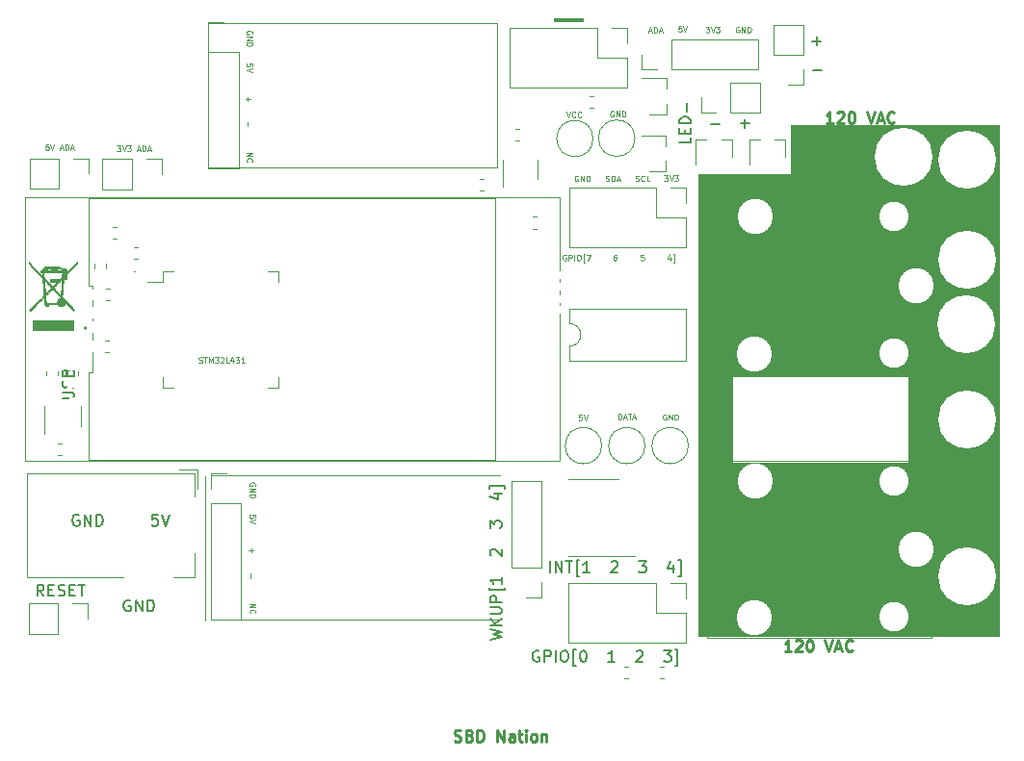
<source format=gto>
%TF.GenerationSoftware,KiCad,Pcbnew,(5.1.6-0-10_14)*%
%TF.CreationDate,2022-11-25T22:13:13-06:00*%
%TF.ProjectId,mn_wild_siren,6d6e5f77-696c-4645-9f73-6972656e2e6b,rev?*%
%TF.SameCoordinates,Original*%
%TF.FileFunction,Legend,Top*%
%TF.FilePolarity,Positive*%
%FSLAX46Y46*%
G04 Gerber Fmt 4.6, Leading zero omitted, Abs format (unit mm)*
G04 Created by KiCad (PCBNEW (5.1.6-0-10_14)) date 2022-11-25 22:13:13*
%MOMM*%
%LPD*%
G01*
G04 APERTURE LIST*
%ADD10C,0.100000*%
%ADD11C,0.250000*%
%ADD12C,0.125000*%
%ADD13C,0.150000*%
%ADD14C,0.120000*%
%ADD15C,0.010000*%
%ADD16C,0.200000*%
%ADD17C,2.700000*%
%ADD18C,5.100000*%
%ADD19O,1.800000X1.800000*%
%ADD20R,1.800000X1.800000*%
%ADD21C,3.100000*%
%ADD22C,2.600000*%
%ADD23R,0.900000X1.000000*%
%ADD24R,1.000000X0.900000*%
%ADD25R,0.750000X1.160000*%
%ADD26O,1.700000X2.500000*%
%ADD27R,1.700000X2.500000*%
%ADD28R,1.900000X4.500000*%
%ADD29O,1.900000X4.100000*%
%ADD30O,4.100000X1.900000*%
%ADD31R,0.675000X1.240000*%
%ADD32C,6.600000*%
%ADD33C,1.850000*%
%ADD34R,1.300000X1.100000*%
%ADD35R,0.750000X1.320000*%
G04 APERTURE END LIST*
D10*
G36*
X184531000Y-110490000D02*
G01*
X181610000Y-110490000D01*
X181610000Y-102870000D01*
X184531000Y-102870000D01*
X184531000Y-110490000D01*
G37*
X184531000Y-110490000D02*
X181610000Y-110490000D01*
X181610000Y-102870000D01*
X184531000Y-102870000D01*
X184531000Y-110490000D01*
G36*
X208026000Y-125730000D02*
G01*
X181610000Y-125730000D01*
X181610000Y-110490000D01*
X200025000Y-110490000D01*
X200025000Y-102362000D01*
X208026000Y-102362000D01*
X208026000Y-125730000D01*
G37*
X208026000Y-125730000D02*
X181610000Y-125730000D01*
X181610000Y-110490000D01*
X200025000Y-110490000D01*
X200025000Y-102362000D01*
X208026000Y-102362000D01*
X208026000Y-125730000D01*
D11*
X189746238Y-127071380D02*
X189174809Y-127071380D01*
X189460523Y-127071380D02*
X189460523Y-126071380D01*
X189365285Y-126214238D01*
X189270047Y-126309476D01*
X189174809Y-126357095D01*
X190127190Y-126166619D02*
X190174809Y-126119000D01*
X190270047Y-126071380D01*
X190508142Y-126071380D01*
X190603380Y-126119000D01*
X190651000Y-126166619D01*
X190698619Y-126261857D01*
X190698619Y-126357095D01*
X190651000Y-126499952D01*
X190079571Y-127071380D01*
X190698619Y-127071380D01*
X191317666Y-126071380D02*
X191412904Y-126071380D01*
X191508142Y-126119000D01*
X191555761Y-126166619D01*
X191603380Y-126261857D01*
X191651000Y-126452333D01*
X191651000Y-126690428D01*
X191603380Y-126880904D01*
X191555761Y-126976142D01*
X191508142Y-127023761D01*
X191412904Y-127071380D01*
X191317666Y-127071380D01*
X191222428Y-127023761D01*
X191174809Y-126976142D01*
X191127190Y-126880904D01*
X191079571Y-126690428D01*
X191079571Y-126452333D01*
X191127190Y-126261857D01*
X191174809Y-126166619D01*
X191222428Y-126119000D01*
X191317666Y-126071380D01*
X192698619Y-126071380D02*
X193031952Y-127071380D01*
X193365285Y-126071380D01*
X193651000Y-126785666D02*
X194127190Y-126785666D01*
X193555761Y-127071380D02*
X193889095Y-126071380D01*
X194222428Y-127071380D01*
X195127190Y-126976142D02*
X195079571Y-127023761D01*
X194936714Y-127071380D01*
X194841476Y-127071380D01*
X194698619Y-127023761D01*
X194603380Y-126928523D01*
X194555761Y-126833285D01*
X194508142Y-126642809D01*
X194508142Y-126499952D01*
X194555761Y-126309476D01*
X194603380Y-126214238D01*
X194698619Y-126119000D01*
X194841476Y-126071380D01*
X194936714Y-126071380D01*
X195079571Y-126119000D01*
X195127190Y-126166619D01*
D10*
G36*
X208026000Y-102870000D02*
G01*
X181610000Y-102870000D01*
X181610000Y-85090000D01*
X189738000Y-85090000D01*
X189738000Y-80772000D01*
X208026000Y-80772000D01*
X208026000Y-102870000D01*
G37*
X208026000Y-102870000D02*
X181610000Y-102870000D01*
X181610000Y-85090000D01*
X189738000Y-85090000D01*
X189738000Y-80772000D01*
X208026000Y-80772000D01*
X208026000Y-102870000D01*
D11*
X193429238Y-80589380D02*
X192857809Y-80589380D01*
X193143523Y-80589380D02*
X193143523Y-79589380D01*
X193048285Y-79732238D01*
X192953047Y-79827476D01*
X192857809Y-79875095D01*
X193810190Y-79684619D02*
X193857809Y-79637000D01*
X193953047Y-79589380D01*
X194191142Y-79589380D01*
X194286380Y-79637000D01*
X194334000Y-79684619D01*
X194381619Y-79779857D01*
X194381619Y-79875095D01*
X194334000Y-80017952D01*
X193762571Y-80589380D01*
X194381619Y-80589380D01*
X195000666Y-79589380D02*
X195095904Y-79589380D01*
X195191142Y-79637000D01*
X195238761Y-79684619D01*
X195286380Y-79779857D01*
X195334000Y-79970333D01*
X195334000Y-80208428D01*
X195286380Y-80398904D01*
X195238761Y-80494142D01*
X195191142Y-80541761D01*
X195095904Y-80589380D01*
X195000666Y-80589380D01*
X194905428Y-80541761D01*
X194857809Y-80494142D01*
X194810190Y-80398904D01*
X194762571Y-80208428D01*
X194762571Y-79970333D01*
X194810190Y-79779857D01*
X194857809Y-79684619D01*
X194905428Y-79637000D01*
X195000666Y-79589380D01*
X196381619Y-79589380D02*
X196714952Y-80589380D01*
X197048285Y-79589380D01*
X197334000Y-80303666D02*
X197810190Y-80303666D01*
X197238761Y-80589380D02*
X197572095Y-79589380D01*
X197905428Y-80589380D01*
X198810190Y-80494142D02*
X198762571Y-80541761D01*
X198619714Y-80589380D01*
X198524476Y-80589380D01*
X198381619Y-80541761D01*
X198286380Y-80446523D01*
X198238761Y-80351285D01*
X198191142Y-80160809D01*
X198191142Y-80017952D01*
X198238761Y-79827476D01*
X198286380Y-79732238D01*
X198381619Y-79637000D01*
X198524476Y-79589380D01*
X198619714Y-79589380D01*
X198762571Y-79637000D01*
X198810190Y-79684619D01*
D12*
X137688095Y-101666169D02*
X137759523Y-101689979D01*
X137878571Y-101689979D01*
X137926190Y-101666169D01*
X137950000Y-101642360D01*
X137973809Y-101594741D01*
X137973809Y-101547122D01*
X137950000Y-101499503D01*
X137926190Y-101475693D01*
X137878571Y-101451884D01*
X137783333Y-101428074D01*
X137735714Y-101404265D01*
X137711904Y-101380455D01*
X137688095Y-101332836D01*
X137688095Y-101285217D01*
X137711904Y-101237598D01*
X137735714Y-101213789D01*
X137783333Y-101189979D01*
X137902380Y-101189979D01*
X137973809Y-101213789D01*
X138116666Y-101189979D02*
X138402380Y-101189979D01*
X138259523Y-101689979D02*
X138259523Y-101189979D01*
X138569047Y-101689979D02*
X138569047Y-101189979D01*
X138735714Y-101547122D01*
X138902380Y-101189979D01*
X138902380Y-101689979D01*
X139092857Y-101189979D02*
X139402380Y-101189979D01*
X139235714Y-101380455D01*
X139307142Y-101380455D01*
X139354761Y-101404265D01*
X139378571Y-101428074D01*
X139402380Y-101475693D01*
X139402380Y-101594741D01*
X139378571Y-101642360D01*
X139354761Y-101666169D01*
X139307142Y-101689979D01*
X139164285Y-101689979D01*
X139116666Y-101666169D01*
X139092857Y-101642360D01*
X139592857Y-101237598D02*
X139616666Y-101213789D01*
X139664285Y-101189979D01*
X139783333Y-101189979D01*
X139830952Y-101213789D01*
X139854761Y-101237598D01*
X139878571Y-101285217D01*
X139878571Y-101332836D01*
X139854761Y-101404265D01*
X139569047Y-101689979D01*
X139878571Y-101689979D01*
X140330952Y-101689979D02*
X140092857Y-101689979D01*
X140092857Y-101189979D01*
X140711904Y-101356646D02*
X140711904Y-101689979D01*
X140592857Y-101166169D02*
X140473809Y-101523312D01*
X140783333Y-101523312D01*
X140926190Y-101189979D02*
X141235714Y-101189979D01*
X141069047Y-101380455D01*
X141140476Y-101380455D01*
X141188095Y-101404265D01*
X141211904Y-101428074D01*
X141235714Y-101475693D01*
X141235714Y-101594741D01*
X141211904Y-101642360D01*
X141188095Y-101666169D01*
X141140476Y-101689979D01*
X140997619Y-101689979D01*
X140950000Y-101666169D01*
X140926190Y-101642360D01*
X141711904Y-101689979D02*
X141426190Y-101689979D01*
X141569047Y-101689979D02*
X141569047Y-101189979D01*
X141521428Y-101261408D01*
X141473809Y-101309027D01*
X141426190Y-101332836D01*
D11*
X160149571Y-134952761D02*
X160292428Y-135000380D01*
X160530523Y-135000380D01*
X160625761Y-134952761D01*
X160673380Y-134905142D01*
X160721000Y-134809904D01*
X160721000Y-134714666D01*
X160673380Y-134619428D01*
X160625761Y-134571809D01*
X160530523Y-134524190D01*
X160340047Y-134476571D01*
X160244809Y-134428952D01*
X160197190Y-134381333D01*
X160149571Y-134286095D01*
X160149571Y-134190857D01*
X160197190Y-134095619D01*
X160244809Y-134048000D01*
X160340047Y-134000380D01*
X160578142Y-134000380D01*
X160721000Y-134048000D01*
X161482904Y-134476571D02*
X161625761Y-134524190D01*
X161673380Y-134571809D01*
X161721000Y-134667047D01*
X161721000Y-134809904D01*
X161673380Y-134905142D01*
X161625761Y-134952761D01*
X161530523Y-135000380D01*
X161149571Y-135000380D01*
X161149571Y-134000380D01*
X161482904Y-134000380D01*
X161578142Y-134048000D01*
X161625761Y-134095619D01*
X161673380Y-134190857D01*
X161673380Y-134286095D01*
X161625761Y-134381333D01*
X161578142Y-134428952D01*
X161482904Y-134476571D01*
X161149571Y-134476571D01*
X162149571Y-135000380D02*
X162149571Y-134000380D01*
X162387666Y-134000380D01*
X162530523Y-134048000D01*
X162625761Y-134143238D01*
X162673380Y-134238476D01*
X162721000Y-134428952D01*
X162721000Y-134571809D01*
X162673380Y-134762285D01*
X162625761Y-134857523D01*
X162530523Y-134952761D01*
X162387666Y-135000380D01*
X162149571Y-135000380D01*
X163911476Y-135000380D02*
X163911476Y-134000380D01*
X164482904Y-135000380D01*
X164482904Y-134000380D01*
X165387666Y-135000380D02*
X165387666Y-134476571D01*
X165340047Y-134381333D01*
X165244809Y-134333714D01*
X165054333Y-134333714D01*
X164959095Y-134381333D01*
X165387666Y-134952761D02*
X165292428Y-135000380D01*
X165054333Y-135000380D01*
X164959095Y-134952761D01*
X164911476Y-134857523D01*
X164911476Y-134762285D01*
X164959095Y-134667047D01*
X165054333Y-134619428D01*
X165292428Y-134619428D01*
X165387666Y-134571809D01*
X165721000Y-134333714D02*
X166101952Y-134333714D01*
X165863857Y-134000380D02*
X165863857Y-134857523D01*
X165911476Y-134952761D01*
X166006714Y-135000380D01*
X166101952Y-135000380D01*
X166435285Y-135000380D02*
X166435285Y-134333714D01*
X166435285Y-134000380D02*
X166387666Y-134048000D01*
X166435285Y-134095619D01*
X166482904Y-134048000D01*
X166435285Y-134000380D01*
X166435285Y-134095619D01*
X167054333Y-135000380D02*
X166959095Y-134952761D01*
X166911476Y-134905142D01*
X166863857Y-134809904D01*
X166863857Y-134524190D01*
X166911476Y-134428952D01*
X166959095Y-134381333D01*
X167054333Y-134333714D01*
X167197190Y-134333714D01*
X167292428Y-134381333D01*
X167340047Y-134428952D01*
X167387666Y-134524190D01*
X167387666Y-134809904D01*
X167340047Y-134905142D01*
X167292428Y-134952761D01*
X167197190Y-135000380D01*
X167054333Y-135000380D01*
X167816238Y-134333714D02*
X167816238Y-135000380D01*
X167816238Y-134428952D02*
X167863857Y-134381333D01*
X167959095Y-134333714D01*
X168101952Y-134333714D01*
X168197190Y-134381333D01*
X168244809Y-134476571D01*
X168244809Y-135000380D01*
D12*
X185170047Y-72120000D02*
X185122428Y-72096190D01*
X185051000Y-72096190D01*
X184979571Y-72120000D01*
X184931952Y-72167619D01*
X184908142Y-72215238D01*
X184884333Y-72310476D01*
X184884333Y-72381904D01*
X184908142Y-72477142D01*
X184931952Y-72524761D01*
X184979571Y-72572380D01*
X185051000Y-72596190D01*
X185098619Y-72596190D01*
X185170047Y-72572380D01*
X185193857Y-72548571D01*
X185193857Y-72381904D01*
X185098619Y-72381904D01*
X185408142Y-72596190D02*
X185408142Y-72096190D01*
X185693857Y-72596190D01*
X185693857Y-72096190D01*
X185931952Y-72596190D02*
X185931952Y-72096190D01*
X186051000Y-72096190D01*
X186122428Y-72120000D01*
X186170047Y-72167619D01*
X186193857Y-72215238D01*
X186217666Y-72310476D01*
X186217666Y-72381904D01*
X186193857Y-72477142D01*
X186170047Y-72524761D01*
X186122428Y-72572380D01*
X186051000Y-72596190D01*
X185931952Y-72596190D01*
X182245952Y-72096190D02*
X182555476Y-72096190D01*
X182388809Y-72286666D01*
X182460238Y-72286666D01*
X182507857Y-72310476D01*
X182531666Y-72334285D01*
X182555476Y-72381904D01*
X182555476Y-72500952D01*
X182531666Y-72548571D01*
X182507857Y-72572380D01*
X182460238Y-72596190D01*
X182317380Y-72596190D01*
X182269761Y-72572380D01*
X182245952Y-72548571D01*
X182698333Y-72096190D02*
X182865000Y-72596190D01*
X183031666Y-72096190D01*
X183150714Y-72096190D02*
X183460238Y-72096190D01*
X183293571Y-72286666D01*
X183365000Y-72286666D01*
X183412619Y-72310476D01*
X183436428Y-72334285D01*
X183460238Y-72381904D01*
X183460238Y-72500952D01*
X183436428Y-72548571D01*
X183412619Y-72572380D01*
X183365000Y-72596190D01*
X183222142Y-72596190D01*
X183174523Y-72572380D01*
X183150714Y-72548571D01*
X180107761Y-72047190D02*
X179869666Y-72047190D01*
X179845857Y-72285285D01*
X179869666Y-72261476D01*
X179917285Y-72237666D01*
X180036333Y-72237666D01*
X180083952Y-72261476D01*
X180107761Y-72285285D01*
X180131571Y-72332904D01*
X180131571Y-72451952D01*
X180107761Y-72499571D01*
X180083952Y-72523380D01*
X180036333Y-72547190D01*
X179917285Y-72547190D01*
X179869666Y-72523380D01*
X179845857Y-72499571D01*
X180274428Y-72047190D02*
X180441095Y-72547190D01*
X180607761Y-72047190D01*
X177228666Y-72478333D02*
X177466761Y-72478333D01*
X177181047Y-72621190D02*
X177347714Y-72121190D01*
X177514380Y-72621190D01*
X177681047Y-72621190D02*
X177681047Y-72121190D01*
X177800095Y-72121190D01*
X177871523Y-72145000D01*
X177919142Y-72192619D01*
X177942952Y-72240238D01*
X177966761Y-72335476D01*
X177966761Y-72406904D01*
X177942952Y-72502142D01*
X177919142Y-72549761D01*
X177871523Y-72597380D01*
X177800095Y-72621190D01*
X177681047Y-72621190D01*
X178157238Y-72478333D02*
X178395333Y-72478333D01*
X178109619Y-72621190D02*
X178276285Y-72121190D01*
X178442952Y-72621190D01*
X130481904Y-82566190D02*
X130791428Y-82566190D01*
X130624761Y-82756666D01*
X130696190Y-82756666D01*
X130743809Y-82780476D01*
X130767619Y-82804285D01*
X130791428Y-82851904D01*
X130791428Y-82970952D01*
X130767619Y-83018571D01*
X130743809Y-83042380D01*
X130696190Y-83066190D01*
X130553333Y-83066190D01*
X130505714Y-83042380D01*
X130481904Y-83018571D01*
X130934285Y-82566190D02*
X131100952Y-83066190D01*
X131267619Y-82566190D01*
X131386666Y-82566190D02*
X131696190Y-82566190D01*
X131529523Y-82756666D01*
X131600952Y-82756666D01*
X131648571Y-82780476D01*
X131672380Y-82804285D01*
X131696190Y-82851904D01*
X131696190Y-82970952D01*
X131672380Y-83018571D01*
X131648571Y-83042380D01*
X131600952Y-83066190D01*
X131458095Y-83066190D01*
X131410476Y-83042380D01*
X131386666Y-83018571D01*
X132267619Y-82923333D02*
X132505714Y-82923333D01*
X132220000Y-83066190D02*
X132386666Y-82566190D01*
X132553333Y-83066190D01*
X132720000Y-83066190D02*
X132720000Y-82566190D01*
X132839047Y-82566190D01*
X132910476Y-82590000D01*
X132958095Y-82637619D01*
X132981904Y-82685238D01*
X133005714Y-82780476D01*
X133005714Y-82851904D01*
X132981904Y-82947142D01*
X132958095Y-82994761D01*
X132910476Y-83042380D01*
X132839047Y-83066190D01*
X132720000Y-83066190D01*
X133196190Y-82923333D02*
X133434285Y-82923333D01*
X133148571Y-83066190D02*
X133315238Y-82566190D01*
X133481904Y-83066190D01*
X124475714Y-82436190D02*
X124237619Y-82436190D01*
X124213809Y-82674285D01*
X124237619Y-82650476D01*
X124285238Y-82626666D01*
X124404285Y-82626666D01*
X124451904Y-82650476D01*
X124475714Y-82674285D01*
X124499523Y-82721904D01*
X124499523Y-82840952D01*
X124475714Y-82888571D01*
X124451904Y-82912380D01*
X124404285Y-82936190D01*
X124285238Y-82936190D01*
X124237619Y-82912380D01*
X124213809Y-82888571D01*
X124642380Y-82436190D02*
X124809047Y-82936190D01*
X124975714Y-82436190D01*
X125499523Y-82793333D02*
X125737619Y-82793333D01*
X125451904Y-82936190D02*
X125618571Y-82436190D01*
X125785238Y-82936190D01*
X125951904Y-82936190D02*
X125951904Y-82436190D01*
X126070952Y-82436190D01*
X126142380Y-82460000D01*
X126190000Y-82507619D01*
X126213809Y-82555238D01*
X126237619Y-82650476D01*
X126237619Y-82721904D01*
X126213809Y-82817142D01*
X126190000Y-82864761D01*
X126142380Y-82912380D01*
X126070952Y-82936190D01*
X125951904Y-82936190D01*
X126428095Y-82793333D02*
X126666190Y-82793333D01*
X126380476Y-82936190D02*
X126547142Y-82436190D01*
X126713809Y-82936190D01*
X178757047Y-106224000D02*
X178709428Y-106200190D01*
X178638000Y-106200190D01*
X178566571Y-106224000D01*
X178518952Y-106271619D01*
X178495142Y-106319238D01*
X178471333Y-106414476D01*
X178471333Y-106485904D01*
X178495142Y-106581142D01*
X178518952Y-106628761D01*
X178566571Y-106676380D01*
X178638000Y-106700190D01*
X178685619Y-106700190D01*
X178757047Y-106676380D01*
X178780857Y-106652571D01*
X178780857Y-106485904D01*
X178685619Y-106485904D01*
X178995142Y-106700190D02*
X178995142Y-106200190D01*
X179280857Y-106700190D01*
X179280857Y-106200190D01*
X179518952Y-106700190D02*
X179518952Y-106200190D01*
X179638000Y-106200190D01*
X179709428Y-106224000D01*
X179757047Y-106271619D01*
X179780857Y-106319238D01*
X179804666Y-106414476D01*
X179804666Y-106485904D01*
X179780857Y-106581142D01*
X179757047Y-106628761D01*
X179709428Y-106676380D01*
X179638000Y-106700190D01*
X179518952Y-106700190D01*
X174545000Y-106653190D02*
X174545000Y-106153190D01*
X174664047Y-106153190D01*
X174735476Y-106177000D01*
X174783095Y-106224619D01*
X174806904Y-106272238D01*
X174830714Y-106367476D01*
X174830714Y-106438904D01*
X174806904Y-106534142D01*
X174783095Y-106581761D01*
X174735476Y-106629380D01*
X174664047Y-106653190D01*
X174545000Y-106653190D01*
X175021190Y-106510333D02*
X175259285Y-106510333D01*
X174973571Y-106653190D02*
X175140238Y-106153190D01*
X175306904Y-106653190D01*
X175402142Y-106153190D02*
X175687857Y-106153190D01*
X175545000Y-106653190D02*
X175545000Y-106153190D01*
X175830714Y-106510333D02*
X176068809Y-106510333D01*
X175783095Y-106653190D02*
X175949761Y-106153190D01*
X176116428Y-106653190D01*
X171324761Y-106232190D02*
X171086666Y-106232190D01*
X171062857Y-106470285D01*
X171086666Y-106446476D01*
X171134285Y-106422666D01*
X171253333Y-106422666D01*
X171300952Y-106446476D01*
X171324761Y-106470285D01*
X171348571Y-106517904D01*
X171348571Y-106636952D01*
X171324761Y-106684571D01*
X171300952Y-106708380D01*
X171253333Y-106732190D01*
X171134285Y-106732190D01*
X171086666Y-106708380D01*
X171062857Y-106684571D01*
X171491428Y-106232190D02*
X171658095Y-106732190D01*
X171824761Y-106232190D01*
X169957142Y-92180000D02*
X169909523Y-92156190D01*
X169838095Y-92156190D01*
X169766666Y-92180000D01*
X169719047Y-92227619D01*
X169695238Y-92275238D01*
X169671428Y-92370476D01*
X169671428Y-92441904D01*
X169695238Y-92537142D01*
X169719047Y-92584761D01*
X169766666Y-92632380D01*
X169838095Y-92656190D01*
X169885714Y-92656190D01*
X169957142Y-92632380D01*
X169980952Y-92608571D01*
X169980952Y-92441904D01*
X169885714Y-92441904D01*
X170195238Y-92656190D02*
X170195238Y-92156190D01*
X170385714Y-92156190D01*
X170433333Y-92180000D01*
X170457142Y-92203809D01*
X170480952Y-92251428D01*
X170480952Y-92322857D01*
X170457142Y-92370476D01*
X170433333Y-92394285D01*
X170385714Y-92418095D01*
X170195238Y-92418095D01*
X170695238Y-92656190D02*
X170695238Y-92156190D01*
X171028571Y-92156190D02*
X171123809Y-92156190D01*
X171171428Y-92180000D01*
X171219047Y-92227619D01*
X171242857Y-92322857D01*
X171242857Y-92489523D01*
X171219047Y-92584761D01*
X171171428Y-92632380D01*
X171123809Y-92656190D01*
X171028571Y-92656190D01*
X170980952Y-92632380D01*
X170933333Y-92584761D01*
X170909523Y-92489523D01*
X170909523Y-92322857D01*
X170933333Y-92227619D01*
X170980952Y-92180000D01*
X171028571Y-92156190D01*
X171600000Y-92822857D02*
X171480952Y-92822857D01*
X171480952Y-92108571D01*
X171600000Y-92108571D01*
X171742857Y-92156190D02*
X172076190Y-92156190D01*
X171861904Y-92656190D01*
X174385714Y-92156190D02*
X174290476Y-92156190D01*
X174242857Y-92180000D01*
X174219047Y-92203809D01*
X174171428Y-92275238D01*
X174147619Y-92370476D01*
X174147619Y-92560952D01*
X174171428Y-92608571D01*
X174195238Y-92632380D01*
X174242857Y-92656190D01*
X174338095Y-92656190D01*
X174385714Y-92632380D01*
X174409523Y-92608571D01*
X174433333Y-92560952D01*
X174433333Y-92441904D01*
X174409523Y-92394285D01*
X174385714Y-92370476D01*
X174338095Y-92346666D01*
X174242857Y-92346666D01*
X174195238Y-92370476D01*
X174171428Y-92394285D01*
X174147619Y-92441904D01*
X176790476Y-92156190D02*
X176552380Y-92156190D01*
X176528571Y-92394285D01*
X176552380Y-92370476D01*
X176600000Y-92346666D01*
X176719047Y-92346666D01*
X176766666Y-92370476D01*
X176790476Y-92394285D01*
X176814285Y-92441904D01*
X176814285Y-92560952D01*
X176790476Y-92608571D01*
X176766666Y-92632380D01*
X176719047Y-92656190D01*
X176600000Y-92656190D01*
X176552380Y-92632380D01*
X176528571Y-92608571D01*
X179147619Y-92322857D02*
X179147619Y-92656190D01*
X179028571Y-92132380D02*
X178909523Y-92489523D01*
X179219047Y-92489523D01*
X179361904Y-92822857D02*
X179480952Y-92822857D01*
X179480952Y-92108571D01*
X179361904Y-92108571D01*
X178573952Y-85201190D02*
X178883476Y-85201190D01*
X178716809Y-85391666D01*
X178788238Y-85391666D01*
X178835857Y-85415476D01*
X178859666Y-85439285D01*
X178883476Y-85486904D01*
X178883476Y-85605952D01*
X178859666Y-85653571D01*
X178835857Y-85677380D01*
X178788238Y-85701190D01*
X178645380Y-85701190D01*
X178597761Y-85677380D01*
X178573952Y-85653571D01*
X179026333Y-85201190D02*
X179193000Y-85701190D01*
X179359666Y-85201190D01*
X179478714Y-85201190D02*
X179788238Y-85201190D01*
X179621571Y-85391666D01*
X179693000Y-85391666D01*
X179740619Y-85415476D01*
X179764428Y-85439285D01*
X179788238Y-85486904D01*
X179788238Y-85605952D01*
X179764428Y-85653571D01*
X179740619Y-85677380D01*
X179693000Y-85701190D01*
X179550142Y-85701190D01*
X179502523Y-85677380D01*
X179478714Y-85653571D01*
X176074761Y-85682380D02*
X176146190Y-85706190D01*
X176265238Y-85706190D01*
X176312857Y-85682380D01*
X176336666Y-85658571D01*
X176360476Y-85610952D01*
X176360476Y-85563333D01*
X176336666Y-85515714D01*
X176312857Y-85491904D01*
X176265238Y-85468095D01*
X176170000Y-85444285D01*
X176122380Y-85420476D01*
X176098571Y-85396666D01*
X176074761Y-85349047D01*
X176074761Y-85301428D01*
X176098571Y-85253809D01*
X176122380Y-85230000D01*
X176170000Y-85206190D01*
X176289047Y-85206190D01*
X176360476Y-85230000D01*
X176860476Y-85658571D02*
X176836666Y-85682380D01*
X176765238Y-85706190D01*
X176717619Y-85706190D01*
X176646190Y-85682380D01*
X176598571Y-85634761D01*
X176574761Y-85587142D01*
X176550952Y-85491904D01*
X176550952Y-85420476D01*
X176574761Y-85325238D01*
X176598571Y-85277619D01*
X176646190Y-85230000D01*
X176717619Y-85206190D01*
X176765238Y-85206190D01*
X176836666Y-85230000D01*
X176860476Y-85253809D01*
X177312857Y-85706190D02*
X177074761Y-85706190D01*
X177074761Y-85206190D01*
X173462857Y-85682380D02*
X173534285Y-85706190D01*
X173653333Y-85706190D01*
X173700952Y-85682380D01*
X173724761Y-85658571D01*
X173748571Y-85610952D01*
X173748571Y-85563333D01*
X173724761Y-85515714D01*
X173700952Y-85491904D01*
X173653333Y-85468095D01*
X173558095Y-85444285D01*
X173510476Y-85420476D01*
X173486666Y-85396666D01*
X173462857Y-85349047D01*
X173462857Y-85301428D01*
X173486666Y-85253809D01*
X173510476Y-85230000D01*
X173558095Y-85206190D01*
X173677142Y-85206190D01*
X173748571Y-85230000D01*
X173962857Y-85706190D02*
X173962857Y-85206190D01*
X174081904Y-85206190D01*
X174153333Y-85230000D01*
X174200952Y-85277619D01*
X174224761Y-85325238D01*
X174248571Y-85420476D01*
X174248571Y-85491904D01*
X174224761Y-85587142D01*
X174200952Y-85634761D01*
X174153333Y-85682380D01*
X174081904Y-85706190D01*
X173962857Y-85706190D01*
X174439047Y-85563333D02*
X174677142Y-85563333D01*
X174391428Y-85706190D02*
X174558095Y-85206190D01*
X174724761Y-85706190D01*
X171019047Y-85230000D02*
X170971428Y-85206190D01*
X170900000Y-85206190D01*
X170828571Y-85230000D01*
X170780952Y-85277619D01*
X170757142Y-85325238D01*
X170733333Y-85420476D01*
X170733333Y-85491904D01*
X170757142Y-85587142D01*
X170780952Y-85634761D01*
X170828571Y-85682380D01*
X170900000Y-85706190D01*
X170947619Y-85706190D01*
X171019047Y-85682380D01*
X171042857Y-85658571D01*
X171042857Y-85491904D01*
X170947619Y-85491904D01*
X171257142Y-85706190D02*
X171257142Y-85206190D01*
X171542857Y-85706190D01*
X171542857Y-85206190D01*
X171780952Y-85706190D02*
X171780952Y-85206190D01*
X171900000Y-85206190D01*
X171971428Y-85230000D01*
X172019047Y-85277619D01*
X172042857Y-85325238D01*
X172066666Y-85420476D01*
X172066666Y-85491904D01*
X172042857Y-85587142D01*
X172019047Y-85634761D01*
X171971428Y-85682380D01*
X171900000Y-85706190D01*
X171780952Y-85706190D01*
X174125047Y-79548000D02*
X174077428Y-79524190D01*
X174006000Y-79524190D01*
X173934571Y-79548000D01*
X173886952Y-79595619D01*
X173863142Y-79643238D01*
X173839333Y-79738476D01*
X173839333Y-79809904D01*
X173863142Y-79905142D01*
X173886952Y-79952761D01*
X173934571Y-80000380D01*
X174006000Y-80024190D01*
X174053619Y-80024190D01*
X174125047Y-80000380D01*
X174148857Y-79976571D01*
X174148857Y-79809904D01*
X174053619Y-79809904D01*
X174363142Y-80024190D02*
X174363142Y-79524190D01*
X174648857Y-80024190D01*
X174648857Y-79524190D01*
X174886952Y-80024190D02*
X174886952Y-79524190D01*
X175006000Y-79524190D01*
X175077428Y-79548000D01*
X175125047Y-79595619D01*
X175148857Y-79643238D01*
X175172666Y-79738476D01*
X175172666Y-79809904D01*
X175148857Y-79905142D01*
X175125047Y-79952761D01*
X175077428Y-80000380D01*
X175006000Y-80024190D01*
X174886952Y-80024190D01*
D13*
X167572857Y-127030000D02*
X167477619Y-126982380D01*
X167334761Y-126982380D01*
X167191904Y-127030000D01*
X167096666Y-127125238D01*
X167049047Y-127220476D01*
X167001428Y-127410952D01*
X167001428Y-127553809D01*
X167049047Y-127744285D01*
X167096666Y-127839523D01*
X167191904Y-127934761D01*
X167334761Y-127982380D01*
X167430000Y-127982380D01*
X167572857Y-127934761D01*
X167620476Y-127887142D01*
X167620476Y-127553809D01*
X167430000Y-127553809D01*
X168049047Y-127982380D02*
X168049047Y-126982380D01*
X168430000Y-126982380D01*
X168525238Y-127030000D01*
X168572857Y-127077619D01*
X168620476Y-127172857D01*
X168620476Y-127315714D01*
X168572857Y-127410952D01*
X168525238Y-127458571D01*
X168430000Y-127506190D01*
X168049047Y-127506190D01*
X169049047Y-127982380D02*
X169049047Y-126982380D01*
X169715714Y-126982380D02*
X169906190Y-126982380D01*
X170001428Y-127030000D01*
X170096666Y-127125238D01*
X170144285Y-127315714D01*
X170144285Y-127649047D01*
X170096666Y-127839523D01*
X170001428Y-127934761D01*
X169906190Y-127982380D01*
X169715714Y-127982380D01*
X169620476Y-127934761D01*
X169525238Y-127839523D01*
X169477619Y-127649047D01*
X169477619Y-127315714D01*
X169525238Y-127125238D01*
X169620476Y-127030000D01*
X169715714Y-126982380D01*
X170858571Y-128315714D02*
X170620476Y-128315714D01*
X170620476Y-126887142D01*
X170858571Y-126887142D01*
X171430000Y-126982380D02*
X171525238Y-126982380D01*
X171620476Y-127030000D01*
X171668095Y-127077619D01*
X171715714Y-127172857D01*
X171763333Y-127363333D01*
X171763333Y-127601428D01*
X171715714Y-127791904D01*
X171668095Y-127887142D01*
X171620476Y-127934761D01*
X171525238Y-127982380D01*
X171430000Y-127982380D01*
X171334761Y-127934761D01*
X171287142Y-127887142D01*
X171239523Y-127791904D01*
X171191904Y-127601428D01*
X171191904Y-127363333D01*
X171239523Y-127172857D01*
X171287142Y-127077619D01*
X171334761Y-127030000D01*
X171430000Y-126982380D01*
X174239523Y-127982380D02*
X173668095Y-127982380D01*
X173953809Y-127982380D02*
X173953809Y-126982380D01*
X173858571Y-127125238D01*
X173763333Y-127220476D01*
X173668095Y-127268095D01*
X176144285Y-127077619D02*
X176191904Y-127030000D01*
X176287142Y-126982380D01*
X176525238Y-126982380D01*
X176620476Y-127030000D01*
X176668095Y-127077619D01*
X176715714Y-127172857D01*
X176715714Y-127268095D01*
X176668095Y-127410952D01*
X176096666Y-127982380D01*
X176715714Y-127982380D01*
X178572857Y-126982380D02*
X179191904Y-126982380D01*
X178858571Y-127363333D01*
X179001428Y-127363333D01*
X179096666Y-127410952D01*
X179144285Y-127458571D01*
X179191904Y-127553809D01*
X179191904Y-127791904D01*
X179144285Y-127887142D01*
X179096666Y-127934761D01*
X179001428Y-127982380D01*
X178715714Y-127982380D01*
X178620476Y-127934761D01*
X178572857Y-127887142D01*
X179525238Y-128315714D02*
X179763333Y-128315714D01*
X179763333Y-126887142D01*
X179525238Y-126887142D01*
X185309047Y-80611428D02*
X186070952Y-80611428D01*
X185690000Y-80992380D02*
X185690000Y-80230476D01*
X182679047Y-80641428D02*
X183440952Y-80641428D01*
X191629047Y-75951428D02*
X192390952Y-75951428D01*
X191609047Y-73351428D02*
X192370952Y-73351428D01*
X191990000Y-73732380D02*
X191990000Y-72970476D01*
D12*
X169996333Y-79574190D02*
X170163000Y-80074190D01*
X170329666Y-79574190D01*
X170782047Y-80026571D02*
X170758238Y-80050380D01*
X170686809Y-80074190D01*
X170639190Y-80074190D01*
X170567761Y-80050380D01*
X170520142Y-80002761D01*
X170496333Y-79955142D01*
X170472523Y-79859904D01*
X170472523Y-79788476D01*
X170496333Y-79693238D01*
X170520142Y-79645619D01*
X170567761Y-79598000D01*
X170639190Y-79574190D01*
X170686809Y-79574190D01*
X170758238Y-79598000D01*
X170782047Y-79621809D01*
X171282047Y-80026571D02*
X171258238Y-80050380D01*
X171186809Y-80074190D01*
X171139190Y-80074190D01*
X171067761Y-80050380D01*
X171020142Y-80002761D01*
X170996333Y-79955142D01*
X170972523Y-79859904D01*
X170972523Y-79788476D01*
X170996333Y-79693238D01*
X171020142Y-79645619D01*
X171067761Y-79598000D01*
X171139190Y-79574190D01*
X171186809Y-79574190D01*
X171258238Y-79598000D01*
X171282047Y-79621809D01*
D13*
X180922380Y-81841904D02*
X180922380Y-82318095D01*
X179922380Y-82318095D01*
X180398571Y-81508571D02*
X180398571Y-81175238D01*
X180922380Y-81032380D02*
X180922380Y-81508571D01*
X179922380Y-81508571D01*
X179922380Y-81032380D01*
X180922380Y-80603809D02*
X179922380Y-80603809D01*
X179922380Y-80365714D01*
X179970000Y-80222857D01*
X180065238Y-80127619D01*
X180160476Y-80080000D01*
X180350952Y-80032380D01*
X180493809Y-80032380D01*
X180684285Y-80080000D01*
X180779523Y-80127619D01*
X180874761Y-80222857D01*
X180922380Y-80365714D01*
X180922380Y-80603809D01*
X180541428Y-79603809D02*
X180541428Y-78841904D01*
X168558095Y-120142380D02*
X168558095Y-119142380D01*
X169034285Y-120142380D02*
X169034285Y-119142380D01*
X169605714Y-120142380D01*
X169605714Y-119142380D01*
X169939047Y-119142380D02*
X170510476Y-119142380D01*
X170224761Y-120142380D02*
X170224761Y-119142380D01*
X171129523Y-120475714D02*
X170891428Y-120475714D01*
X170891428Y-119047142D01*
X171129523Y-119047142D01*
X172034285Y-120142380D02*
X171462857Y-120142380D01*
X171748571Y-120142380D02*
X171748571Y-119142380D01*
X171653333Y-119285238D01*
X171558095Y-119380476D01*
X171462857Y-119428095D01*
X173939047Y-119237619D02*
X173986666Y-119190000D01*
X174081904Y-119142380D01*
X174320000Y-119142380D01*
X174415238Y-119190000D01*
X174462857Y-119237619D01*
X174510476Y-119332857D01*
X174510476Y-119428095D01*
X174462857Y-119570952D01*
X173891428Y-120142380D01*
X174510476Y-120142380D01*
X176367619Y-119142380D02*
X176986666Y-119142380D01*
X176653333Y-119523333D01*
X176796190Y-119523333D01*
X176891428Y-119570952D01*
X176939047Y-119618571D01*
X176986666Y-119713809D01*
X176986666Y-119951904D01*
X176939047Y-120047142D01*
X176891428Y-120094761D01*
X176796190Y-120142380D01*
X176510476Y-120142380D01*
X176415238Y-120094761D01*
X176367619Y-120047142D01*
X179367619Y-119475714D02*
X179367619Y-120142380D01*
X179129523Y-119094761D02*
X178891428Y-119809047D01*
X179510476Y-119809047D01*
X179796190Y-120475714D02*
X180034285Y-120475714D01*
X180034285Y-119047142D01*
X179796190Y-119047142D01*
X163282380Y-126011723D02*
X164282380Y-125773628D01*
X163568095Y-125583152D01*
X164282380Y-125392676D01*
X163282380Y-125154580D01*
X164282380Y-124773628D02*
X163282380Y-124773628D01*
X164282380Y-124202200D02*
X163710952Y-124630771D01*
X163282380Y-124202200D02*
X163853809Y-124773628D01*
X163282380Y-123773628D02*
X164091904Y-123773628D01*
X164187142Y-123726009D01*
X164234761Y-123678390D01*
X164282380Y-123583152D01*
X164282380Y-123392676D01*
X164234761Y-123297438D01*
X164187142Y-123249819D01*
X164091904Y-123202200D01*
X163282380Y-123202200D01*
X164282380Y-122726009D02*
X163282380Y-122726009D01*
X163282380Y-122345057D01*
X163330000Y-122249819D01*
X163377619Y-122202200D01*
X163472857Y-122154580D01*
X163615714Y-122154580D01*
X163710952Y-122202200D01*
X163758571Y-122249819D01*
X163806190Y-122345057D01*
X163806190Y-122726009D01*
X164615714Y-121440295D02*
X164615714Y-121678390D01*
X163187142Y-121678390D01*
X163187142Y-121440295D01*
X164282380Y-120535533D02*
X164282380Y-121106961D01*
X164282380Y-120821247D02*
X163282380Y-120821247D01*
X163425238Y-120916485D01*
X163520476Y-121011723D01*
X163568095Y-121106961D01*
X163377619Y-118630771D02*
X163330000Y-118583152D01*
X163282380Y-118487914D01*
X163282380Y-118249819D01*
X163330000Y-118154580D01*
X163377619Y-118106961D01*
X163472857Y-118059342D01*
X163568095Y-118059342D01*
X163710952Y-118106961D01*
X164282380Y-118678390D01*
X164282380Y-118059342D01*
X163282380Y-116202200D02*
X163282380Y-115583152D01*
X163663333Y-115916485D01*
X163663333Y-115773628D01*
X163710952Y-115678390D01*
X163758571Y-115630771D01*
X163853809Y-115583152D01*
X164091904Y-115583152D01*
X164187142Y-115630771D01*
X164234761Y-115678390D01*
X164282380Y-115773628D01*
X164282380Y-116059342D01*
X164234761Y-116154580D01*
X164187142Y-116202200D01*
X163615714Y-113202200D02*
X164282380Y-113202200D01*
X163234761Y-113440295D02*
X163949047Y-113678390D01*
X163949047Y-113059342D01*
X164615714Y-112773628D02*
X164615714Y-112535533D01*
X163187142Y-112535533D01*
X163187142Y-112773628D01*
D10*
G36*
X171450000Y-71600000D02*
G01*
X168910000Y-71600000D01*
X168910000Y-71350000D01*
X171450000Y-71350000D01*
X171450000Y-71600000D01*
G37*
X171450000Y-71600000D02*
X168910000Y-71600000D01*
X168910000Y-71350000D01*
X171450000Y-71350000D01*
X171450000Y-71600000D01*
D13*
X131655095Y-122603000D02*
X131559857Y-122555380D01*
X131417000Y-122555380D01*
X131274142Y-122603000D01*
X131178904Y-122698238D01*
X131131285Y-122793476D01*
X131083666Y-122983952D01*
X131083666Y-123126809D01*
X131131285Y-123317285D01*
X131178904Y-123412523D01*
X131274142Y-123507761D01*
X131417000Y-123555380D01*
X131512238Y-123555380D01*
X131655095Y-123507761D01*
X131702714Y-123460142D01*
X131702714Y-123126809D01*
X131512238Y-123126809D01*
X132131285Y-123555380D02*
X132131285Y-122555380D01*
X132702714Y-123555380D01*
X132702714Y-122555380D01*
X133178904Y-123555380D02*
X133178904Y-122555380D01*
X133417000Y-122555380D01*
X133559857Y-122603000D01*
X133655095Y-122698238D01*
X133702714Y-122793476D01*
X133750333Y-122983952D01*
X133750333Y-123126809D01*
X133702714Y-123317285D01*
X133655095Y-123412523D01*
X133559857Y-123507761D01*
X133417000Y-123555380D01*
X133178904Y-123555380D01*
X127153095Y-115070000D02*
X127057857Y-115022380D01*
X126915000Y-115022380D01*
X126772142Y-115070000D01*
X126676904Y-115165238D01*
X126629285Y-115260476D01*
X126581666Y-115450952D01*
X126581666Y-115593809D01*
X126629285Y-115784285D01*
X126676904Y-115879523D01*
X126772142Y-115974761D01*
X126915000Y-116022380D01*
X127010238Y-116022380D01*
X127153095Y-115974761D01*
X127200714Y-115927142D01*
X127200714Y-115593809D01*
X127010238Y-115593809D01*
X127629285Y-116022380D02*
X127629285Y-115022380D01*
X128200714Y-116022380D01*
X128200714Y-115022380D01*
X128676904Y-116022380D02*
X128676904Y-115022380D01*
X128915000Y-115022380D01*
X129057857Y-115070000D01*
X129153095Y-115165238D01*
X129200714Y-115260476D01*
X129248333Y-115450952D01*
X129248333Y-115593809D01*
X129200714Y-115784285D01*
X129153095Y-115879523D01*
X129057857Y-115974761D01*
X128915000Y-116022380D01*
X128676904Y-116022380D01*
X134081523Y-115022380D02*
X133605333Y-115022380D01*
X133557714Y-115498571D01*
X133605333Y-115450952D01*
X133700571Y-115403333D01*
X133938666Y-115403333D01*
X134033904Y-115450952D01*
X134081523Y-115498571D01*
X134129142Y-115593809D01*
X134129142Y-115831904D01*
X134081523Y-115927142D01*
X134033904Y-115974761D01*
X133938666Y-116022380D01*
X133700571Y-116022380D01*
X133605333Y-115974761D01*
X133557714Y-115927142D01*
X134414857Y-115022380D02*
X134748190Y-116022380D01*
X135081523Y-115022380D01*
X124055619Y-122192380D02*
X123722285Y-121716190D01*
X123484190Y-122192380D02*
X123484190Y-121192380D01*
X123865142Y-121192380D01*
X123960380Y-121240000D01*
X124008000Y-121287619D01*
X124055619Y-121382857D01*
X124055619Y-121525714D01*
X124008000Y-121620952D01*
X123960380Y-121668571D01*
X123865142Y-121716190D01*
X123484190Y-121716190D01*
X124484190Y-121668571D02*
X124817523Y-121668571D01*
X124960380Y-122192380D02*
X124484190Y-122192380D01*
X124484190Y-121192380D01*
X124960380Y-121192380D01*
X125341333Y-122144761D02*
X125484190Y-122192380D01*
X125722285Y-122192380D01*
X125817523Y-122144761D01*
X125865142Y-122097142D01*
X125912761Y-122001904D01*
X125912761Y-121906666D01*
X125865142Y-121811428D01*
X125817523Y-121763809D01*
X125722285Y-121716190D01*
X125531809Y-121668571D01*
X125436571Y-121620952D01*
X125388952Y-121573333D01*
X125341333Y-121478095D01*
X125341333Y-121382857D01*
X125388952Y-121287619D01*
X125436571Y-121240000D01*
X125531809Y-121192380D01*
X125769904Y-121192380D01*
X125912761Y-121240000D01*
X126341333Y-121668571D02*
X126674666Y-121668571D01*
X126817523Y-122192380D02*
X126341333Y-122192380D01*
X126341333Y-121192380D01*
X126817523Y-121192380D01*
X127103238Y-121192380D02*
X127674666Y-121192380D01*
X127388952Y-122192380D02*
X127388952Y-121192380D01*
D14*
X138491987Y-71809904D02*
X163891985Y-71809901D01*
X163891985Y-71809901D02*
X163891985Y-84509901D01*
X163891985Y-84509901D02*
X138491983Y-84509901D01*
X138491983Y-84509901D02*
X138491987Y-71809904D01*
D12*
X142376715Y-75586052D02*
X142376715Y-75347957D01*
X142138620Y-75324148D01*
X142162429Y-75347957D01*
X142186239Y-75395576D01*
X142186239Y-75514624D01*
X142162429Y-75562243D01*
X142138620Y-75586052D01*
X142091001Y-75609862D01*
X141971953Y-75609862D01*
X141924334Y-75586052D01*
X141900525Y-75562243D01*
X141876715Y-75514624D01*
X141876715Y-75395576D01*
X141900525Y-75347957D01*
X141924334Y-75324148D01*
X142376715Y-75752719D02*
X141876715Y-75919386D01*
X142376715Y-76086052D01*
X141892395Y-83170878D02*
X142392395Y-83170878D01*
X141892395Y-83456593D01*
X142392395Y-83456593D01*
X141940014Y-83980402D02*
X141916205Y-83956593D01*
X141892395Y-83885164D01*
X141892395Y-83837545D01*
X141916205Y-83766116D01*
X141963824Y-83718497D01*
X142011443Y-83694688D01*
X142106681Y-83670878D01*
X142178109Y-83670878D01*
X142273347Y-83694688D01*
X142320966Y-83718497D01*
X142368586Y-83766116D01*
X142392395Y-83837545D01*
X142392395Y-83885164D01*
X142368586Y-83956593D01*
X142344776Y-83980402D01*
X142005419Y-78646969D02*
X142005419Y-78266016D01*
X142195895Y-78456493D02*
X141814943Y-78456493D01*
X142352904Y-72747639D02*
X142376713Y-72700020D01*
X142376713Y-72628592D01*
X142352904Y-72557163D01*
X142305284Y-72509544D01*
X142257665Y-72485734D01*
X142162427Y-72461925D01*
X142090999Y-72461925D01*
X141995761Y-72485734D01*
X141948142Y-72509544D01*
X141900523Y-72557163D01*
X141876713Y-72628592D01*
X141876713Y-72676211D01*
X141900523Y-72747639D01*
X141924332Y-72771449D01*
X142090999Y-72771449D01*
X142090999Y-72676211D01*
X141876713Y-72985734D02*
X142376713Y-72985734D01*
X141876713Y-73271449D01*
X142376713Y-73271449D01*
X141876713Y-73509544D02*
X142376713Y-73509544D01*
X142376713Y-73628592D01*
X142352904Y-73700020D01*
X142305284Y-73747639D01*
X142257665Y-73771449D01*
X142162427Y-73795258D01*
X142090999Y-73795258D01*
X141995761Y-73771449D01*
X141948142Y-73747639D01*
X141900523Y-73700020D01*
X141876713Y-73628592D01*
X141876713Y-73509544D01*
X141951300Y-80875211D02*
X141951300Y-80494258D01*
D14*
X138765294Y-111550981D02*
X164165292Y-111550978D01*
X164165292Y-124250978D02*
X138765290Y-124250978D01*
X138285290Y-124370978D02*
X138285294Y-111670981D01*
D12*
X142650022Y-115327129D02*
X142650022Y-115089034D01*
X142411927Y-115065225D01*
X142435736Y-115089034D01*
X142459546Y-115136653D01*
X142459546Y-115255701D01*
X142435736Y-115303320D01*
X142411927Y-115327129D01*
X142364308Y-115350939D01*
X142245260Y-115350939D01*
X142197641Y-115327129D01*
X142173832Y-115303320D01*
X142150022Y-115255701D01*
X142150022Y-115136653D01*
X142173832Y-115089034D01*
X142197641Y-115065225D01*
X142650022Y-115493796D02*
X142150022Y-115660463D01*
X142650022Y-115827129D01*
X142165702Y-122911955D02*
X142665702Y-122911955D01*
X142165702Y-123197670D01*
X142665702Y-123197670D01*
X142213321Y-123721479D02*
X142189512Y-123697670D01*
X142165702Y-123626241D01*
X142165702Y-123578622D01*
X142189512Y-123507193D01*
X142237131Y-123459574D01*
X142284750Y-123435765D01*
X142379988Y-123411955D01*
X142451416Y-123411955D01*
X142546654Y-123435765D01*
X142594273Y-123459574D01*
X142641893Y-123507193D01*
X142665702Y-123578622D01*
X142665702Y-123626241D01*
X142641893Y-123697670D01*
X142618083Y-123721479D01*
X142278727Y-118388046D02*
X142278727Y-118007093D01*
X142469203Y-118197570D02*
X142088251Y-118197570D01*
X142626211Y-112488716D02*
X142650020Y-112441097D01*
X142650020Y-112369669D01*
X142626211Y-112298240D01*
X142578591Y-112250621D01*
X142530972Y-112226811D01*
X142435734Y-112203002D01*
X142364306Y-112203002D01*
X142269068Y-112226811D01*
X142221449Y-112250621D01*
X142173830Y-112298240D01*
X142150020Y-112369669D01*
X142150020Y-112417288D01*
X142173830Y-112488716D01*
X142197639Y-112512526D01*
X142364306Y-112512526D01*
X142364306Y-112417288D01*
X142150020Y-112726811D02*
X142650020Y-112726811D01*
X142150020Y-113012526D01*
X142650020Y-113012526D01*
X142150020Y-113250621D02*
X142650020Y-113250621D01*
X142650020Y-113369669D01*
X142626211Y-113441097D01*
X142578591Y-113488716D01*
X142530972Y-113512526D01*
X142435734Y-113536335D01*
X142364306Y-113536335D01*
X142269068Y-113512526D01*
X142221449Y-113488716D01*
X142173830Y-113441097D01*
X142150020Y-113369669D01*
X142150020Y-113250621D01*
X142224606Y-120616289D02*
X142224606Y-120235336D01*
D15*
G36*
X126605822Y-98815822D02*
G01*
X123085029Y-98815822D01*
X123085029Y-97948198D01*
X126605822Y-97948198D01*
X126605822Y-98815822D01*
G37*
X126605822Y-98815822D02*
X123085029Y-98815822D01*
X123085029Y-97948198D01*
X126605822Y-97948198D01*
X126605822Y-98815822D01*
G36*
X126982430Y-92862848D02*
G01*
X126981811Y-92949931D01*
X126530086Y-93408891D01*
X126078361Y-93867852D01*
X126078032Y-94078471D01*
X126077703Y-94289089D01*
X125802610Y-94289089D01*
X125795522Y-94342530D01*
X125792838Y-94366888D01*
X125788313Y-94412759D01*
X125782191Y-94477405D01*
X125774712Y-94558091D01*
X125766119Y-94652081D01*
X125756654Y-94756637D01*
X125746558Y-94869025D01*
X125736074Y-94986507D01*
X125725444Y-95106348D01*
X125714909Y-95225811D01*
X125704713Y-95342159D01*
X125695095Y-95452657D01*
X125686300Y-95554569D01*
X125678568Y-95645158D01*
X125672142Y-95721687D01*
X125667263Y-95781421D01*
X125664175Y-95821624D01*
X125663117Y-95839559D01*
X125663118Y-95839644D01*
X125670827Y-95854035D01*
X125693981Y-95883748D01*
X125732895Y-95929131D01*
X125787884Y-95990529D01*
X125859264Y-96068288D01*
X125947349Y-96162754D01*
X126052454Y-96274272D01*
X126174895Y-96403188D01*
X126209310Y-96439287D01*
X126755137Y-97011416D01*
X126666881Y-97099436D01*
X126595485Y-97021758D01*
X126569366Y-96993686D01*
X126528566Y-96950274D01*
X126475777Y-96894366D01*
X126413691Y-96828808D01*
X126345000Y-96756441D01*
X126272396Y-96680112D01*
X126228960Y-96634524D01*
X126147416Y-96549119D01*
X126081504Y-96480710D01*
X126029544Y-96428053D01*
X125989855Y-96389905D01*
X125960757Y-96365020D01*
X125940569Y-96352156D01*
X125927610Y-96350068D01*
X125920200Y-96357513D01*
X125916658Y-96373246D01*
X125915303Y-96396023D01*
X125915121Y-96402239D01*
X125905703Y-96445061D01*
X125882497Y-96496819D01*
X125850136Y-96549328D01*
X125813252Y-96594403D01*
X125798493Y-96608328D01*
X125722767Y-96657047D01*
X125634308Y-96684306D01*
X125556100Y-96690773D01*
X125467468Y-96678576D01*
X125385612Y-96642813D01*
X125313164Y-96584722D01*
X125299797Y-96570262D01*
X125250918Y-96514733D01*
X124405326Y-96514733D01*
X124405326Y-96690773D01*
X124178990Y-96690773D01*
X124178990Y-96608531D01*
X124176150Y-96552386D01*
X124166607Y-96513416D01*
X124155009Y-96492219D01*
X124146723Y-96477052D01*
X124139627Y-96455062D01*
X124133252Y-96422987D01*
X124127128Y-96377569D01*
X124120784Y-96315548D01*
X124113750Y-96233662D01*
X124108934Y-96172746D01*
X124086839Y-95887343D01*
X123544435Y-96436805D01*
X123446363Y-96536228D01*
X123352216Y-96631815D01*
X123263715Y-96721810D01*
X123182580Y-96804457D01*
X123110531Y-96878001D01*
X123049288Y-96940684D01*
X123000573Y-96990752D01*
X122966104Y-97026448D01*
X122947621Y-97045995D01*
X122917257Y-97076944D01*
X122891929Y-97098530D01*
X122878305Y-97105723D01*
X122860905Y-97097297D01*
X122835540Y-97076245D01*
X122826942Y-97067671D01*
X122790486Y-97029620D01*
X122991198Y-96825658D01*
X123042404Y-96773699D01*
X123108431Y-96706820D01*
X123186382Y-96627950D01*
X123273362Y-96540014D01*
X123366474Y-96445941D01*
X123462821Y-96348658D01*
X123559508Y-96251093D01*
X123628866Y-96181145D01*
X123734297Y-96074550D01*
X123822871Y-95984307D01*
X123895719Y-95909192D01*
X123953977Y-95847986D01*
X123998775Y-95799466D01*
X124020979Y-95774129D01*
X124199276Y-95774129D01*
X124221599Y-96059555D01*
X124228331Y-96143219D01*
X124234843Y-96219727D01*
X124240766Y-96285081D01*
X124245732Y-96335281D01*
X124249371Y-96366329D01*
X124250542Y-96373273D01*
X124257162Y-96401565D01*
X125206636Y-96401565D01*
X125212974Y-96322606D01*
X125232110Y-96229315D01*
X125272154Y-96146791D01*
X125330582Y-96078038D01*
X125404871Y-96026063D01*
X125488252Y-95994863D01*
X125515302Y-95980228D01*
X125528844Y-95948819D01*
X125529128Y-95947434D01*
X125530753Y-95934174D01*
X125528744Y-95920595D01*
X125521142Y-95904181D01*
X125505984Y-95882411D01*
X125481312Y-95852767D01*
X125445164Y-95812732D01*
X125395580Y-95759785D01*
X125330599Y-95691409D01*
X125326401Y-95687005D01*
X125256507Y-95613611D01*
X125182200Y-95535437D01*
X125108586Y-95457864D01*
X125040771Y-95386275D01*
X124983860Y-95326051D01*
X124971168Y-95312587D01*
X124922513Y-95261820D01*
X124879291Y-95218375D01*
X124844605Y-95185241D01*
X124821556Y-95165405D01*
X124813818Y-95161046D01*
X124802278Y-95170170D01*
X124775290Y-95195200D01*
X124734979Y-95234052D01*
X124683471Y-95284643D01*
X124622891Y-95344888D01*
X124555364Y-95412704D01*
X124500174Y-95468565D01*
X124199276Y-95774129D01*
X124020979Y-95774129D01*
X124031249Y-95762411D01*
X124052529Y-95735599D01*
X124063749Y-95717808D01*
X124066246Y-95709570D01*
X124065300Y-95691590D01*
X124062427Y-95650892D01*
X124057813Y-95589819D01*
X124051642Y-95510713D01*
X124044102Y-95415914D01*
X124035379Y-95307767D01*
X124025657Y-95188612D01*
X124015124Y-95060791D01*
X124006635Y-94958635D01*
X123958604Y-94382674D01*
X124082195Y-94382674D01*
X124082727Y-94395104D01*
X124085231Y-94430110D01*
X124089504Y-94485215D01*
X124095347Y-94557943D01*
X124102557Y-94645814D01*
X124110934Y-94746351D01*
X124120277Y-94857077D01*
X124129242Y-94962205D01*
X124139398Y-95081483D01*
X124148858Y-95194080D01*
X124157404Y-95297305D01*
X124164821Y-95388473D01*
X124170892Y-95464895D01*
X124175399Y-95523883D01*
X124178127Y-95562749D01*
X124178884Y-95577844D01*
X124180065Y-95587238D01*
X124184744Y-95590966D01*
X124194724Y-95587471D01*
X124211810Y-95575199D01*
X124237804Y-95552594D01*
X124274510Y-95518100D01*
X124323733Y-95470162D01*
X124387274Y-95407224D01*
X124454695Y-95339968D01*
X124730399Y-95064477D01*
X124728467Y-95062406D01*
X124910710Y-95062406D01*
X124919016Y-95073780D01*
X124942267Y-95100563D01*
X124978135Y-95140292D01*
X125024287Y-95190507D01*
X125078394Y-95248746D01*
X125138126Y-95312547D01*
X125201152Y-95379449D01*
X125265142Y-95446990D01*
X125327764Y-95512710D01*
X125386690Y-95574146D01*
X125439588Y-95628837D01*
X125484128Y-95674322D01*
X125517980Y-95708138D01*
X125538812Y-95727826D01*
X125544494Y-95731837D01*
X125546366Y-95718891D01*
X125550254Y-95683134D01*
X125555943Y-95626804D01*
X125563219Y-95552140D01*
X125571869Y-95461380D01*
X125581678Y-95356762D01*
X125592434Y-95240526D01*
X125603921Y-95114908D01*
X125613093Y-95013618D01*
X125624826Y-94882279D01*
X125635665Y-94758552D01*
X125645430Y-94644681D01*
X125653937Y-94542911D01*
X125661005Y-94455487D01*
X125666451Y-94384653D01*
X125670092Y-94332653D01*
X125671747Y-94301732D01*
X125671558Y-94293703D01*
X125661666Y-94300854D01*
X125636476Y-94323841D01*
X125598190Y-94360439D01*
X125549011Y-94408422D01*
X125491139Y-94465566D01*
X125426778Y-94529647D01*
X125358129Y-94598438D01*
X125287395Y-94669716D01*
X125216778Y-94741255D01*
X125148480Y-94810830D01*
X125084704Y-94876217D01*
X125027650Y-94935191D01*
X124979522Y-94985527D01*
X124942522Y-95024999D01*
X124918852Y-95051383D01*
X124910710Y-95062406D01*
X124728467Y-95062406D01*
X124627591Y-94954295D01*
X124575232Y-94898377D01*
X124516465Y-94835948D01*
X124453615Y-94769443D01*
X124389005Y-94701298D01*
X124324958Y-94633948D01*
X124263797Y-94569828D01*
X124207847Y-94511372D01*
X124159430Y-94461018D01*
X124120870Y-94421198D01*
X124094491Y-94394350D01*
X124082616Y-94382908D01*
X124082195Y-94382674D01*
X123958604Y-94382674D01*
X123946599Y-94238726D01*
X123346062Y-93607158D01*
X122745525Y-92975589D01*
X122745966Y-92887315D01*
X122746408Y-92799040D01*
X122843417Y-92902666D01*
X122897709Y-92960463D01*
X122961808Y-93028368D01*
X123033984Y-93104572D01*
X123112508Y-93187269D01*
X123195651Y-93274653D01*
X123281681Y-93364915D01*
X123368870Y-93456250D01*
X123455487Y-93546849D01*
X123539803Y-93634907D01*
X123620088Y-93718615D01*
X123694613Y-93796167D01*
X123761646Y-93865757D01*
X123819459Y-93925576D01*
X123866321Y-93973818D01*
X123900504Y-94008676D01*
X123920276Y-94028343D01*
X123924610Y-94032116D01*
X123924908Y-94018992D01*
X123923269Y-93985389D01*
X123919977Y-93935880D01*
X123915318Y-93875037D01*
X123913318Y-93850732D01*
X123898423Y-93672951D01*
X124015045Y-93672951D01*
X124021066Y-93701243D01*
X124024137Y-93723618D01*
X124028452Y-93765717D01*
X124033512Y-93822178D01*
X124038819Y-93887635D01*
X124040656Y-93911862D01*
X124046073Y-93981421D01*
X124051541Y-94046018D01*
X124056512Y-94099548D01*
X124060439Y-94135910D01*
X124061325Y-94142509D01*
X124064666Y-94156056D01*
X124071899Y-94171914D01*
X124084560Y-94191861D01*
X124104189Y-94217673D01*
X124132322Y-94251129D01*
X124170498Y-94294007D01*
X124220254Y-94348083D01*
X124283129Y-94415136D01*
X124360659Y-94496943D01*
X124439749Y-94579950D01*
X124518436Y-94662094D01*
X124591888Y-94738169D01*
X124658276Y-94806325D01*
X124715773Y-94864712D01*
X124762549Y-94911481D01*
X124796776Y-94944782D01*
X124816627Y-94962767D01*
X124820860Y-94965442D01*
X124831997Y-94955741D01*
X124858029Y-94930441D01*
X124896430Y-94892082D01*
X124944672Y-94843200D01*
X125000230Y-94786334D01*
X125040408Y-94744906D01*
X125250169Y-94528000D01*
X124631663Y-94528000D01*
X124631663Y-94289089D01*
X125386119Y-94289089D01*
X125386119Y-94395542D01*
X125524435Y-94257654D01*
X125622553Y-94159840D01*
X125813643Y-94159840D01*
X125815471Y-94175270D01*
X125824723Y-94183867D01*
X125847050Y-94187613D01*
X125888105Y-94188489D01*
X125895376Y-94188495D01*
X125977109Y-94188495D01*
X125977109Y-93969172D01*
X125895376Y-94050179D01*
X125849270Y-94099428D01*
X125821694Y-94137159D01*
X125813643Y-94159840D01*
X125622553Y-94159840D01*
X125662752Y-94119766D01*
X125662752Y-93996952D01*
X125663137Y-93940450D01*
X125664900Y-93904505D01*
X125668950Y-93884530D01*
X125676199Y-93875937D01*
X125687130Y-93874139D01*
X125699288Y-93871498D01*
X125708273Y-93860912D01*
X125715174Y-93838381D01*
X125721076Y-93799909D01*
X125727065Y-93741498D01*
X125728987Y-93720104D01*
X125733148Y-93672951D01*
X124015045Y-93672951D01*
X123898423Y-93672951D01*
X123738891Y-93672951D01*
X123738891Y-93559782D01*
X123806686Y-93559782D01*
X123846338Y-93558696D01*
X123867884Y-93553454D01*
X123870520Y-93550334D01*
X124009384Y-93550334D01*
X124016692Y-93557462D01*
X124042007Y-93559662D01*
X124059092Y-93559782D01*
X124116119Y-93559782D01*
X124328779Y-93559782D01*
X125743302Y-93559782D01*
X125695458Y-93510786D01*
X125621150Y-93450324D01*
X125529184Y-93403691D01*
X125418002Y-93370249D01*
X125307529Y-93351753D01*
X125235227Y-93343122D01*
X125235227Y-93434040D01*
X124656812Y-93434040D01*
X124656812Y-93330893D01*
X124571935Y-93339496D01*
X124512632Y-93346756D01*
X124449449Y-93356379D01*
X124411614Y-93363252D01*
X124336168Y-93378407D01*
X124332474Y-93469095D01*
X124328779Y-93559782D01*
X124116119Y-93559782D01*
X124116119Y-93509485D01*
X124114456Y-93477976D01*
X124110303Y-93460463D01*
X124108629Y-93459188D01*
X124090013Y-93467254D01*
X124062817Y-93486820D01*
X124035552Y-93510944D01*
X124016733Y-93532682D01*
X124015057Y-93535508D01*
X124009384Y-93550334D01*
X123870520Y-93550334D01*
X123878338Y-93541081D01*
X123882558Y-93527604D01*
X123899781Y-93492627D01*
X123932862Y-93450579D01*
X123976107Y-93407356D01*
X124023826Y-93368854D01*
X124055170Y-93348801D01*
X124090877Y-93326851D01*
X124109181Y-93308411D01*
X124115612Y-93286668D01*
X124116106Y-93273718D01*
X124116106Y-93270575D01*
X124757406Y-93270575D01*
X124757406Y-93333446D01*
X125134633Y-93333446D01*
X125134633Y-93270575D01*
X124757406Y-93270575D01*
X124116106Y-93270575D01*
X124116119Y-93232852D01*
X124221952Y-93232852D01*
X124270645Y-93234029D01*
X124308595Y-93237165D01*
X124329692Y-93241671D01*
X124331977Y-93243495D01*
X124345359Y-93246295D01*
X124377926Y-93245148D01*
X124424084Y-93240393D01*
X124455624Y-93236003D01*
X124512812Y-93227378D01*
X124565114Y-93219591D01*
X124604418Y-93213847D01*
X124615945Y-93212215D01*
X124646063Y-93202888D01*
X124656812Y-93188272D01*
X124660080Y-93182320D01*
X124671770Y-93177778D01*
X124694712Y-93174470D01*
X124731735Y-93172215D01*
X124785668Y-93170834D01*
X124859340Y-93170150D01*
X124946020Y-93169980D01*
X125038529Y-93170077D01*
X125108906Y-93170530D01*
X125160164Y-93171590D01*
X125195320Y-93173503D01*
X125217389Y-93176519D01*
X125229385Y-93180885D01*
X125234324Y-93186849D01*
X125235227Y-93193784D01*
X125242921Y-93215795D01*
X125268121Y-93228321D01*
X125314009Y-93232788D01*
X125322264Y-93232852D01*
X125399973Y-93240868D01*
X125488233Y-93262936D01*
X125579085Y-93296084D01*
X125664570Y-93337339D01*
X125736726Y-93383731D01*
X125746072Y-93391082D01*
X125776533Y-93414998D01*
X125794572Y-93424576D01*
X125807169Y-93421480D01*
X125820100Y-93408704D01*
X125858293Y-93383678D01*
X125907998Y-93374071D01*
X125961524Y-93379067D01*
X126011178Y-93397851D01*
X126049267Y-93429606D01*
X126052025Y-93433297D01*
X126080526Y-93492575D01*
X126085828Y-93553934D01*
X126068518Y-93612427D01*
X126029180Y-93663104D01*
X126024370Y-93667289D01*
X125996440Y-93687167D01*
X125968102Y-93695921D01*
X125928263Y-93696553D01*
X125918311Y-93695992D01*
X125879332Y-93694562D01*
X125859254Y-93697839D01*
X125851985Y-93707728D01*
X125851240Y-93716961D01*
X125849716Y-93743744D01*
X125845935Y-93784025D01*
X125843218Y-93808124D01*
X125839277Y-93846401D01*
X125840916Y-93865996D01*
X125850421Y-93873158D01*
X125867351Y-93874139D01*
X125877392Y-93870901D01*
X125893590Y-93860420D01*
X125917145Y-93841548D01*
X125949257Y-93813135D01*
X125991128Y-93774035D01*
X126043957Y-93723097D01*
X126108945Y-93659173D01*
X126187291Y-93581114D01*
X126280197Y-93487772D01*
X126388863Y-93377998D01*
X126441231Y-93324952D01*
X126983049Y-92775767D01*
X126982430Y-92862848D01*
G37*
X126982430Y-92862848D02*
X126981811Y-92949931D01*
X126530086Y-93408891D01*
X126078361Y-93867852D01*
X126078032Y-94078471D01*
X126077703Y-94289089D01*
X125802610Y-94289089D01*
X125795522Y-94342530D01*
X125792838Y-94366888D01*
X125788313Y-94412759D01*
X125782191Y-94477405D01*
X125774712Y-94558091D01*
X125766119Y-94652081D01*
X125756654Y-94756637D01*
X125746558Y-94869025D01*
X125736074Y-94986507D01*
X125725444Y-95106348D01*
X125714909Y-95225811D01*
X125704713Y-95342159D01*
X125695095Y-95452657D01*
X125686300Y-95554569D01*
X125678568Y-95645158D01*
X125672142Y-95721687D01*
X125667263Y-95781421D01*
X125664175Y-95821624D01*
X125663117Y-95839559D01*
X125663118Y-95839644D01*
X125670827Y-95854035D01*
X125693981Y-95883748D01*
X125732895Y-95929131D01*
X125787884Y-95990529D01*
X125859264Y-96068288D01*
X125947349Y-96162754D01*
X126052454Y-96274272D01*
X126174895Y-96403188D01*
X126209310Y-96439287D01*
X126755137Y-97011416D01*
X126666881Y-97099436D01*
X126595485Y-97021758D01*
X126569366Y-96993686D01*
X126528566Y-96950274D01*
X126475777Y-96894366D01*
X126413691Y-96828808D01*
X126345000Y-96756441D01*
X126272396Y-96680112D01*
X126228960Y-96634524D01*
X126147416Y-96549119D01*
X126081504Y-96480710D01*
X126029544Y-96428053D01*
X125989855Y-96389905D01*
X125960757Y-96365020D01*
X125940569Y-96352156D01*
X125927610Y-96350068D01*
X125920200Y-96357513D01*
X125916658Y-96373246D01*
X125915303Y-96396023D01*
X125915121Y-96402239D01*
X125905703Y-96445061D01*
X125882497Y-96496819D01*
X125850136Y-96549328D01*
X125813252Y-96594403D01*
X125798493Y-96608328D01*
X125722767Y-96657047D01*
X125634308Y-96684306D01*
X125556100Y-96690773D01*
X125467468Y-96678576D01*
X125385612Y-96642813D01*
X125313164Y-96584722D01*
X125299797Y-96570262D01*
X125250918Y-96514733D01*
X124405326Y-96514733D01*
X124405326Y-96690773D01*
X124178990Y-96690773D01*
X124178990Y-96608531D01*
X124176150Y-96552386D01*
X124166607Y-96513416D01*
X124155009Y-96492219D01*
X124146723Y-96477052D01*
X124139627Y-96455062D01*
X124133252Y-96422987D01*
X124127128Y-96377569D01*
X124120784Y-96315548D01*
X124113750Y-96233662D01*
X124108934Y-96172746D01*
X124086839Y-95887343D01*
X123544435Y-96436805D01*
X123446363Y-96536228D01*
X123352216Y-96631815D01*
X123263715Y-96721810D01*
X123182580Y-96804457D01*
X123110531Y-96878001D01*
X123049288Y-96940684D01*
X123000573Y-96990752D01*
X122966104Y-97026448D01*
X122947621Y-97045995D01*
X122917257Y-97076944D01*
X122891929Y-97098530D01*
X122878305Y-97105723D01*
X122860905Y-97097297D01*
X122835540Y-97076245D01*
X122826942Y-97067671D01*
X122790486Y-97029620D01*
X122991198Y-96825658D01*
X123042404Y-96773699D01*
X123108431Y-96706820D01*
X123186382Y-96627950D01*
X123273362Y-96540014D01*
X123366474Y-96445941D01*
X123462821Y-96348658D01*
X123559508Y-96251093D01*
X123628866Y-96181145D01*
X123734297Y-96074550D01*
X123822871Y-95984307D01*
X123895719Y-95909192D01*
X123953977Y-95847986D01*
X123998775Y-95799466D01*
X124020979Y-95774129D01*
X124199276Y-95774129D01*
X124221599Y-96059555D01*
X124228331Y-96143219D01*
X124234843Y-96219727D01*
X124240766Y-96285081D01*
X124245732Y-96335281D01*
X124249371Y-96366329D01*
X124250542Y-96373273D01*
X124257162Y-96401565D01*
X125206636Y-96401565D01*
X125212974Y-96322606D01*
X125232110Y-96229315D01*
X125272154Y-96146791D01*
X125330582Y-96078038D01*
X125404871Y-96026063D01*
X125488252Y-95994863D01*
X125515302Y-95980228D01*
X125528844Y-95948819D01*
X125529128Y-95947434D01*
X125530753Y-95934174D01*
X125528744Y-95920595D01*
X125521142Y-95904181D01*
X125505984Y-95882411D01*
X125481312Y-95852767D01*
X125445164Y-95812732D01*
X125395580Y-95759785D01*
X125330599Y-95691409D01*
X125326401Y-95687005D01*
X125256507Y-95613611D01*
X125182200Y-95535437D01*
X125108586Y-95457864D01*
X125040771Y-95386275D01*
X124983860Y-95326051D01*
X124971168Y-95312587D01*
X124922513Y-95261820D01*
X124879291Y-95218375D01*
X124844605Y-95185241D01*
X124821556Y-95165405D01*
X124813818Y-95161046D01*
X124802278Y-95170170D01*
X124775290Y-95195200D01*
X124734979Y-95234052D01*
X124683471Y-95284643D01*
X124622891Y-95344888D01*
X124555364Y-95412704D01*
X124500174Y-95468565D01*
X124199276Y-95774129D01*
X124020979Y-95774129D01*
X124031249Y-95762411D01*
X124052529Y-95735599D01*
X124063749Y-95717808D01*
X124066246Y-95709570D01*
X124065300Y-95691590D01*
X124062427Y-95650892D01*
X124057813Y-95589819D01*
X124051642Y-95510713D01*
X124044102Y-95415914D01*
X124035379Y-95307767D01*
X124025657Y-95188612D01*
X124015124Y-95060791D01*
X124006635Y-94958635D01*
X123958604Y-94382674D01*
X124082195Y-94382674D01*
X124082727Y-94395104D01*
X124085231Y-94430110D01*
X124089504Y-94485215D01*
X124095347Y-94557943D01*
X124102557Y-94645814D01*
X124110934Y-94746351D01*
X124120277Y-94857077D01*
X124129242Y-94962205D01*
X124139398Y-95081483D01*
X124148858Y-95194080D01*
X124157404Y-95297305D01*
X124164821Y-95388473D01*
X124170892Y-95464895D01*
X124175399Y-95523883D01*
X124178127Y-95562749D01*
X124178884Y-95577844D01*
X124180065Y-95587238D01*
X124184744Y-95590966D01*
X124194724Y-95587471D01*
X124211810Y-95575199D01*
X124237804Y-95552594D01*
X124274510Y-95518100D01*
X124323733Y-95470162D01*
X124387274Y-95407224D01*
X124454695Y-95339968D01*
X124730399Y-95064477D01*
X124728467Y-95062406D01*
X124910710Y-95062406D01*
X124919016Y-95073780D01*
X124942267Y-95100563D01*
X124978135Y-95140292D01*
X125024287Y-95190507D01*
X125078394Y-95248746D01*
X125138126Y-95312547D01*
X125201152Y-95379449D01*
X125265142Y-95446990D01*
X125327764Y-95512710D01*
X125386690Y-95574146D01*
X125439588Y-95628837D01*
X125484128Y-95674322D01*
X125517980Y-95708138D01*
X125538812Y-95727826D01*
X125544494Y-95731837D01*
X125546366Y-95718891D01*
X125550254Y-95683134D01*
X125555943Y-95626804D01*
X125563219Y-95552140D01*
X125571869Y-95461380D01*
X125581678Y-95356762D01*
X125592434Y-95240526D01*
X125603921Y-95114908D01*
X125613093Y-95013618D01*
X125624826Y-94882279D01*
X125635665Y-94758552D01*
X125645430Y-94644681D01*
X125653937Y-94542911D01*
X125661005Y-94455487D01*
X125666451Y-94384653D01*
X125670092Y-94332653D01*
X125671747Y-94301732D01*
X125671558Y-94293703D01*
X125661666Y-94300854D01*
X125636476Y-94323841D01*
X125598190Y-94360439D01*
X125549011Y-94408422D01*
X125491139Y-94465566D01*
X125426778Y-94529647D01*
X125358129Y-94598438D01*
X125287395Y-94669716D01*
X125216778Y-94741255D01*
X125148480Y-94810830D01*
X125084704Y-94876217D01*
X125027650Y-94935191D01*
X124979522Y-94985527D01*
X124942522Y-95024999D01*
X124918852Y-95051383D01*
X124910710Y-95062406D01*
X124728467Y-95062406D01*
X124627591Y-94954295D01*
X124575232Y-94898377D01*
X124516465Y-94835948D01*
X124453615Y-94769443D01*
X124389005Y-94701298D01*
X124324958Y-94633948D01*
X124263797Y-94569828D01*
X124207847Y-94511372D01*
X124159430Y-94461018D01*
X124120870Y-94421198D01*
X124094491Y-94394350D01*
X124082616Y-94382908D01*
X124082195Y-94382674D01*
X123958604Y-94382674D01*
X123946599Y-94238726D01*
X123346062Y-93607158D01*
X122745525Y-92975589D01*
X122745966Y-92887315D01*
X122746408Y-92799040D01*
X122843417Y-92902666D01*
X122897709Y-92960463D01*
X122961808Y-93028368D01*
X123033984Y-93104572D01*
X123112508Y-93187269D01*
X123195651Y-93274653D01*
X123281681Y-93364915D01*
X123368870Y-93456250D01*
X123455487Y-93546849D01*
X123539803Y-93634907D01*
X123620088Y-93718615D01*
X123694613Y-93796167D01*
X123761646Y-93865757D01*
X123819459Y-93925576D01*
X123866321Y-93973818D01*
X123900504Y-94008676D01*
X123920276Y-94028343D01*
X123924610Y-94032116D01*
X123924908Y-94018992D01*
X123923269Y-93985389D01*
X123919977Y-93935880D01*
X123915318Y-93875037D01*
X123913318Y-93850732D01*
X123898423Y-93672951D01*
X124015045Y-93672951D01*
X124021066Y-93701243D01*
X124024137Y-93723618D01*
X124028452Y-93765717D01*
X124033512Y-93822178D01*
X124038819Y-93887635D01*
X124040656Y-93911862D01*
X124046073Y-93981421D01*
X124051541Y-94046018D01*
X124056512Y-94099548D01*
X124060439Y-94135910D01*
X124061325Y-94142509D01*
X124064666Y-94156056D01*
X124071899Y-94171914D01*
X124084560Y-94191861D01*
X124104189Y-94217673D01*
X124132322Y-94251129D01*
X124170498Y-94294007D01*
X124220254Y-94348083D01*
X124283129Y-94415136D01*
X124360659Y-94496943D01*
X124439749Y-94579950D01*
X124518436Y-94662094D01*
X124591888Y-94738169D01*
X124658276Y-94806325D01*
X124715773Y-94864712D01*
X124762549Y-94911481D01*
X124796776Y-94944782D01*
X124816627Y-94962767D01*
X124820860Y-94965442D01*
X124831997Y-94955741D01*
X124858029Y-94930441D01*
X124896430Y-94892082D01*
X124944672Y-94843200D01*
X125000230Y-94786334D01*
X125040408Y-94744906D01*
X125250169Y-94528000D01*
X124631663Y-94528000D01*
X124631663Y-94289089D01*
X125386119Y-94289089D01*
X125386119Y-94395542D01*
X125524435Y-94257654D01*
X125622553Y-94159840D01*
X125813643Y-94159840D01*
X125815471Y-94175270D01*
X125824723Y-94183867D01*
X125847050Y-94187613D01*
X125888105Y-94188489D01*
X125895376Y-94188495D01*
X125977109Y-94188495D01*
X125977109Y-93969172D01*
X125895376Y-94050179D01*
X125849270Y-94099428D01*
X125821694Y-94137159D01*
X125813643Y-94159840D01*
X125622553Y-94159840D01*
X125662752Y-94119766D01*
X125662752Y-93996952D01*
X125663137Y-93940450D01*
X125664900Y-93904505D01*
X125668950Y-93884530D01*
X125676199Y-93875937D01*
X125687130Y-93874139D01*
X125699288Y-93871498D01*
X125708273Y-93860912D01*
X125715174Y-93838381D01*
X125721076Y-93799909D01*
X125727065Y-93741498D01*
X125728987Y-93720104D01*
X125733148Y-93672951D01*
X124015045Y-93672951D01*
X123898423Y-93672951D01*
X123738891Y-93672951D01*
X123738891Y-93559782D01*
X123806686Y-93559782D01*
X123846338Y-93558696D01*
X123867884Y-93553454D01*
X123870520Y-93550334D01*
X124009384Y-93550334D01*
X124016692Y-93557462D01*
X124042007Y-93559662D01*
X124059092Y-93559782D01*
X124116119Y-93559782D01*
X124328779Y-93559782D01*
X125743302Y-93559782D01*
X125695458Y-93510786D01*
X125621150Y-93450324D01*
X125529184Y-93403691D01*
X125418002Y-93370249D01*
X125307529Y-93351753D01*
X125235227Y-93343122D01*
X125235227Y-93434040D01*
X124656812Y-93434040D01*
X124656812Y-93330893D01*
X124571935Y-93339496D01*
X124512632Y-93346756D01*
X124449449Y-93356379D01*
X124411614Y-93363252D01*
X124336168Y-93378407D01*
X124332474Y-93469095D01*
X124328779Y-93559782D01*
X124116119Y-93559782D01*
X124116119Y-93509485D01*
X124114456Y-93477976D01*
X124110303Y-93460463D01*
X124108629Y-93459188D01*
X124090013Y-93467254D01*
X124062817Y-93486820D01*
X124035552Y-93510944D01*
X124016733Y-93532682D01*
X124015057Y-93535508D01*
X124009384Y-93550334D01*
X123870520Y-93550334D01*
X123878338Y-93541081D01*
X123882558Y-93527604D01*
X123899781Y-93492627D01*
X123932862Y-93450579D01*
X123976107Y-93407356D01*
X124023826Y-93368854D01*
X124055170Y-93348801D01*
X124090877Y-93326851D01*
X124109181Y-93308411D01*
X124115612Y-93286668D01*
X124116106Y-93273718D01*
X124116106Y-93270575D01*
X124757406Y-93270575D01*
X124757406Y-93333446D01*
X125134633Y-93333446D01*
X125134633Y-93270575D01*
X124757406Y-93270575D01*
X124116106Y-93270575D01*
X124116119Y-93232852D01*
X124221952Y-93232852D01*
X124270645Y-93234029D01*
X124308595Y-93237165D01*
X124329692Y-93241671D01*
X124331977Y-93243495D01*
X124345359Y-93246295D01*
X124377926Y-93245148D01*
X124424084Y-93240393D01*
X124455624Y-93236003D01*
X124512812Y-93227378D01*
X124565114Y-93219591D01*
X124604418Y-93213847D01*
X124615945Y-93212215D01*
X124646063Y-93202888D01*
X124656812Y-93188272D01*
X124660080Y-93182320D01*
X124671770Y-93177778D01*
X124694712Y-93174470D01*
X124731735Y-93172215D01*
X124785668Y-93170834D01*
X124859340Y-93170150D01*
X124946020Y-93169980D01*
X125038529Y-93170077D01*
X125108906Y-93170530D01*
X125160164Y-93171590D01*
X125195320Y-93173503D01*
X125217389Y-93176519D01*
X125229385Y-93180885D01*
X125234324Y-93186849D01*
X125235227Y-93193784D01*
X125242921Y-93215795D01*
X125268121Y-93228321D01*
X125314009Y-93232788D01*
X125322264Y-93232852D01*
X125399973Y-93240868D01*
X125488233Y-93262936D01*
X125579085Y-93296084D01*
X125664570Y-93337339D01*
X125736726Y-93383731D01*
X125746072Y-93391082D01*
X125776533Y-93414998D01*
X125794572Y-93424576D01*
X125807169Y-93421480D01*
X125820100Y-93408704D01*
X125858293Y-93383678D01*
X125907998Y-93374071D01*
X125961524Y-93379067D01*
X126011178Y-93397851D01*
X126049267Y-93429606D01*
X126052025Y-93433297D01*
X126080526Y-93492575D01*
X126085828Y-93553934D01*
X126068518Y-93612427D01*
X126029180Y-93663104D01*
X126024370Y-93667289D01*
X125996440Y-93687167D01*
X125968102Y-93695921D01*
X125928263Y-93696553D01*
X125918311Y-93695992D01*
X125879332Y-93694562D01*
X125859254Y-93697839D01*
X125851985Y-93707728D01*
X125851240Y-93716961D01*
X125849716Y-93743744D01*
X125845935Y-93784025D01*
X125843218Y-93808124D01*
X125839277Y-93846401D01*
X125840916Y-93865996D01*
X125850421Y-93873158D01*
X125867351Y-93874139D01*
X125877392Y-93870901D01*
X125893590Y-93860420D01*
X125917145Y-93841548D01*
X125949257Y-93813135D01*
X125991128Y-93774035D01*
X126043957Y-93723097D01*
X126108945Y-93659173D01*
X126187291Y-93581114D01*
X126280197Y-93487772D01*
X126388863Y-93377998D01*
X126441231Y-93324952D01*
X126983049Y-92775767D01*
X126982430Y-92862848D01*
D14*
X130093733Y-89730000D02*
X130436267Y-89730000D01*
X130093733Y-90750000D02*
X130436267Y-90750000D01*
X131938733Y-91500000D02*
X132281267Y-91500000D01*
X131938733Y-92520000D02*
X132281267Y-92520000D01*
X129458733Y-99690000D02*
X129801267Y-99690000D01*
X129458733Y-100710000D02*
X129801267Y-100710000D01*
X128480000Y-93331267D02*
X128480000Y-92988733D01*
X129500000Y-93331267D02*
X129500000Y-92988733D01*
X175410279Y-129470000D02*
X175084721Y-129470000D01*
X175410279Y-128450000D02*
X175084721Y-128450000D01*
X129861267Y-96180000D02*
X129518733Y-96180000D01*
X129861267Y-95160000D02*
X129518733Y-95160000D01*
X178224721Y-128450000D02*
X178550279Y-128450000D01*
X178224721Y-129470000D02*
X178550279Y-129470000D01*
X125279721Y-108740000D02*
X125605279Y-108740000D01*
X125279721Y-109760000D02*
X125605279Y-109760000D01*
X126010000Y-102772779D02*
X126010000Y-102447221D01*
X127030000Y-102772779D02*
X127030000Y-102447221D01*
X124290000Y-102772779D02*
X124290000Y-102447221D01*
X125310000Y-102772779D02*
X125310000Y-102447221D01*
X165524721Y-81110000D02*
X165850279Y-81110000D01*
X165524721Y-82130000D02*
X165850279Y-82130000D01*
X162702779Y-86550000D02*
X162377221Y-86550000D01*
X162702779Y-85530000D02*
X162377221Y-85530000D01*
X172336781Y-81937000D02*
G75*
G03*
X172336781Y-81937000I-1600781J0D01*
G01*
X176016781Y-81907000D02*
G75*
G03*
X176016781Y-81907000I-1600781J0D01*
G01*
X165040000Y-72219000D02*
X165040000Y-77419000D01*
X172720000Y-72219000D02*
X165040000Y-72219000D01*
X175320000Y-77419000D02*
X165040000Y-77419000D01*
X172720000Y-72219000D02*
X172720000Y-74819000D01*
X172720000Y-74819000D02*
X175320000Y-74819000D01*
X175320000Y-74819000D02*
X175320000Y-77419000D01*
X173990000Y-72219000D02*
X175320000Y-72219000D01*
X175320000Y-72219000D02*
X175320000Y-73549000D01*
X167810000Y-112060000D02*
X165150000Y-112060000D01*
X167810000Y-119740000D02*
X167810000Y-112060000D01*
X165150000Y-119740000D02*
X165150000Y-112060000D01*
X167810000Y-119740000D02*
X165150000Y-119740000D01*
X167810000Y-121010000D02*
X167810000Y-122340000D01*
X167810000Y-122340000D02*
X166480000Y-122340000D01*
X186870000Y-75870000D02*
X186870000Y-73210000D01*
X179190000Y-75870000D02*
X186870000Y-75870000D01*
X179190000Y-73210000D02*
X186870000Y-73210000D01*
X179190000Y-75870000D02*
X179190000Y-73210000D01*
X177920000Y-75870000D02*
X176590000Y-75870000D01*
X176590000Y-75870000D02*
X176590000Y-74540000D01*
X176898781Y-108966000D02*
G75*
G03*
X176898781Y-108966000I-1600781J0D01*
G01*
X173088781Y-108966000D02*
G75*
G03*
X173088781Y-108966000I-1600781J0D01*
G01*
X180708781Y-108966000D02*
G75*
G03*
X180708781Y-108966000I-1600781J0D01*
G01*
X187010000Y-79660000D02*
X187010000Y-77000000D01*
X184410000Y-79660000D02*
X187010000Y-79660000D01*
X184410000Y-77000000D02*
X187010000Y-77000000D01*
X184410000Y-79660000D02*
X184410000Y-77000000D01*
X183140000Y-79660000D02*
X181810000Y-79660000D01*
X181810000Y-79660000D02*
X181810000Y-78330000D01*
X190840000Y-71970000D02*
X188180000Y-71970000D01*
X190840000Y-74570000D02*
X190840000Y-71970000D01*
X188180000Y-74570000D02*
X188180000Y-71970000D01*
X190840000Y-74570000D02*
X188180000Y-74570000D01*
X190840000Y-75840000D02*
X190840000Y-77170000D01*
X190840000Y-77170000D02*
X189510000Y-77170000D01*
X122810000Y-83680000D02*
X122810000Y-86340000D01*
X125410000Y-83680000D02*
X122810000Y-83680000D01*
X125410000Y-86340000D02*
X122810000Y-86340000D01*
X125410000Y-83680000D02*
X125410000Y-86340000D01*
X126680000Y-83680000D02*
X128010000Y-83680000D01*
X128010000Y-83680000D02*
X128010000Y-85010000D01*
X129200000Y-83760000D02*
X129200000Y-86420000D01*
X131800000Y-83760000D02*
X129200000Y-83760000D01*
X131800000Y-86420000D02*
X129200000Y-86420000D01*
X131800000Y-83760000D02*
X131800000Y-86420000D01*
X133070000Y-83760000D02*
X134400000Y-83760000D01*
X134400000Y-83760000D02*
X134400000Y-85090000D01*
X202123500Y-93669000D02*
X202123500Y-87069000D01*
X202123500Y-102669000D02*
X202123500Y-96069000D01*
X202123500Y-102669000D02*
X182323500Y-102669000D01*
X182323500Y-102669000D02*
X182323500Y-87069000D01*
X182323500Y-87069000D02*
X202123500Y-87069000D01*
X186573500Y-90669000D02*
X186573500Y-93119000D01*
X186573500Y-99069000D02*
X186573500Y-96569000D01*
X197173500Y-88819000D02*
X194673500Y-88819000D01*
X198073500Y-94819000D02*
X198873500Y-94819000D01*
X194673500Y-100819000D02*
X197173500Y-100819000D01*
X191273500Y-94819000D02*
X189773500Y-94819000D01*
X189773500Y-94819000D02*
X185173500Y-97319000D01*
X191273500Y-91219000D02*
X198073500Y-91219000D01*
X191273500Y-94819000D02*
X191273500Y-91219000D01*
X198073500Y-94819000D02*
X198073500Y-91219000D01*
X194673500Y-100819000D02*
X194673500Y-96619000D01*
X194673500Y-93019000D02*
X194673500Y-88819000D01*
X192673500Y-93019000D02*
X196673500Y-96619000D01*
X196673500Y-93019000D02*
X196673500Y-96619000D01*
X196673500Y-96619000D02*
X192673500Y-96619000D01*
X192673500Y-96619000D02*
X192673500Y-93019000D01*
X192673500Y-93019000D02*
X196673500Y-93019000D01*
X202123500Y-116910000D02*
X202123500Y-110310000D01*
X202123500Y-125910000D02*
X202123500Y-119310000D01*
X202123500Y-125910000D02*
X182323500Y-125910000D01*
X182323500Y-125910000D02*
X182323500Y-110310000D01*
X182323500Y-110310000D02*
X202123500Y-110310000D01*
X186573500Y-113910000D02*
X186573500Y-116360000D01*
X186573500Y-122310000D02*
X186573500Y-119810000D01*
X197173500Y-112060000D02*
X194673500Y-112060000D01*
X198073500Y-118060000D02*
X198873500Y-118060000D01*
X194673500Y-124060000D02*
X197173500Y-124060000D01*
X191273500Y-118060000D02*
X189773500Y-118060000D01*
X189773500Y-118060000D02*
X185173500Y-120560000D01*
X191273500Y-114460000D02*
X198073500Y-114460000D01*
X191273500Y-118060000D02*
X191273500Y-114460000D01*
X198073500Y-118060000D02*
X198073500Y-114460000D01*
X194673500Y-124060000D02*
X194673500Y-119860000D01*
X194673500Y-116260000D02*
X194673500Y-112060000D01*
X192673500Y-116260000D02*
X196673500Y-119860000D01*
X196673500Y-116260000D02*
X196673500Y-119860000D01*
X196673500Y-119860000D02*
X192673500Y-119860000D01*
X192673500Y-119860000D02*
X192673500Y-116260000D01*
X192673500Y-116260000D02*
X196673500Y-116260000D01*
X189210000Y-82050000D02*
X188280000Y-82050000D01*
X186050000Y-82050000D02*
X186980000Y-82050000D01*
X186050000Y-82050000D02*
X186050000Y-84210000D01*
X189210000Y-82050000D02*
X189210000Y-83510000D01*
X184520000Y-82060000D02*
X183590000Y-82060000D01*
X181360000Y-82060000D02*
X182290000Y-82060000D01*
X181360000Y-82060000D02*
X181360000Y-84220000D01*
X184520000Y-82060000D02*
X184520000Y-83520000D01*
X178740000Y-84830000D02*
X178740000Y-83900000D01*
X178740000Y-81670000D02*
X178740000Y-82600000D01*
X178740000Y-81670000D02*
X176580000Y-81670000D01*
X178740000Y-84830000D02*
X177280000Y-84830000D01*
X178760000Y-79810000D02*
X178760000Y-78880000D01*
X178760000Y-76650000D02*
X178760000Y-77580000D01*
X178760000Y-76650000D02*
X176600000Y-76650000D01*
X178760000Y-79810000D02*
X177300000Y-79810000D01*
X167063733Y-88840000D02*
X167406267Y-88840000D01*
X167063733Y-89860000D02*
X167406267Y-89860000D01*
X172380267Y-79273000D02*
X172037733Y-79273000D01*
X172380267Y-78253000D02*
X172037733Y-78253000D01*
X122720000Y-122860000D02*
X122720000Y-125520000D01*
X125320000Y-122860000D02*
X122720000Y-122860000D01*
X125320000Y-125520000D02*
X122720000Y-125520000D01*
X125320000Y-122860000D02*
X125320000Y-125520000D01*
X126590000Y-122860000D02*
X127920000Y-122860000D01*
X127920000Y-122860000D02*
X127920000Y-124190000D01*
X172389800Y-111905600D02*
X170189800Y-111905600D01*
X172389800Y-111905600D02*
X174589800Y-111905600D01*
X172389800Y-118675600D02*
X170189800Y-118675600D01*
X172389800Y-118675600D02*
X175989800Y-118675600D01*
X143750000Y-103860000D02*
X144700000Y-103860000D01*
X144700000Y-103860000D02*
X144700000Y-102910000D01*
X135430000Y-103860000D02*
X134480000Y-103860000D01*
X134480000Y-103860000D02*
X134480000Y-102910000D01*
X143750000Y-93640000D02*
X144700000Y-93640000D01*
X144700000Y-93640000D02*
X144700000Y-94590000D01*
X135430000Y-93640000D02*
X134480000Y-93640000D01*
X134480000Y-93640000D02*
X134480000Y-94590000D01*
X134480000Y-94590000D02*
X133140000Y-94590000D01*
X127320000Y-107280000D02*
X127320000Y-105480000D01*
X124100000Y-105480000D02*
X124100000Y-107930000D01*
X170250000Y-98220000D02*
G75*
G02*
X170250000Y-100220000I0J-1000000D01*
G01*
X170250000Y-100220000D02*
X170250000Y-101470000D01*
X170250000Y-101470000D02*
X180530000Y-101470000D01*
X180530000Y-101470000D02*
X180530000Y-96970000D01*
X180530000Y-96970000D02*
X170250000Y-96970000D01*
X170250000Y-96970000D02*
X170250000Y-98220000D01*
X138756907Y-124266117D02*
X141416907Y-124266117D01*
X138756907Y-114046117D02*
X138756907Y-124266117D01*
X141416907Y-114046117D02*
X141416907Y-124266117D01*
X138756907Y-114046117D02*
X141416907Y-114046117D01*
X138756907Y-112776117D02*
X138756907Y-111446117D01*
X138756907Y-111446117D02*
X140086907Y-111446117D01*
X138525106Y-84555459D02*
X141185106Y-84555459D01*
X138525106Y-74335459D02*
X138525106Y-84555459D01*
X141185106Y-74335459D02*
X141185106Y-84555459D01*
X138525106Y-74335459D02*
X141185106Y-74335459D01*
X138525106Y-73065459D02*
X138525106Y-71735459D01*
X138525106Y-71735459D02*
X139855106Y-71735459D01*
X131073000Y-120573000D02*
X122573000Y-120573000D01*
X122573000Y-120573000D02*
X122573000Y-111373000D01*
X122573000Y-111373000D02*
X137273000Y-111373000D01*
X137273000Y-118473000D02*
X137273000Y-120573000D01*
X137273000Y-120573000D02*
X135473000Y-120573000D01*
X137573000Y-112773000D02*
X137573000Y-111073000D01*
X137573000Y-111073000D02*
X135973000Y-111073000D01*
X137273000Y-111373000D02*
X137273000Y-113473000D01*
D13*
X132030500Y-93670000D02*
G75*
G03*
X132030500Y-93670000I-50000J0D01*
G01*
D14*
X127965000Y-87165001D02*
X163735000Y-87165000D01*
X163735000Y-87165000D02*
X163735000Y-110234999D01*
X163735000Y-110234999D02*
X127965000Y-110235000D01*
X127965000Y-110235000D02*
X127965000Y-102545000D01*
X127965000Y-102545000D02*
X128325000Y-102545000D01*
X128325000Y-102545000D02*
X128325000Y-94855001D01*
X128325000Y-94855001D02*
X127965000Y-94855001D01*
X127965000Y-94855001D02*
X127965000Y-87165001D01*
X122440600Y-87065900D02*
X169430600Y-87065900D01*
X169430600Y-87065900D02*
X169430600Y-109925900D01*
X169430600Y-109913200D02*
X169430600Y-110281500D01*
X169430600Y-110281500D02*
X122885100Y-110281500D01*
X122415200Y-87065900D02*
X122415200Y-110281500D01*
X122415200Y-110281500D02*
X122897800Y-110281500D01*
D16*
X127780000Y-98619999D02*
G75*
G03*
X127780000Y-98619999I-100000J0D01*
G01*
D14*
X164420000Y-83770000D02*
X164420000Y-86200000D01*
X167490000Y-85530000D02*
X167490000Y-83770000D01*
X180470000Y-121070000D02*
X180470000Y-122400000D01*
X179140000Y-121070000D02*
X180470000Y-121070000D01*
X180470000Y-123670000D02*
X180470000Y-126270000D01*
X177870000Y-123670000D02*
X180470000Y-123670000D01*
X177870000Y-121070000D02*
X177870000Y-123670000D01*
X180470000Y-126270000D02*
X170190000Y-126270000D01*
X177870000Y-121070000D02*
X170190000Y-121070000D01*
X170190000Y-121070000D02*
X170190000Y-126270000D01*
X180500000Y-86290000D02*
X180500000Y-87620000D01*
X179170000Y-86290000D02*
X180500000Y-86290000D01*
X180500000Y-88890000D02*
X180500000Y-91490000D01*
X177900000Y-88890000D02*
X180500000Y-88890000D01*
X177900000Y-86290000D02*
X177900000Y-88890000D01*
X180500000Y-91490000D02*
X170220000Y-91490000D01*
X177900000Y-86290000D02*
X170220000Y-86290000D01*
X170220000Y-86290000D02*
X170220000Y-91490000D01*
D13*
X125702980Y-104837804D02*
X126512504Y-104837804D01*
X126607742Y-104790185D01*
X126655361Y-104742566D01*
X126702980Y-104647328D01*
X126702980Y-104456852D01*
X126655361Y-104361614D01*
X126607742Y-104313995D01*
X126512504Y-104266376D01*
X125702980Y-104266376D01*
X126655361Y-103837804D02*
X126702980Y-103694947D01*
X126702980Y-103456852D01*
X126655361Y-103361614D01*
X126607742Y-103313995D01*
X126512504Y-103266376D01*
X126417266Y-103266376D01*
X126322028Y-103313995D01*
X126274409Y-103361614D01*
X126226790Y-103456852D01*
X126179171Y-103647328D01*
X126131552Y-103742566D01*
X126083933Y-103790185D01*
X125988695Y-103837804D01*
X125893457Y-103837804D01*
X125798219Y-103790185D01*
X125750600Y-103742566D01*
X125702980Y-103647328D01*
X125702980Y-103409233D01*
X125750600Y-103266376D01*
X126179171Y-102504471D02*
X126226790Y-102361614D01*
X126274409Y-102313995D01*
X126369647Y-102266376D01*
X126512504Y-102266376D01*
X126607742Y-102313995D01*
X126655361Y-102361614D01*
X126702980Y-102456852D01*
X126702980Y-102837804D01*
X125702980Y-102837804D01*
X125702980Y-102504471D01*
X125750600Y-102409233D01*
X125798219Y-102361614D01*
X125893457Y-102313995D01*
X125988695Y-102313995D01*
X126083933Y-102361614D01*
X126131552Y-102409233D01*
X126179171Y-102504471D01*
X126179171Y-102837804D01*
%LPC*%
G36*
G01*
X131060000Y-101312500D02*
X131060000Y-101707500D01*
G75*
G02*
X130887500Y-101880000I-172500J0D01*
G01*
X130542500Y-101880000D01*
G75*
G02*
X130370000Y-101707500I0J172500D01*
G01*
X130370000Y-101312500D01*
G75*
G02*
X130542500Y-101140000I172500J0D01*
G01*
X130887500Y-101140000D01*
G75*
G02*
X131060000Y-101312500I0J-172500D01*
G01*
G37*
G36*
G01*
X132030000Y-101312500D02*
X132030000Y-101707500D01*
G75*
G02*
X131857500Y-101880000I-172500J0D01*
G01*
X131512500Y-101880000D01*
G75*
G02*
X131340000Y-101707500I0J172500D01*
G01*
X131340000Y-101312500D01*
G75*
G02*
X131512500Y-101140000I172500J0D01*
G01*
X131857500Y-101140000D01*
G75*
G02*
X132030000Y-101312500I0J-172500D01*
G01*
G37*
G36*
G01*
X130565000Y-90502500D02*
X130565000Y-89977500D01*
G75*
G02*
X130827500Y-89715000I262500J0D01*
G01*
X131452500Y-89715000D01*
G75*
G02*
X131715000Y-89977500I0J-262500D01*
G01*
X131715000Y-90502500D01*
G75*
G02*
X131452500Y-90765000I-262500J0D01*
G01*
X130827500Y-90765000D01*
G75*
G02*
X130565000Y-90502500I0J262500D01*
G01*
G37*
G36*
G01*
X128815000Y-90502500D02*
X128815000Y-89977500D01*
G75*
G02*
X129077500Y-89715000I262500J0D01*
G01*
X129702500Y-89715000D01*
G75*
G02*
X129965000Y-89977500I0J-262500D01*
G01*
X129965000Y-90502500D01*
G75*
G02*
X129702500Y-90765000I-262500J0D01*
G01*
X129077500Y-90765000D01*
G75*
G02*
X128815000Y-90502500I0J262500D01*
G01*
G37*
G36*
G01*
X132410000Y-92272500D02*
X132410000Y-91747500D01*
G75*
G02*
X132672500Y-91485000I262500J0D01*
G01*
X133297500Y-91485000D01*
G75*
G02*
X133560000Y-91747500I0J-262500D01*
G01*
X133560000Y-92272500D01*
G75*
G02*
X133297500Y-92535000I-262500J0D01*
G01*
X132672500Y-92535000D01*
G75*
G02*
X132410000Y-92272500I0J262500D01*
G01*
G37*
G36*
G01*
X130660000Y-92272500D02*
X130660000Y-91747500D01*
G75*
G02*
X130922500Y-91485000I262500J0D01*
G01*
X131547500Y-91485000D01*
G75*
G02*
X131810000Y-91747500I0J-262500D01*
G01*
X131810000Y-92272500D01*
G75*
G02*
X131547500Y-92535000I-262500J0D01*
G01*
X130922500Y-92535000D01*
G75*
G02*
X130660000Y-92272500I0J262500D01*
G01*
G37*
G36*
G01*
X129930000Y-100462500D02*
X129930000Y-99937500D01*
G75*
G02*
X130192500Y-99675000I262500J0D01*
G01*
X130817500Y-99675000D01*
G75*
G02*
X131080000Y-99937500I0J-262500D01*
G01*
X131080000Y-100462500D01*
G75*
G02*
X130817500Y-100725000I-262500J0D01*
G01*
X130192500Y-100725000D01*
G75*
G02*
X129930000Y-100462500I0J262500D01*
G01*
G37*
G36*
G01*
X128180000Y-100462500D02*
X128180000Y-99937500D01*
G75*
G02*
X128442500Y-99675000I262500J0D01*
G01*
X129067500Y-99675000D01*
G75*
G02*
X129330000Y-99937500I0J-262500D01*
G01*
X129330000Y-100462500D01*
G75*
G02*
X129067500Y-100725000I-262500J0D01*
G01*
X128442500Y-100725000D01*
G75*
G02*
X128180000Y-100462500I0J262500D01*
G01*
G37*
G36*
G01*
X129252500Y-92860000D02*
X128727500Y-92860000D01*
G75*
G02*
X128465000Y-92597500I0J262500D01*
G01*
X128465000Y-91972500D01*
G75*
G02*
X128727500Y-91710000I262500J0D01*
G01*
X129252500Y-91710000D01*
G75*
G02*
X129515000Y-91972500I0J-262500D01*
G01*
X129515000Y-92597500D01*
G75*
G02*
X129252500Y-92860000I-262500J0D01*
G01*
G37*
G36*
G01*
X129252500Y-94610000D02*
X128727500Y-94610000D01*
G75*
G02*
X128465000Y-94347500I0J262500D01*
G01*
X128465000Y-93722500D01*
G75*
G02*
X128727500Y-93460000I262500J0D01*
G01*
X129252500Y-93460000D01*
G75*
G02*
X129515000Y-93722500I0J-262500D01*
G01*
X129515000Y-94347500D01*
G75*
G02*
X129252500Y-94610000I-262500J0D01*
G01*
G37*
G36*
G01*
X174947500Y-128678750D02*
X174947500Y-129241250D01*
G75*
G02*
X174703750Y-129485000I-243750J0D01*
G01*
X174216250Y-129485000D01*
G75*
G02*
X173972500Y-129241250I0J243750D01*
G01*
X173972500Y-128678750D01*
G75*
G02*
X174216250Y-128435000I243750J0D01*
G01*
X174703750Y-128435000D01*
G75*
G02*
X174947500Y-128678750I0J-243750D01*
G01*
G37*
G36*
G01*
X176522500Y-128678750D02*
X176522500Y-129241250D01*
G75*
G02*
X176278750Y-129485000I-243750J0D01*
G01*
X175791250Y-129485000D01*
G75*
G02*
X175547500Y-129241250I0J243750D01*
G01*
X175547500Y-128678750D01*
G75*
G02*
X175791250Y-128435000I243750J0D01*
G01*
X176278750Y-128435000D01*
G75*
G02*
X176522500Y-128678750I0J-243750D01*
G01*
G37*
G36*
G01*
X129390000Y-95407500D02*
X129390000Y-95932500D01*
G75*
G02*
X129127500Y-96195000I-262500J0D01*
G01*
X128502500Y-96195000D01*
G75*
G02*
X128240000Y-95932500I0J262500D01*
G01*
X128240000Y-95407500D01*
G75*
G02*
X128502500Y-95145000I262500J0D01*
G01*
X129127500Y-95145000D01*
G75*
G02*
X129390000Y-95407500I0J-262500D01*
G01*
G37*
G36*
G01*
X131140000Y-95407500D02*
X131140000Y-95932500D01*
G75*
G02*
X130877500Y-96195000I-262500J0D01*
G01*
X130252500Y-96195000D01*
G75*
G02*
X129990000Y-95932500I0J262500D01*
G01*
X129990000Y-95407500D01*
G75*
G02*
X130252500Y-95145000I262500J0D01*
G01*
X130877500Y-95145000D01*
G75*
G02*
X131140000Y-95407500I0J-262500D01*
G01*
G37*
G36*
G01*
X178687500Y-129241250D02*
X178687500Y-128678750D01*
G75*
G02*
X178931250Y-128435000I243750J0D01*
G01*
X179418750Y-128435000D01*
G75*
G02*
X179662500Y-128678750I0J-243750D01*
G01*
X179662500Y-129241250D01*
G75*
G02*
X179418750Y-129485000I-243750J0D01*
G01*
X178931250Y-129485000D01*
G75*
G02*
X178687500Y-129241250I0J243750D01*
G01*
G37*
G36*
G01*
X177112500Y-129241250D02*
X177112500Y-128678750D01*
G75*
G02*
X177356250Y-128435000I243750J0D01*
G01*
X177843750Y-128435000D01*
G75*
G02*
X178087500Y-128678750I0J-243750D01*
G01*
X178087500Y-129241250D01*
G75*
G02*
X177843750Y-129485000I-243750J0D01*
G01*
X177356250Y-129485000D01*
G75*
G02*
X177112500Y-129241250I0J243750D01*
G01*
G37*
G36*
G01*
X132537500Y-93645000D02*
X132142500Y-93645000D01*
G75*
G02*
X131970000Y-93472500I0J172500D01*
G01*
X131970000Y-93127500D01*
G75*
G02*
X132142500Y-92955000I172500J0D01*
G01*
X132537500Y-92955000D01*
G75*
G02*
X132710000Y-93127500I0J-172500D01*
G01*
X132710000Y-93472500D01*
G75*
G02*
X132537500Y-93645000I-172500J0D01*
G01*
G37*
G36*
G01*
X132537500Y-94615000D02*
X132142500Y-94615000D01*
G75*
G02*
X131970000Y-94442500I0J172500D01*
G01*
X131970000Y-94097500D01*
G75*
G02*
X132142500Y-93925000I172500J0D01*
G01*
X132537500Y-93925000D01*
G75*
G02*
X132710000Y-94097500I0J-172500D01*
G01*
X132710000Y-94442500D01*
G75*
G02*
X132537500Y-94615000I-172500J0D01*
G01*
G37*
G36*
G01*
X132540000Y-103797500D02*
X132540000Y-103402500D01*
G75*
G02*
X132712500Y-103230000I172500J0D01*
G01*
X133057500Y-103230000D01*
G75*
G02*
X133230000Y-103402500I0J-172500D01*
G01*
X133230000Y-103797500D01*
G75*
G02*
X133057500Y-103970000I-172500J0D01*
G01*
X132712500Y-103970000D01*
G75*
G02*
X132540000Y-103797500I0J172500D01*
G01*
G37*
G36*
G01*
X131570000Y-103797500D02*
X131570000Y-103402500D01*
G75*
G02*
X131742500Y-103230000I172500J0D01*
G01*
X132087500Y-103230000D01*
G75*
G02*
X132260000Y-103402500I0J-172500D01*
G01*
X132260000Y-103797500D01*
G75*
G02*
X132087500Y-103970000I-172500J0D01*
G01*
X131742500Y-103970000D01*
G75*
G02*
X131570000Y-103797500I0J172500D01*
G01*
G37*
G36*
G01*
X166505000Y-123232500D02*
X166505000Y-123627500D01*
G75*
G02*
X166332500Y-123800000I-172500J0D01*
G01*
X165987500Y-123800000D01*
G75*
G02*
X165815000Y-123627500I0J172500D01*
G01*
X165815000Y-123232500D01*
G75*
G02*
X165987500Y-123060000I172500J0D01*
G01*
X166332500Y-123060000D01*
G75*
G02*
X166505000Y-123232500I0J-172500D01*
G01*
G37*
G36*
G01*
X167475000Y-123232500D02*
X167475000Y-123627500D01*
G75*
G02*
X167302500Y-123800000I-172500J0D01*
G01*
X166957500Y-123800000D01*
G75*
G02*
X166785000Y-123627500I0J172500D01*
G01*
X166785000Y-123232500D01*
G75*
G02*
X166957500Y-123060000I172500J0D01*
G01*
X167302500Y-123060000D01*
G75*
G02*
X167475000Y-123232500I0J-172500D01*
G01*
G37*
G36*
G01*
X136455000Y-91617500D02*
X136455000Y-91222500D01*
G75*
G02*
X136627500Y-91050000I172500J0D01*
G01*
X136972500Y-91050000D01*
G75*
G02*
X137145000Y-91222500I0J-172500D01*
G01*
X137145000Y-91617500D01*
G75*
G02*
X136972500Y-91790000I-172500J0D01*
G01*
X136627500Y-91790000D01*
G75*
G02*
X136455000Y-91617500I0J172500D01*
G01*
G37*
G36*
G01*
X135485000Y-91617500D02*
X135485000Y-91222500D01*
G75*
G02*
X135657500Y-91050000I172500J0D01*
G01*
X136002500Y-91050000D01*
G75*
G02*
X136175000Y-91222500I0J-172500D01*
G01*
X136175000Y-91617500D01*
G75*
G02*
X136002500Y-91790000I-172500J0D01*
G01*
X135657500Y-91790000D01*
G75*
G02*
X135485000Y-91617500I0J172500D01*
G01*
G37*
G36*
G01*
X136200000Y-105852500D02*
X136200000Y-106247500D01*
G75*
G02*
X136027500Y-106420000I-172500J0D01*
G01*
X135682500Y-106420000D01*
G75*
G02*
X135510000Y-106247500I0J172500D01*
G01*
X135510000Y-105852500D01*
G75*
G02*
X135682500Y-105680000I172500J0D01*
G01*
X136027500Y-105680000D01*
G75*
G02*
X136200000Y-105852500I0J-172500D01*
G01*
G37*
G36*
G01*
X137170000Y-105852500D02*
X137170000Y-106247500D01*
G75*
G02*
X136997500Y-106420000I-172500J0D01*
G01*
X136652500Y-106420000D01*
G75*
G02*
X136480000Y-106247500I0J172500D01*
G01*
X136480000Y-105852500D01*
G75*
G02*
X136652500Y-105680000I172500J0D01*
G01*
X136997500Y-105680000D01*
G75*
G02*
X137170000Y-105852500I0J-172500D01*
G01*
G37*
G36*
G01*
X142750000Y-105842500D02*
X142750000Y-106237500D01*
G75*
G02*
X142577500Y-106410000I-172500J0D01*
G01*
X142232500Y-106410000D01*
G75*
G02*
X142060000Y-106237500I0J172500D01*
G01*
X142060000Y-105842500D01*
G75*
G02*
X142232500Y-105670000I172500J0D01*
G01*
X142577500Y-105670000D01*
G75*
G02*
X142750000Y-105842500I0J-172500D01*
G01*
G37*
G36*
G01*
X143720000Y-105842500D02*
X143720000Y-106237500D01*
G75*
G02*
X143547500Y-106410000I-172500J0D01*
G01*
X143202500Y-106410000D01*
G75*
G02*
X143030000Y-106237500I0J172500D01*
G01*
X143030000Y-105842500D01*
G75*
G02*
X143202500Y-105670000I172500J0D01*
G01*
X143547500Y-105670000D01*
G75*
G02*
X143720000Y-105842500I0J-172500D01*
G01*
G37*
G36*
G01*
X146722500Y-95690000D02*
X147117500Y-95690000D01*
G75*
G02*
X147290000Y-95862500I0J-172500D01*
G01*
X147290000Y-96207500D01*
G75*
G02*
X147117500Y-96380000I-172500J0D01*
G01*
X146722500Y-96380000D01*
G75*
G02*
X146550000Y-96207500I0J172500D01*
G01*
X146550000Y-95862500D01*
G75*
G02*
X146722500Y-95690000I172500J0D01*
G01*
G37*
G36*
G01*
X146722500Y-94720000D02*
X147117500Y-94720000D01*
G75*
G02*
X147290000Y-94892500I0J-172500D01*
G01*
X147290000Y-95237500D01*
G75*
G02*
X147117500Y-95410000I-172500J0D01*
G01*
X146722500Y-95410000D01*
G75*
G02*
X146550000Y-95237500I0J172500D01*
G01*
X146550000Y-94892500D01*
G75*
G02*
X146722500Y-94720000I172500J0D01*
G01*
G37*
G36*
G01*
X125742500Y-109531250D02*
X125742500Y-108968750D01*
G75*
G02*
X125986250Y-108725000I243750J0D01*
G01*
X126473750Y-108725000D01*
G75*
G02*
X126717500Y-108968750I0J-243750D01*
G01*
X126717500Y-109531250D01*
G75*
G02*
X126473750Y-109775000I-243750J0D01*
G01*
X125986250Y-109775000D01*
G75*
G02*
X125742500Y-109531250I0J243750D01*
G01*
G37*
G36*
G01*
X124167500Y-109531250D02*
X124167500Y-108968750D01*
G75*
G02*
X124411250Y-108725000I243750J0D01*
G01*
X124898750Y-108725000D01*
G75*
G02*
X125142500Y-108968750I0J-243750D01*
G01*
X125142500Y-109531250D01*
G75*
G02*
X124898750Y-109775000I-243750J0D01*
G01*
X124411250Y-109775000D01*
G75*
G02*
X124167500Y-109531250I0J243750D01*
G01*
G37*
G36*
G01*
X147842500Y-95740000D02*
X148237500Y-95740000D01*
G75*
G02*
X148410000Y-95912500I0J-172500D01*
G01*
X148410000Y-96257500D01*
G75*
G02*
X148237500Y-96430000I-172500J0D01*
G01*
X147842500Y-96430000D01*
G75*
G02*
X147670000Y-96257500I0J172500D01*
G01*
X147670000Y-95912500D01*
G75*
G02*
X147842500Y-95740000I172500J0D01*
G01*
G37*
G36*
G01*
X147842500Y-94770000D02*
X148237500Y-94770000D01*
G75*
G02*
X148410000Y-94942500I0J-172500D01*
G01*
X148410000Y-95287500D01*
G75*
G02*
X148237500Y-95460000I-172500J0D01*
G01*
X147842500Y-95460000D01*
G75*
G02*
X147670000Y-95287500I0J172500D01*
G01*
X147670000Y-94942500D01*
G75*
G02*
X147842500Y-94770000I172500J0D01*
G01*
G37*
G36*
G01*
X148952500Y-95755000D02*
X149347500Y-95755000D01*
G75*
G02*
X149520000Y-95927500I0J-172500D01*
G01*
X149520000Y-96272500D01*
G75*
G02*
X149347500Y-96445000I-172500J0D01*
G01*
X148952500Y-96445000D01*
G75*
G02*
X148780000Y-96272500I0J172500D01*
G01*
X148780000Y-95927500D01*
G75*
G02*
X148952500Y-95755000I172500J0D01*
G01*
G37*
G36*
G01*
X148952500Y-94785000D02*
X149347500Y-94785000D01*
G75*
G02*
X149520000Y-94957500I0J-172500D01*
G01*
X149520000Y-95302500D01*
G75*
G02*
X149347500Y-95475000I-172500J0D01*
G01*
X148952500Y-95475000D01*
G75*
G02*
X148780000Y-95302500I0J172500D01*
G01*
X148780000Y-94957500D01*
G75*
G02*
X148952500Y-94785000I172500J0D01*
G01*
G37*
G36*
G01*
X126801250Y-102310000D02*
X126238750Y-102310000D01*
G75*
G02*
X125995000Y-102066250I0J243750D01*
G01*
X125995000Y-101578750D01*
G75*
G02*
X126238750Y-101335000I243750J0D01*
G01*
X126801250Y-101335000D01*
G75*
G02*
X127045000Y-101578750I0J-243750D01*
G01*
X127045000Y-102066250D01*
G75*
G02*
X126801250Y-102310000I-243750J0D01*
G01*
G37*
G36*
G01*
X126801250Y-103885000D02*
X126238750Y-103885000D01*
G75*
G02*
X125995000Y-103641250I0J243750D01*
G01*
X125995000Y-103153750D01*
G75*
G02*
X126238750Y-102910000I243750J0D01*
G01*
X126801250Y-102910000D01*
G75*
G02*
X127045000Y-103153750I0J-243750D01*
G01*
X127045000Y-103641250D01*
G75*
G02*
X126801250Y-103885000I-243750J0D01*
G01*
G37*
G36*
G01*
X125081250Y-102310000D02*
X124518750Y-102310000D01*
G75*
G02*
X124275000Y-102066250I0J243750D01*
G01*
X124275000Y-101578750D01*
G75*
G02*
X124518750Y-101335000I243750J0D01*
G01*
X125081250Y-101335000D01*
G75*
G02*
X125325000Y-101578750I0J-243750D01*
G01*
X125325000Y-102066250D01*
G75*
G02*
X125081250Y-102310000I-243750J0D01*
G01*
G37*
G36*
G01*
X125081250Y-103885000D02*
X124518750Y-103885000D01*
G75*
G02*
X124275000Y-103641250I0J243750D01*
G01*
X124275000Y-103153750D01*
G75*
G02*
X124518750Y-102910000I243750J0D01*
G01*
X125081250Y-102910000D01*
G75*
G02*
X125325000Y-103153750I0J-243750D01*
G01*
X125325000Y-103641250D01*
G75*
G02*
X125081250Y-103885000I-243750J0D01*
G01*
G37*
G36*
G01*
X165987500Y-81901250D02*
X165987500Y-81338750D01*
G75*
G02*
X166231250Y-81095000I243750J0D01*
G01*
X166718750Y-81095000D01*
G75*
G02*
X166962500Y-81338750I0J-243750D01*
G01*
X166962500Y-81901250D01*
G75*
G02*
X166718750Y-82145000I-243750J0D01*
G01*
X166231250Y-82145000D01*
G75*
G02*
X165987500Y-81901250I0J243750D01*
G01*
G37*
G36*
G01*
X164412500Y-81901250D02*
X164412500Y-81338750D01*
G75*
G02*
X164656250Y-81095000I243750J0D01*
G01*
X165143750Y-81095000D01*
G75*
G02*
X165387500Y-81338750I0J-243750D01*
G01*
X165387500Y-81901250D01*
G75*
G02*
X165143750Y-82145000I-243750J0D01*
G01*
X164656250Y-82145000D01*
G75*
G02*
X164412500Y-81901250I0J243750D01*
G01*
G37*
G36*
G01*
X162240000Y-85758750D02*
X162240000Y-86321250D01*
G75*
G02*
X161996250Y-86565000I-243750J0D01*
G01*
X161508750Y-86565000D01*
G75*
G02*
X161265000Y-86321250I0J243750D01*
G01*
X161265000Y-85758750D01*
G75*
G02*
X161508750Y-85515000I243750J0D01*
G01*
X161996250Y-85515000D01*
G75*
G02*
X162240000Y-85758750I0J-243750D01*
G01*
G37*
G36*
G01*
X163815000Y-85758750D02*
X163815000Y-86321250D01*
G75*
G02*
X163571250Y-86565000I-243750J0D01*
G01*
X163083750Y-86565000D01*
G75*
G02*
X162840000Y-86321250I0J243750D01*
G01*
X162840000Y-85758750D01*
G75*
G02*
X163083750Y-85515000I243750J0D01*
G01*
X163571250Y-85515000D01*
G75*
G02*
X163815000Y-85758750I0J-243750D01*
G01*
G37*
D17*
X170736000Y-81937000D03*
D18*
X205232000Y-92646500D03*
D17*
X174416000Y-81907000D03*
D18*
X205168500Y-98298000D03*
X205232000Y-120459500D03*
X199600000Y-83566000D03*
X205232000Y-83820000D03*
X205232000Y-106680000D03*
X143610000Y-131240000D03*
X186974000Y-131358000D03*
D19*
X166370000Y-76089000D03*
X166370000Y-73549000D03*
X168910000Y-76089000D03*
X168910000Y-73549000D03*
X171450000Y-76089000D03*
X171450000Y-73549000D03*
X173990000Y-76089000D03*
D20*
X173990000Y-73549000D03*
D19*
X166480000Y-113390000D03*
X166480000Y-115930000D03*
X166480000Y-118470000D03*
D20*
X166480000Y-121010000D03*
D19*
X185540000Y-74540000D03*
X183000000Y-74540000D03*
X180460000Y-74540000D03*
D20*
X177920000Y-74540000D03*
D17*
X175298000Y-108966000D03*
X171488000Y-108966000D03*
X179108000Y-108966000D03*
D19*
X185680000Y-78330000D03*
D20*
X183140000Y-78330000D03*
D19*
X189510000Y-73300000D03*
D20*
X189510000Y-75840000D03*
D19*
X124140000Y-85010000D03*
D20*
X126680000Y-85010000D03*
D19*
X130530000Y-85090000D03*
D20*
X133070000Y-85090000D03*
D21*
X200723500Y-94869000D03*
D22*
X198773500Y-100819000D03*
D21*
X186523500Y-100869000D03*
X186573500Y-88819000D03*
D22*
X198773500Y-88819000D03*
D21*
X200723500Y-118110000D03*
D22*
X198773500Y-124060000D03*
D21*
X186523500Y-124110000D03*
X186573500Y-112060000D03*
D22*
X198773500Y-112060000D03*
D23*
X187630000Y-81810000D03*
X188580000Y-83810000D03*
X186680000Y-83810000D03*
X182940000Y-81820000D03*
X183890000Y-83820000D03*
X181990000Y-83820000D03*
D24*
X178980000Y-83250000D03*
X176980000Y-84200000D03*
X176980000Y-82300000D03*
X179000000Y-78230000D03*
X177000000Y-79180000D03*
X177000000Y-77280000D03*
G36*
G01*
X142360000Y-125767500D02*
X142360000Y-125372500D01*
G75*
G02*
X142532500Y-125200000I172500J0D01*
G01*
X142877500Y-125200000D01*
G75*
G02*
X143050000Y-125372500I0J-172500D01*
G01*
X143050000Y-125767500D01*
G75*
G02*
X142877500Y-125940000I-172500J0D01*
G01*
X142532500Y-125940000D01*
G75*
G02*
X142360000Y-125767500I0J172500D01*
G01*
G37*
G36*
G01*
X141390000Y-125767500D02*
X141390000Y-125372500D01*
G75*
G02*
X141562500Y-125200000I172500J0D01*
G01*
X141907500Y-125200000D01*
G75*
G02*
X142080000Y-125372500I0J-172500D01*
G01*
X142080000Y-125767500D01*
G75*
G02*
X141907500Y-125940000I-172500J0D01*
G01*
X141562500Y-125940000D01*
G75*
G02*
X141390000Y-125767500I0J172500D01*
G01*
G37*
G36*
G01*
X137447500Y-82145000D02*
X137052500Y-82145000D01*
G75*
G02*
X136880000Y-81972500I0J172500D01*
G01*
X136880000Y-81627500D01*
G75*
G02*
X137052500Y-81455000I172500J0D01*
G01*
X137447500Y-81455000D01*
G75*
G02*
X137620000Y-81627500I0J-172500D01*
G01*
X137620000Y-81972500D01*
G75*
G02*
X137447500Y-82145000I-172500J0D01*
G01*
G37*
G36*
G01*
X137447500Y-83115000D02*
X137052500Y-83115000D01*
G75*
G02*
X136880000Y-82942500I0J172500D01*
G01*
X136880000Y-82597500D01*
G75*
G02*
X137052500Y-82425000I172500J0D01*
G01*
X137447500Y-82425000D01*
G75*
G02*
X137620000Y-82597500I0J-172500D01*
G01*
X137620000Y-82942500D01*
G75*
G02*
X137447500Y-83115000I-172500J0D01*
G01*
G37*
G36*
G01*
X162770000Y-105792500D02*
X162770000Y-106187500D01*
G75*
G02*
X162597500Y-106360000I-172500J0D01*
G01*
X162252500Y-106360000D01*
G75*
G02*
X162080000Y-106187500I0J172500D01*
G01*
X162080000Y-105792500D01*
G75*
G02*
X162252500Y-105620000I172500J0D01*
G01*
X162597500Y-105620000D01*
G75*
G02*
X162770000Y-105792500I0J-172500D01*
G01*
G37*
G36*
G01*
X163740000Y-105792500D02*
X163740000Y-106187500D01*
G75*
G02*
X163567500Y-106360000I-172500J0D01*
G01*
X163222500Y-106360000D01*
G75*
G02*
X163050000Y-106187500I0J172500D01*
G01*
X163050000Y-105792500D01*
G75*
G02*
X163222500Y-105620000I172500J0D01*
G01*
X163567500Y-105620000D01*
G75*
G02*
X163740000Y-105792500I0J-172500D01*
G01*
G37*
G36*
G01*
X175345000Y-84484500D02*
X175345000Y-84089500D01*
G75*
G02*
X175517500Y-83917000I172500J0D01*
G01*
X175862500Y-83917000D01*
G75*
G02*
X176035000Y-84089500I0J-172500D01*
G01*
X176035000Y-84484500D01*
G75*
G02*
X175862500Y-84657000I-172500J0D01*
G01*
X175517500Y-84657000D01*
G75*
G02*
X175345000Y-84484500I0J172500D01*
G01*
G37*
G36*
G01*
X174375000Y-84484500D02*
X174375000Y-84089500D01*
G75*
G02*
X174547500Y-83917000I172500J0D01*
G01*
X174892500Y-83917000D01*
G75*
G02*
X175065000Y-84089500I0J-172500D01*
G01*
X175065000Y-84484500D01*
G75*
G02*
X174892500Y-84657000I-172500J0D01*
G01*
X174547500Y-84657000D01*
G75*
G02*
X174375000Y-84484500I0J172500D01*
G01*
G37*
G36*
G01*
X187932500Y-80135000D02*
X188327500Y-80135000D01*
G75*
G02*
X188500000Y-80307500I0J-172500D01*
G01*
X188500000Y-80652500D01*
G75*
G02*
X188327500Y-80825000I-172500J0D01*
G01*
X187932500Y-80825000D01*
G75*
G02*
X187760000Y-80652500I0J172500D01*
G01*
X187760000Y-80307500D01*
G75*
G02*
X187932500Y-80135000I172500J0D01*
G01*
G37*
G36*
G01*
X187932500Y-79165000D02*
X188327500Y-79165000D01*
G75*
G02*
X188500000Y-79337500I0J-172500D01*
G01*
X188500000Y-79682500D01*
G75*
G02*
X188327500Y-79855000I-172500J0D01*
G01*
X187932500Y-79855000D01*
G75*
G02*
X187760000Y-79682500I0J172500D01*
G01*
X187760000Y-79337500D01*
G75*
G02*
X187932500Y-79165000I172500J0D01*
G01*
G37*
G36*
G01*
X179930000Y-105237500D02*
X179930000Y-104842500D01*
G75*
G02*
X180102500Y-104670000I172500J0D01*
G01*
X180447500Y-104670000D01*
G75*
G02*
X180620000Y-104842500I0J-172500D01*
G01*
X180620000Y-105237500D01*
G75*
G02*
X180447500Y-105410000I-172500J0D01*
G01*
X180102500Y-105410000D01*
G75*
G02*
X179930000Y-105237500I0J172500D01*
G01*
G37*
G36*
G01*
X178960000Y-105237500D02*
X178960000Y-104842500D01*
G75*
G02*
X179132500Y-104670000I172500J0D01*
G01*
X179477500Y-104670000D01*
G75*
G02*
X179650000Y-104842500I0J-172500D01*
G01*
X179650000Y-105237500D01*
G75*
G02*
X179477500Y-105410000I-172500J0D01*
G01*
X179132500Y-105410000D01*
G75*
G02*
X178960000Y-105237500I0J172500D01*
G01*
G37*
G36*
G01*
X171355000Y-105267500D02*
X171355000Y-104872500D01*
G75*
G02*
X171527500Y-104700000I172500J0D01*
G01*
X171872500Y-104700000D01*
G75*
G02*
X172045000Y-104872500I0J-172500D01*
G01*
X172045000Y-105267500D01*
G75*
G02*
X171872500Y-105440000I-172500J0D01*
G01*
X171527500Y-105440000D01*
G75*
G02*
X171355000Y-105267500I0J172500D01*
G01*
G37*
G36*
G01*
X170385000Y-105267500D02*
X170385000Y-104872500D01*
G75*
G02*
X170557500Y-104700000I172500J0D01*
G01*
X170902500Y-104700000D01*
G75*
G02*
X171075000Y-104872500I0J-172500D01*
G01*
X171075000Y-105267500D01*
G75*
G02*
X170902500Y-105440000I-172500J0D01*
G01*
X170557500Y-105440000D01*
G75*
G02*
X170385000Y-105267500I0J172500D01*
G01*
G37*
G36*
G01*
X176335000Y-105277500D02*
X176335000Y-104882500D01*
G75*
G02*
X176507500Y-104710000I172500J0D01*
G01*
X176852500Y-104710000D01*
G75*
G02*
X177025000Y-104882500I0J-172500D01*
G01*
X177025000Y-105277500D01*
G75*
G02*
X176852500Y-105450000I-172500J0D01*
G01*
X176507500Y-105450000D01*
G75*
G02*
X176335000Y-105277500I0J172500D01*
G01*
G37*
G36*
G01*
X175365000Y-105277500D02*
X175365000Y-104882500D01*
G75*
G02*
X175537500Y-104710000I172500J0D01*
G01*
X175882500Y-104710000D01*
G75*
G02*
X176055000Y-104882500I0J-172500D01*
G01*
X176055000Y-105277500D01*
G75*
G02*
X175882500Y-105450000I-172500J0D01*
G01*
X175537500Y-105450000D01*
G75*
G02*
X175365000Y-105277500I0J172500D01*
G01*
G37*
G36*
G01*
X185092500Y-83740000D02*
X185487500Y-83740000D01*
G75*
G02*
X185660000Y-83912500I0J-172500D01*
G01*
X185660000Y-84257500D01*
G75*
G02*
X185487500Y-84430000I-172500J0D01*
G01*
X185092500Y-84430000D01*
G75*
G02*
X184920000Y-84257500I0J172500D01*
G01*
X184920000Y-83912500D01*
G75*
G02*
X185092500Y-83740000I172500J0D01*
G01*
G37*
G36*
G01*
X185092500Y-82770000D02*
X185487500Y-82770000D01*
G75*
G02*
X185660000Y-82942500I0J-172500D01*
G01*
X185660000Y-83287500D01*
G75*
G02*
X185487500Y-83460000I-172500J0D01*
G01*
X185092500Y-83460000D01*
G75*
G02*
X184920000Y-83287500I0J172500D01*
G01*
X184920000Y-82942500D01*
G75*
G02*
X185092500Y-82770000I172500J0D01*
G01*
G37*
G36*
G01*
X127052500Y-90985000D02*
X127447500Y-90985000D01*
G75*
G02*
X127620000Y-91157500I0J-172500D01*
G01*
X127620000Y-91502500D01*
G75*
G02*
X127447500Y-91675000I-172500J0D01*
G01*
X127052500Y-91675000D01*
G75*
G02*
X126880000Y-91502500I0J172500D01*
G01*
X126880000Y-91157500D01*
G75*
G02*
X127052500Y-90985000I172500J0D01*
G01*
G37*
G36*
G01*
X127052500Y-90015000D02*
X127447500Y-90015000D01*
G75*
G02*
X127620000Y-90187500I0J-172500D01*
G01*
X127620000Y-90532500D01*
G75*
G02*
X127447500Y-90705000I-172500J0D01*
G01*
X127052500Y-90705000D01*
G75*
G02*
X126880000Y-90532500I0J172500D01*
G01*
X126880000Y-90187500D01*
G75*
G02*
X127052500Y-90015000I172500J0D01*
G01*
G37*
G36*
G01*
X169132500Y-96685000D02*
X169527500Y-96685000D01*
G75*
G02*
X169700000Y-96857500I0J-172500D01*
G01*
X169700000Y-97202500D01*
G75*
G02*
X169527500Y-97375000I-172500J0D01*
G01*
X169132500Y-97375000D01*
G75*
G02*
X168960000Y-97202500I0J172500D01*
G01*
X168960000Y-96857500D01*
G75*
G02*
X169132500Y-96685000I172500J0D01*
G01*
G37*
G36*
G01*
X169132500Y-95715000D02*
X169527500Y-95715000D01*
G75*
G02*
X169700000Y-95887500I0J-172500D01*
G01*
X169700000Y-96232500D01*
G75*
G02*
X169527500Y-96405000I-172500J0D01*
G01*
X169132500Y-96405000D01*
G75*
G02*
X168960000Y-96232500I0J172500D01*
G01*
X168960000Y-95887500D01*
G75*
G02*
X169132500Y-95715000I172500J0D01*
G01*
G37*
G36*
G01*
X169567500Y-94335000D02*
X169172500Y-94335000D01*
G75*
G02*
X169000000Y-94162500I0J172500D01*
G01*
X169000000Y-93817500D01*
G75*
G02*
X169172500Y-93645000I172500J0D01*
G01*
X169567500Y-93645000D01*
G75*
G02*
X169740000Y-93817500I0J-172500D01*
G01*
X169740000Y-94162500D01*
G75*
G02*
X169567500Y-94335000I-172500J0D01*
G01*
G37*
G36*
G01*
X169567500Y-95305000D02*
X169172500Y-95305000D01*
G75*
G02*
X169000000Y-95132500I0J172500D01*
G01*
X169000000Y-94787500D01*
G75*
G02*
X169172500Y-94615000I172500J0D01*
G01*
X169567500Y-94615000D01*
G75*
G02*
X169740000Y-94787500I0J-172500D01*
G01*
X169740000Y-95132500D01*
G75*
G02*
X169567500Y-95305000I-172500J0D01*
G01*
G37*
G36*
G01*
X127032500Y-88845000D02*
X127427500Y-88845000D01*
G75*
G02*
X127600000Y-89017500I0J-172500D01*
G01*
X127600000Y-89362500D01*
G75*
G02*
X127427500Y-89535000I-172500J0D01*
G01*
X127032500Y-89535000D01*
G75*
G02*
X126860000Y-89362500I0J172500D01*
G01*
X126860000Y-89017500D01*
G75*
G02*
X127032500Y-88845000I172500J0D01*
G01*
G37*
G36*
G01*
X127032500Y-87875000D02*
X127427500Y-87875000D01*
G75*
G02*
X127600000Y-88047500I0J-172500D01*
G01*
X127600000Y-88392500D01*
G75*
G02*
X127427500Y-88565000I-172500J0D01*
G01*
X127032500Y-88565000D01*
G75*
G02*
X126860000Y-88392500I0J172500D01*
G01*
X126860000Y-88047500D01*
G75*
G02*
X127032500Y-87875000I172500J0D01*
G01*
G37*
G36*
G01*
X144100000Y-125382500D02*
X144100000Y-125777500D01*
G75*
G02*
X143927500Y-125950000I-172500J0D01*
G01*
X143582500Y-125950000D01*
G75*
G02*
X143410000Y-125777500I0J172500D01*
G01*
X143410000Y-125382500D01*
G75*
G02*
X143582500Y-125210000I172500J0D01*
G01*
X143927500Y-125210000D01*
G75*
G02*
X144100000Y-125382500I0J-172500D01*
G01*
G37*
G36*
G01*
X145070000Y-125382500D02*
X145070000Y-125777500D01*
G75*
G02*
X144897500Y-125950000I-172500J0D01*
G01*
X144552500Y-125950000D01*
G75*
G02*
X144380000Y-125777500I0J172500D01*
G01*
X144380000Y-125382500D01*
G75*
G02*
X144552500Y-125210000I172500J0D01*
G01*
X144897500Y-125210000D01*
G75*
G02*
X145070000Y-125382500I0J-172500D01*
G01*
G37*
G36*
G01*
X148945000Y-86252500D02*
X148945000Y-86647500D01*
G75*
G02*
X148772500Y-86820000I-172500J0D01*
G01*
X148427500Y-86820000D01*
G75*
G02*
X148255000Y-86647500I0J172500D01*
G01*
X148255000Y-86252500D01*
G75*
G02*
X148427500Y-86080000I172500J0D01*
G01*
X148772500Y-86080000D01*
G75*
G02*
X148945000Y-86252500I0J-172500D01*
G01*
G37*
G36*
G01*
X149915000Y-86252500D02*
X149915000Y-86647500D01*
G75*
G02*
X149742500Y-86820000I-172500J0D01*
G01*
X149397500Y-86820000D01*
G75*
G02*
X149225000Y-86647500I0J172500D01*
G01*
X149225000Y-86252500D01*
G75*
G02*
X149397500Y-86080000I172500J0D01*
G01*
X149742500Y-86080000D01*
G75*
G02*
X149915000Y-86252500I0J-172500D01*
G01*
G37*
G36*
G01*
X146570000Y-86262500D02*
X146570000Y-86657500D01*
G75*
G02*
X146397500Y-86830000I-172500J0D01*
G01*
X146052500Y-86830000D01*
G75*
G02*
X145880000Y-86657500I0J172500D01*
G01*
X145880000Y-86262500D01*
G75*
G02*
X146052500Y-86090000I172500J0D01*
G01*
X146397500Y-86090000D01*
G75*
G02*
X146570000Y-86262500I0J-172500D01*
G01*
G37*
G36*
G01*
X147540000Y-86262500D02*
X147540000Y-86657500D01*
G75*
G02*
X147367500Y-86830000I-172500J0D01*
G01*
X147022500Y-86830000D01*
G75*
G02*
X146850000Y-86657500I0J172500D01*
G01*
X146850000Y-86262500D01*
G75*
G02*
X147022500Y-86090000I172500J0D01*
G01*
X147367500Y-86090000D01*
G75*
G02*
X147540000Y-86262500I0J-172500D01*
G01*
G37*
G36*
G01*
X137052500Y-79635000D02*
X137447500Y-79635000D01*
G75*
G02*
X137620000Y-79807500I0J-172500D01*
G01*
X137620000Y-80152500D01*
G75*
G02*
X137447500Y-80325000I-172500J0D01*
G01*
X137052500Y-80325000D01*
G75*
G02*
X136880000Y-80152500I0J172500D01*
G01*
X136880000Y-79807500D01*
G75*
G02*
X137052500Y-79635000I172500J0D01*
G01*
G37*
G36*
G01*
X137052500Y-78665000D02*
X137447500Y-78665000D01*
G75*
G02*
X137620000Y-78837500I0J-172500D01*
G01*
X137620000Y-79182500D01*
G75*
G02*
X137447500Y-79355000I-172500J0D01*
G01*
X137052500Y-79355000D01*
G75*
G02*
X136880000Y-79182500I0J172500D01*
G01*
X136880000Y-78837500D01*
G75*
G02*
X137052500Y-78665000I172500J0D01*
G01*
G37*
G36*
G01*
X136075000Y-85487500D02*
X136075000Y-85092500D01*
G75*
G02*
X136247500Y-84920000I172500J0D01*
G01*
X136592500Y-84920000D01*
G75*
G02*
X136765000Y-85092500I0J-172500D01*
G01*
X136765000Y-85487500D01*
G75*
G02*
X136592500Y-85660000I-172500J0D01*
G01*
X136247500Y-85660000D01*
G75*
G02*
X136075000Y-85487500I0J172500D01*
G01*
G37*
G36*
G01*
X135105000Y-85487500D02*
X135105000Y-85092500D01*
G75*
G02*
X135277500Y-84920000I172500J0D01*
G01*
X135622500Y-84920000D01*
G75*
G02*
X135795000Y-85092500I0J-172500D01*
G01*
X135795000Y-85487500D01*
G75*
G02*
X135622500Y-85660000I-172500J0D01*
G01*
X135277500Y-85660000D01*
G75*
G02*
X135105000Y-85487500I0J172500D01*
G01*
G37*
G36*
G01*
X135785000Y-83962500D02*
X135785000Y-84357500D01*
G75*
G02*
X135612500Y-84530000I-172500J0D01*
G01*
X135267500Y-84530000D01*
G75*
G02*
X135095000Y-84357500I0J172500D01*
G01*
X135095000Y-83962500D01*
G75*
G02*
X135267500Y-83790000I172500J0D01*
G01*
X135612500Y-83790000D01*
G75*
G02*
X135785000Y-83962500I0J-172500D01*
G01*
G37*
G36*
G01*
X136755000Y-83962500D02*
X136755000Y-84357500D01*
G75*
G02*
X136582500Y-84530000I-172500J0D01*
G01*
X136237500Y-84530000D01*
G75*
G02*
X136065000Y-84357500I0J172500D01*
G01*
X136065000Y-83962500D01*
G75*
G02*
X136237500Y-83790000I172500J0D01*
G01*
X136582500Y-83790000D01*
G75*
G02*
X136755000Y-83962500I0J-172500D01*
G01*
G37*
G36*
G01*
X139530000Y-85392500D02*
X139530000Y-85787500D01*
G75*
G02*
X139357500Y-85960000I-172500J0D01*
G01*
X139012500Y-85960000D01*
G75*
G02*
X138840000Y-85787500I0J172500D01*
G01*
X138840000Y-85392500D01*
G75*
G02*
X139012500Y-85220000I172500J0D01*
G01*
X139357500Y-85220000D01*
G75*
G02*
X139530000Y-85392500I0J-172500D01*
G01*
G37*
G36*
G01*
X140500000Y-85392500D02*
X140500000Y-85787500D01*
G75*
G02*
X140327500Y-85960000I-172500J0D01*
G01*
X139982500Y-85960000D01*
G75*
G02*
X139810000Y-85787500I0J172500D01*
G01*
X139810000Y-85392500D01*
G75*
G02*
X139982500Y-85220000I172500J0D01*
G01*
X140327500Y-85220000D01*
G75*
G02*
X140500000Y-85392500I0J-172500D01*
G01*
G37*
G36*
G01*
X139770000Y-86837500D02*
X139770000Y-86442500D01*
G75*
G02*
X139942500Y-86270000I172500J0D01*
G01*
X140287500Y-86270000D01*
G75*
G02*
X140460000Y-86442500I0J-172500D01*
G01*
X140460000Y-86837500D01*
G75*
G02*
X140287500Y-87010000I-172500J0D01*
G01*
X139942500Y-87010000D01*
G75*
G02*
X139770000Y-86837500I0J172500D01*
G01*
G37*
G36*
G01*
X138800000Y-86837500D02*
X138800000Y-86442500D01*
G75*
G02*
X138972500Y-86270000I172500J0D01*
G01*
X139317500Y-86270000D01*
G75*
G02*
X139490000Y-86442500I0J-172500D01*
G01*
X139490000Y-86837500D01*
G75*
G02*
X139317500Y-87010000I-172500J0D01*
G01*
X138972500Y-87010000D01*
G75*
G02*
X138800000Y-86837500I0J172500D01*
G01*
G37*
G36*
G01*
X128922500Y-123430000D02*
X129317500Y-123430000D01*
G75*
G02*
X129490000Y-123602500I0J-172500D01*
G01*
X129490000Y-123947500D01*
G75*
G02*
X129317500Y-124120000I-172500J0D01*
G01*
X128922500Y-124120000D01*
G75*
G02*
X128750000Y-123947500I0J172500D01*
G01*
X128750000Y-123602500D01*
G75*
G02*
X128922500Y-123430000I172500J0D01*
G01*
G37*
G36*
G01*
X128922500Y-122460000D02*
X129317500Y-122460000D01*
G75*
G02*
X129490000Y-122632500I0J-172500D01*
G01*
X129490000Y-122977500D01*
G75*
G02*
X129317500Y-123150000I-172500J0D01*
G01*
X128922500Y-123150000D01*
G75*
G02*
X128750000Y-122977500I0J172500D01*
G01*
X128750000Y-122632500D01*
G75*
G02*
X128922500Y-122460000I172500J0D01*
G01*
G37*
G36*
G01*
X162745000Y-104472500D02*
X162745000Y-104867500D01*
G75*
G02*
X162572500Y-105040000I-172500J0D01*
G01*
X162227500Y-105040000D01*
G75*
G02*
X162055000Y-104867500I0J172500D01*
G01*
X162055000Y-104472500D01*
G75*
G02*
X162227500Y-104300000I172500J0D01*
G01*
X162572500Y-104300000D01*
G75*
G02*
X162745000Y-104472500I0J-172500D01*
G01*
G37*
G36*
G01*
X163715000Y-104472500D02*
X163715000Y-104867500D01*
G75*
G02*
X163542500Y-105040000I-172500J0D01*
G01*
X163197500Y-105040000D01*
G75*
G02*
X163025000Y-104867500I0J172500D01*
G01*
X163025000Y-104472500D01*
G75*
G02*
X163197500Y-104300000I172500J0D01*
G01*
X163542500Y-104300000D01*
G75*
G02*
X163715000Y-104472500I0J-172500D01*
G01*
G37*
G36*
G01*
X163080000Y-107337500D02*
X163080000Y-106942500D01*
G75*
G02*
X163252500Y-106770000I172500J0D01*
G01*
X163597500Y-106770000D01*
G75*
G02*
X163770000Y-106942500I0J-172500D01*
G01*
X163770000Y-107337500D01*
G75*
G02*
X163597500Y-107510000I-172500J0D01*
G01*
X163252500Y-107510000D01*
G75*
G02*
X163080000Y-107337500I0J172500D01*
G01*
G37*
G36*
G01*
X162110000Y-107337500D02*
X162110000Y-106942500D01*
G75*
G02*
X162282500Y-106770000I172500J0D01*
G01*
X162627500Y-106770000D01*
G75*
G02*
X162800000Y-106942500I0J-172500D01*
G01*
X162800000Y-107337500D01*
G75*
G02*
X162627500Y-107510000I-172500J0D01*
G01*
X162282500Y-107510000D01*
G75*
G02*
X162110000Y-107337500I0J172500D01*
G01*
G37*
G36*
G01*
X168397500Y-81885000D02*
X168002500Y-81885000D01*
G75*
G02*
X167830000Y-81712500I0J172500D01*
G01*
X167830000Y-81367500D01*
G75*
G02*
X168002500Y-81195000I172500J0D01*
G01*
X168397500Y-81195000D01*
G75*
G02*
X168570000Y-81367500I0J-172500D01*
G01*
X168570000Y-81712500D01*
G75*
G02*
X168397500Y-81885000I-172500J0D01*
G01*
G37*
G36*
G01*
X168397500Y-82855000D02*
X168002500Y-82855000D01*
G75*
G02*
X167830000Y-82682500I0J172500D01*
G01*
X167830000Y-82337500D01*
G75*
G02*
X168002500Y-82165000I172500J0D01*
G01*
X168397500Y-82165000D01*
G75*
G02*
X168570000Y-82337500I0J-172500D01*
G01*
X168570000Y-82682500D01*
G75*
G02*
X168397500Y-82855000I-172500J0D01*
G01*
G37*
G36*
G01*
X170092500Y-84672000D02*
X169697500Y-84672000D01*
G75*
G02*
X169525000Y-84499500I0J172500D01*
G01*
X169525000Y-84154500D01*
G75*
G02*
X169697500Y-83982000I172500J0D01*
G01*
X170092500Y-83982000D01*
G75*
G02*
X170265000Y-84154500I0J-172500D01*
G01*
X170265000Y-84499500D01*
G75*
G02*
X170092500Y-84672000I-172500J0D01*
G01*
G37*
G36*
G01*
X170092500Y-85642000D02*
X169697500Y-85642000D01*
G75*
G02*
X169525000Y-85469500I0J172500D01*
G01*
X169525000Y-85124500D01*
G75*
G02*
X169697500Y-84952000I172500J0D01*
G01*
X170092500Y-84952000D01*
G75*
G02*
X170265000Y-85124500I0J-172500D01*
G01*
X170265000Y-85469500D01*
G75*
G02*
X170092500Y-85642000I-172500J0D01*
G01*
G37*
G36*
G01*
X171555000Y-84556500D02*
X171555000Y-84161500D01*
G75*
G02*
X171727500Y-83989000I172500J0D01*
G01*
X172072500Y-83989000D01*
G75*
G02*
X172245000Y-84161500I0J-172500D01*
G01*
X172245000Y-84556500D01*
G75*
G02*
X172072500Y-84729000I-172500J0D01*
G01*
X171727500Y-84729000D01*
G75*
G02*
X171555000Y-84556500I0J172500D01*
G01*
G37*
G36*
G01*
X170585000Y-84556500D02*
X170585000Y-84161500D01*
G75*
G02*
X170757500Y-83989000I172500J0D01*
G01*
X171102500Y-83989000D01*
G75*
G02*
X171275000Y-84161500I0J-172500D01*
G01*
X171275000Y-84556500D01*
G75*
G02*
X171102500Y-84729000I-172500J0D01*
G01*
X170757500Y-84729000D01*
G75*
G02*
X170585000Y-84556500I0J172500D01*
G01*
G37*
G36*
G01*
X164774500Y-78801000D02*
X164379500Y-78801000D01*
G75*
G02*
X164207000Y-78628500I0J172500D01*
G01*
X164207000Y-78283500D01*
G75*
G02*
X164379500Y-78111000I172500J0D01*
G01*
X164774500Y-78111000D01*
G75*
G02*
X164947000Y-78283500I0J-172500D01*
G01*
X164947000Y-78628500D01*
G75*
G02*
X164774500Y-78801000I-172500J0D01*
G01*
G37*
G36*
G01*
X164774500Y-79771000D02*
X164379500Y-79771000D01*
G75*
G02*
X164207000Y-79598500I0J172500D01*
G01*
X164207000Y-79253500D01*
G75*
G02*
X164379500Y-79081000I172500J0D01*
G01*
X164774500Y-79081000D01*
G75*
G02*
X164947000Y-79253500I0J-172500D01*
G01*
X164947000Y-79598500D01*
G75*
G02*
X164774500Y-79771000I-172500J0D01*
G01*
G37*
G36*
G01*
X166933500Y-78801000D02*
X166538500Y-78801000D01*
G75*
G02*
X166366000Y-78628500I0J172500D01*
G01*
X166366000Y-78283500D01*
G75*
G02*
X166538500Y-78111000I172500J0D01*
G01*
X166933500Y-78111000D01*
G75*
G02*
X167106000Y-78283500I0J-172500D01*
G01*
X167106000Y-78628500D01*
G75*
G02*
X166933500Y-78801000I-172500J0D01*
G01*
G37*
G36*
G01*
X166933500Y-79771000D02*
X166538500Y-79771000D01*
G75*
G02*
X166366000Y-79598500I0J172500D01*
G01*
X166366000Y-79253500D01*
G75*
G02*
X166538500Y-79081000I172500J0D01*
G01*
X166933500Y-79081000D01*
G75*
G02*
X167106000Y-79253500I0J-172500D01*
G01*
X167106000Y-79598500D01*
G75*
G02*
X166933500Y-79771000I-172500J0D01*
G01*
G37*
G36*
G01*
X165790500Y-78824000D02*
X165395500Y-78824000D01*
G75*
G02*
X165223000Y-78651500I0J172500D01*
G01*
X165223000Y-78306500D01*
G75*
G02*
X165395500Y-78134000I172500J0D01*
G01*
X165790500Y-78134000D01*
G75*
G02*
X165963000Y-78306500I0J-172500D01*
G01*
X165963000Y-78651500D01*
G75*
G02*
X165790500Y-78824000I-172500J0D01*
G01*
G37*
G36*
G01*
X165790500Y-79794000D02*
X165395500Y-79794000D01*
G75*
G02*
X165223000Y-79621500I0J172500D01*
G01*
X165223000Y-79276500D01*
G75*
G02*
X165395500Y-79104000I172500J0D01*
G01*
X165790500Y-79104000D01*
G75*
G02*
X165963000Y-79276500I0J-172500D01*
G01*
X165963000Y-79621500D01*
G75*
G02*
X165790500Y-79794000I-172500J0D01*
G01*
G37*
G36*
G01*
X169219500Y-78801000D02*
X168824500Y-78801000D01*
G75*
G02*
X168652000Y-78628500I0J172500D01*
G01*
X168652000Y-78283500D01*
G75*
G02*
X168824500Y-78111000I172500J0D01*
G01*
X169219500Y-78111000D01*
G75*
G02*
X169392000Y-78283500I0J-172500D01*
G01*
X169392000Y-78628500D01*
G75*
G02*
X169219500Y-78801000I-172500J0D01*
G01*
G37*
G36*
G01*
X169219500Y-79771000D02*
X168824500Y-79771000D01*
G75*
G02*
X168652000Y-79598500I0J172500D01*
G01*
X168652000Y-79253500D01*
G75*
G02*
X168824500Y-79081000I172500J0D01*
G01*
X169219500Y-79081000D01*
G75*
G02*
X169392000Y-79253500I0J-172500D01*
G01*
X169392000Y-79598500D01*
G75*
G02*
X169219500Y-79771000I-172500J0D01*
G01*
G37*
G36*
G01*
X168076500Y-78801000D02*
X167681500Y-78801000D01*
G75*
G02*
X167509000Y-78628500I0J172500D01*
G01*
X167509000Y-78283500D01*
G75*
G02*
X167681500Y-78111000I172500J0D01*
G01*
X168076500Y-78111000D01*
G75*
G02*
X168249000Y-78283500I0J-172500D01*
G01*
X168249000Y-78628500D01*
G75*
G02*
X168076500Y-78801000I-172500J0D01*
G01*
G37*
G36*
G01*
X168076500Y-79771000D02*
X167681500Y-79771000D01*
G75*
G02*
X167509000Y-79598500I0J172500D01*
G01*
X167509000Y-79253500D01*
G75*
G02*
X167681500Y-79081000I172500J0D01*
G01*
X168076500Y-79081000D01*
G75*
G02*
X168249000Y-79253500I0J-172500D01*
G01*
X168249000Y-79598500D01*
G75*
G02*
X168076500Y-79771000I-172500J0D01*
G01*
G37*
G36*
G01*
X177430000Y-81027500D02*
X177430000Y-80632500D01*
G75*
G02*
X177602500Y-80460000I172500J0D01*
G01*
X177947500Y-80460000D01*
G75*
G02*
X178120000Y-80632500I0J-172500D01*
G01*
X178120000Y-81027500D01*
G75*
G02*
X177947500Y-81200000I-172500J0D01*
G01*
X177602500Y-81200000D01*
G75*
G02*
X177430000Y-81027500I0J172500D01*
G01*
G37*
G36*
G01*
X176460000Y-81027500D02*
X176460000Y-80632500D01*
G75*
G02*
X176632500Y-80460000I172500J0D01*
G01*
X176977500Y-80460000D01*
G75*
G02*
X177150000Y-80632500I0J-172500D01*
G01*
X177150000Y-81027500D01*
G75*
G02*
X176977500Y-81200000I-172500J0D01*
G01*
X176632500Y-81200000D01*
G75*
G02*
X176460000Y-81027500I0J172500D01*
G01*
G37*
G36*
G01*
X175307000Y-78933500D02*
X175307000Y-78538500D01*
G75*
G02*
X175479500Y-78366000I172500J0D01*
G01*
X175824500Y-78366000D01*
G75*
G02*
X175997000Y-78538500I0J-172500D01*
G01*
X175997000Y-78933500D01*
G75*
G02*
X175824500Y-79106000I-172500J0D01*
G01*
X175479500Y-79106000D01*
G75*
G02*
X175307000Y-78933500I0J172500D01*
G01*
G37*
G36*
G01*
X174337000Y-78933500D02*
X174337000Y-78538500D01*
G75*
G02*
X174509500Y-78366000I172500J0D01*
G01*
X174854500Y-78366000D01*
G75*
G02*
X175027000Y-78538500I0J-172500D01*
G01*
X175027000Y-78933500D01*
G75*
G02*
X174854500Y-79106000I-172500J0D01*
G01*
X174509500Y-79106000D01*
G75*
G02*
X174337000Y-78933500I0J172500D01*
G01*
G37*
G36*
G01*
X180332500Y-83750000D02*
X180727500Y-83750000D01*
G75*
G02*
X180900000Y-83922500I0J-172500D01*
G01*
X180900000Y-84267500D01*
G75*
G02*
X180727500Y-84440000I-172500J0D01*
G01*
X180332500Y-84440000D01*
G75*
G02*
X180160000Y-84267500I0J172500D01*
G01*
X180160000Y-83922500D01*
G75*
G02*
X180332500Y-83750000I172500J0D01*
G01*
G37*
G36*
G01*
X180332500Y-82780000D02*
X180727500Y-82780000D01*
G75*
G02*
X180900000Y-82952500I0J-172500D01*
G01*
X180900000Y-83297500D01*
G75*
G02*
X180727500Y-83470000I-172500J0D01*
G01*
X180332500Y-83470000D01*
G75*
G02*
X180160000Y-83297500I0J172500D01*
G01*
X180160000Y-82952500D01*
G75*
G02*
X180332500Y-82780000I172500J0D01*
G01*
G37*
G36*
G01*
X180382500Y-77885000D02*
X180777500Y-77885000D01*
G75*
G02*
X180950000Y-78057500I0J-172500D01*
G01*
X180950000Y-78402500D01*
G75*
G02*
X180777500Y-78575000I-172500J0D01*
G01*
X180382500Y-78575000D01*
G75*
G02*
X180210000Y-78402500I0J172500D01*
G01*
X180210000Y-78057500D01*
G75*
G02*
X180382500Y-77885000I172500J0D01*
G01*
G37*
G36*
G01*
X180382500Y-76915000D02*
X180777500Y-76915000D01*
G75*
G02*
X180950000Y-77087500I0J-172500D01*
G01*
X180950000Y-77432500D01*
G75*
G02*
X180777500Y-77605000I-172500J0D01*
G01*
X180382500Y-77605000D01*
G75*
G02*
X180210000Y-77432500I0J172500D01*
G01*
X180210000Y-77087500D01*
G75*
G02*
X180382500Y-76915000I172500J0D01*
G01*
G37*
G36*
G01*
X167535000Y-89612500D02*
X167535000Y-89087500D01*
G75*
G02*
X167797500Y-88825000I262500J0D01*
G01*
X168422500Y-88825000D01*
G75*
G02*
X168685000Y-89087500I0J-262500D01*
G01*
X168685000Y-89612500D01*
G75*
G02*
X168422500Y-89875000I-262500J0D01*
G01*
X167797500Y-89875000D01*
G75*
G02*
X167535000Y-89612500I0J262500D01*
G01*
G37*
G36*
G01*
X165785000Y-89612500D02*
X165785000Y-89087500D01*
G75*
G02*
X166047500Y-88825000I262500J0D01*
G01*
X166672500Y-88825000D01*
G75*
G02*
X166935000Y-89087500I0J-262500D01*
G01*
X166935000Y-89612500D01*
G75*
G02*
X166672500Y-89875000I-262500J0D01*
G01*
X166047500Y-89875000D01*
G75*
G02*
X165785000Y-89612500I0J262500D01*
G01*
G37*
G36*
G01*
X171909000Y-78500500D02*
X171909000Y-79025500D01*
G75*
G02*
X171646500Y-79288000I-262500J0D01*
G01*
X171021500Y-79288000D01*
G75*
G02*
X170759000Y-79025500I0J262500D01*
G01*
X170759000Y-78500500D01*
G75*
G02*
X171021500Y-78238000I262500J0D01*
G01*
X171646500Y-78238000D01*
G75*
G02*
X171909000Y-78500500I0J-262500D01*
G01*
G37*
G36*
G01*
X173659000Y-78500500D02*
X173659000Y-79025500D01*
G75*
G02*
X173396500Y-79288000I-262500J0D01*
G01*
X172771500Y-79288000D01*
G75*
G02*
X172509000Y-79025500I0J262500D01*
G01*
X172509000Y-78500500D01*
G75*
G02*
X172771500Y-78238000I262500J0D01*
G01*
X173396500Y-78238000D01*
G75*
G02*
X173659000Y-78500500I0J-262500D01*
G01*
G37*
G36*
G01*
X173610000Y-104882500D02*
X173610000Y-105277500D01*
G75*
G02*
X173437500Y-105450000I-172500J0D01*
G01*
X173092500Y-105450000D01*
G75*
G02*
X172920000Y-105277500I0J172500D01*
G01*
X172920000Y-104882500D01*
G75*
G02*
X173092500Y-104710000I172500J0D01*
G01*
X173437500Y-104710000D01*
G75*
G02*
X173610000Y-104882500I0J-172500D01*
G01*
G37*
G36*
G01*
X174580000Y-104882500D02*
X174580000Y-105277500D01*
G75*
G02*
X174407500Y-105450000I-172500J0D01*
G01*
X174062500Y-105450000D01*
G75*
G02*
X173890000Y-105277500I0J172500D01*
G01*
X173890000Y-104882500D01*
G75*
G02*
X174062500Y-104710000I172500J0D01*
G01*
X174407500Y-104710000D01*
G75*
G02*
X174580000Y-104882500I0J-172500D01*
G01*
G37*
G36*
G01*
X176738900Y-111948400D02*
X177133900Y-111948400D01*
G75*
G02*
X177306400Y-112120900I0J-172500D01*
G01*
X177306400Y-112465900D01*
G75*
G02*
X177133900Y-112638400I-172500J0D01*
G01*
X176738900Y-112638400D01*
G75*
G02*
X176566400Y-112465900I0J172500D01*
G01*
X176566400Y-112120900D01*
G75*
G02*
X176738900Y-111948400I172500J0D01*
G01*
G37*
G36*
G01*
X176738900Y-110978400D02*
X177133900Y-110978400D01*
G75*
G02*
X177306400Y-111150900I0J-172500D01*
G01*
X177306400Y-111495900D01*
G75*
G02*
X177133900Y-111668400I-172500J0D01*
G01*
X176738900Y-111668400D01*
G75*
G02*
X176566400Y-111495900I0J172500D01*
G01*
X176566400Y-111150900D01*
G75*
G02*
X176738900Y-110978400I172500J0D01*
G01*
G37*
G36*
G01*
X177133900Y-113982200D02*
X176738900Y-113982200D01*
G75*
G02*
X176566400Y-113809700I0J172500D01*
G01*
X176566400Y-113464700D01*
G75*
G02*
X176738900Y-113292200I172500J0D01*
G01*
X177133900Y-113292200D01*
G75*
G02*
X177306400Y-113464700I0J-172500D01*
G01*
X177306400Y-113809700D01*
G75*
G02*
X177133900Y-113982200I-172500J0D01*
G01*
G37*
G36*
G01*
X177133900Y-114952200D02*
X176738900Y-114952200D01*
G75*
G02*
X176566400Y-114779700I0J172500D01*
G01*
X176566400Y-114434700D01*
G75*
G02*
X176738900Y-114262200I172500J0D01*
G01*
X177133900Y-114262200D01*
G75*
G02*
X177306400Y-114434700I0J-172500D01*
G01*
X177306400Y-114779700D01*
G75*
G02*
X177133900Y-114952200I-172500J0D01*
G01*
G37*
G36*
G01*
X177852500Y-111950000D02*
X178247500Y-111950000D01*
G75*
G02*
X178420000Y-112122500I0J-172500D01*
G01*
X178420000Y-112467500D01*
G75*
G02*
X178247500Y-112640000I-172500J0D01*
G01*
X177852500Y-112640000D01*
G75*
G02*
X177680000Y-112467500I0J172500D01*
G01*
X177680000Y-112122500D01*
G75*
G02*
X177852500Y-111950000I172500J0D01*
G01*
G37*
G36*
G01*
X177852500Y-110980000D02*
X178247500Y-110980000D01*
G75*
G02*
X178420000Y-111152500I0J-172500D01*
G01*
X178420000Y-111497500D01*
G75*
G02*
X178247500Y-111670000I-172500J0D01*
G01*
X177852500Y-111670000D01*
G75*
G02*
X177680000Y-111497500I0J172500D01*
G01*
X177680000Y-111152500D01*
G75*
G02*
X177852500Y-110980000I172500J0D01*
G01*
G37*
G36*
G01*
X178052500Y-114010000D02*
X178447500Y-114010000D01*
G75*
G02*
X178620000Y-114182500I0J-172500D01*
G01*
X178620000Y-114527500D01*
G75*
G02*
X178447500Y-114700000I-172500J0D01*
G01*
X178052500Y-114700000D01*
G75*
G02*
X177880000Y-114527500I0J172500D01*
G01*
X177880000Y-114182500D01*
G75*
G02*
X178052500Y-114010000I172500J0D01*
G01*
G37*
G36*
G01*
X178052500Y-113040000D02*
X178447500Y-113040000D01*
G75*
G02*
X178620000Y-113212500I0J-172500D01*
G01*
X178620000Y-113557500D01*
G75*
G02*
X178447500Y-113730000I-172500J0D01*
G01*
X178052500Y-113730000D01*
G75*
G02*
X177880000Y-113557500I0J172500D01*
G01*
X177880000Y-113212500D01*
G75*
G02*
X178052500Y-113040000I172500J0D01*
G01*
G37*
D19*
X124050000Y-124190000D03*
D20*
X126590000Y-124190000D03*
G36*
G01*
X170314800Y-118090600D02*
X170314800Y-118340600D01*
G75*
G02*
X170189800Y-118465600I-125000J0D01*
G01*
X168864800Y-118465600D01*
G75*
G02*
X168739800Y-118340600I0J125000D01*
G01*
X168739800Y-118090600D01*
G75*
G02*
X168864800Y-117965600I125000J0D01*
G01*
X170189800Y-117965600D01*
G75*
G02*
X170314800Y-118090600I0J-125000D01*
G01*
G37*
G36*
G01*
X170314800Y-117440600D02*
X170314800Y-117690600D01*
G75*
G02*
X170189800Y-117815600I-125000J0D01*
G01*
X168864800Y-117815600D01*
G75*
G02*
X168739800Y-117690600I0J125000D01*
G01*
X168739800Y-117440600D01*
G75*
G02*
X168864800Y-117315600I125000J0D01*
G01*
X170189800Y-117315600D01*
G75*
G02*
X170314800Y-117440600I0J-125000D01*
G01*
G37*
G36*
G01*
X170314800Y-116790600D02*
X170314800Y-117040600D01*
G75*
G02*
X170189800Y-117165600I-125000J0D01*
G01*
X168864800Y-117165600D01*
G75*
G02*
X168739800Y-117040600I0J125000D01*
G01*
X168739800Y-116790600D01*
G75*
G02*
X168864800Y-116665600I125000J0D01*
G01*
X170189800Y-116665600D01*
G75*
G02*
X170314800Y-116790600I0J-125000D01*
G01*
G37*
G36*
G01*
X170314800Y-116140600D02*
X170314800Y-116390600D01*
G75*
G02*
X170189800Y-116515600I-125000J0D01*
G01*
X168864800Y-116515600D01*
G75*
G02*
X168739800Y-116390600I0J125000D01*
G01*
X168739800Y-116140600D01*
G75*
G02*
X168864800Y-116015600I125000J0D01*
G01*
X170189800Y-116015600D01*
G75*
G02*
X170314800Y-116140600I0J-125000D01*
G01*
G37*
G36*
G01*
X170314800Y-115490600D02*
X170314800Y-115740600D01*
G75*
G02*
X170189800Y-115865600I-125000J0D01*
G01*
X168864800Y-115865600D01*
G75*
G02*
X168739800Y-115740600I0J125000D01*
G01*
X168739800Y-115490600D01*
G75*
G02*
X168864800Y-115365600I125000J0D01*
G01*
X170189800Y-115365600D01*
G75*
G02*
X170314800Y-115490600I0J-125000D01*
G01*
G37*
G36*
G01*
X170314800Y-114840600D02*
X170314800Y-115090600D01*
G75*
G02*
X170189800Y-115215600I-125000J0D01*
G01*
X168864800Y-115215600D01*
G75*
G02*
X168739800Y-115090600I0J125000D01*
G01*
X168739800Y-114840600D01*
G75*
G02*
X168864800Y-114715600I125000J0D01*
G01*
X170189800Y-114715600D01*
G75*
G02*
X170314800Y-114840600I0J-125000D01*
G01*
G37*
G36*
G01*
X170314800Y-114190600D02*
X170314800Y-114440600D01*
G75*
G02*
X170189800Y-114565600I-125000J0D01*
G01*
X168864800Y-114565600D01*
G75*
G02*
X168739800Y-114440600I0J125000D01*
G01*
X168739800Y-114190600D01*
G75*
G02*
X168864800Y-114065600I125000J0D01*
G01*
X170189800Y-114065600D01*
G75*
G02*
X170314800Y-114190600I0J-125000D01*
G01*
G37*
G36*
G01*
X170314800Y-113540600D02*
X170314800Y-113790600D01*
G75*
G02*
X170189800Y-113915600I-125000J0D01*
G01*
X168864800Y-113915600D01*
G75*
G02*
X168739800Y-113790600I0J125000D01*
G01*
X168739800Y-113540600D01*
G75*
G02*
X168864800Y-113415600I125000J0D01*
G01*
X170189800Y-113415600D01*
G75*
G02*
X170314800Y-113540600I0J-125000D01*
G01*
G37*
G36*
G01*
X170314800Y-112890600D02*
X170314800Y-113140600D01*
G75*
G02*
X170189800Y-113265600I-125000J0D01*
G01*
X168864800Y-113265600D01*
G75*
G02*
X168739800Y-113140600I0J125000D01*
G01*
X168739800Y-112890600D01*
G75*
G02*
X168864800Y-112765600I125000J0D01*
G01*
X170189800Y-112765600D01*
G75*
G02*
X170314800Y-112890600I0J-125000D01*
G01*
G37*
G36*
G01*
X170314800Y-112240600D02*
X170314800Y-112490600D01*
G75*
G02*
X170189800Y-112615600I-125000J0D01*
G01*
X168864800Y-112615600D01*
G75*
G02*
X168739800Y-112490600I0J125000D01*
G01*
X168739800Y-112240600D01*
G75*
G02*
X168864800Y-112115600I125000J0D01*
G01*
X170189800Y-112115600D01*
G75*
G02*
X170314800Y-112240600I0J-125000D01*
G01*
G37*
G36*
G01*
X176039800Y-112240600D02*
X176039800Y-112490600D01*
G75*
G02*
X175914800Y-112615600I-125000J0D01*
G01*
X174589800Y-112615600D01*
G75*
G02*
X174464800Y-112490600I0J125000D01*
G01*
X174464800Y-112240600D01*
G75*
G02*
X174589800Y-112115600I125000J0D01*
G01*
X175914800Y-112115600D01*
G75*
G02*
X176039800Y-112240600I0J-125000D01*
G01*
G37*
G36*
G01*
X176039800Y-112890600D02*
X176039800Y-113140600D01*
G75*
G02*
X175914800Y-113265600I-125000J0D01*
G01*
X174589800Y-113265600D01*
G75*
G02*
X174464800Y-113140600I0J125000D01*
G01*
X174464800Y-112890600D01*
G75*
G02*
X174589800Y-112765600I125000J0D01*
G01*
X175914800Y-112765600D01*
G75*
G02*
X176039800Y-112890600I0J-125000D01*
G01*
G37*
G36*
G01*
X176039800Y-113540600D02*
X176039800Y-113790600D01*
G75*
G02*
X175914800Y-113915600I-125000J0D01*
G01*
X174589800Y-113915600D01*
G75*
G02*
X174464800Y-113790600I0J125000D01*
G01*
X174464800Y-113540600D01*
G75*
G02*
X174589800Y-113415600I125000J0D01*
G01*
X175914800Y-113415600D01*
G75*
G02*
X176039800Y-113540600I0J-125000D01*
G01*
G37*
G36*
G01*
X176039800Y-114190600D02*
X176039800Y-114440600D01*
G75*
G02*
X175914800Y-114565600I-125000J0D01*
G01*
X174589800Y-114565600D01*
G75*
G02*
X174464800Y-114440600I0J125000D01*
G01*
X174464800Y-114190600D01*
G75*
G02*
X174589800Y-114065600I125000J0D01*
G01*
X175914800Y-114065600D01*
G75*
G02*
X176039800Y-114190600I0J-125000D01*
G01*
G37*
G36*
G01*
X176039800Y-114840600D02*
X176039800Y-115090600D01*
G75*
G02*
X175914800Y-115215600I-125000J0D01*
G01*
X174589800Y-115215600D01*
G75*
G02*
X174464800Y-115090600I0J125000D01*
G01*
X174464800Y-114840600D01*
G75*
G02*
X174589800Y-114715600I125000J0D01*
G01*
X175914800Y-114715600D01*
G75*
G02*
X176039800Y-114840600I0J-125000D01*
G01*
G37*
G36*
G01*
X176039800Y-115490600D02*
X176039800Y-115740600D01*
G75*
G02*
X175914800Y-115865600I-125000J0D01*
G01*
X174589800Y-115865600D01*
G75*
G02*
X174464800Y-115740600I0J125000D01*
G01*
X174464800Y-115490600D01*
G75*
G02*
X174589800Y-115365600I125000J0D01*
G01*
X175914800Y-115365600D01*
G75*
G02*
X176039800Y-115490600I0J-125000D01*
G01*
G37*
G36*
G01*
X176039800Y-116140600D02*
X176039800Y-116390600D01*
G75*
G02*
X175914800Y-116515600I-125000J0D01*
G01*
X174589800Y-116515600D01*
G75*
G02*
X174464800Y-116390600I0J125000D01*
G01*
X174464800Y-116140600D01*
G75*
G02*
X174589800Y-116015600I125000J0D01*
G01*
X175914800Y-116015600D01*
G75*
G02*
X176039800Y-116140600I0J-125000D01*
G01*
G37*
G36*
G01*
X176039800Y-116790600D02*
X176039800Y-117040600D01*
G75*
G02*
X175914800Y-117165600I-125000J0D01*
G01*
X174589800Y-117165600D01*
G75*
G02*
X174464800Y-117040600I0J125000D01*
G01*
X174464800Y-116790600D01*
G75*
G02*
X174589800Y-116665600I125000J0D01*
G01*
X175914800Y-116665600D01*
G75*
G02*
X176039800Y-116790600I0J-125000D01*
G01*
G37*
G36*
G01*
X176039800Y-117440600D02*
X176039800Y-117690600D01*
G75*
G02*
X175914800Y-117815600I-125000J0D01*
G01*
X174589800Y-117815600D01*
G75*
G02*
X174464800Y-117690600I0J125000D01*
G01*
X174464800Y-117440600D01*
G75*
G02*
X174589800Y-117315600I125000J0D01*
G01*
X175914800Y-117315600D01*
G75*
G02*
X176039800Y-117440600I0J-125000D01*
G01*
G37*
G36*
G01*
X176039800Y-118090600D02*
X176039800Y-118340600D01*
G75*
G02*
X175914800Y-118465600I-125000J0D01*
G01*
X174589800Y-118465600D01*
G75*
G02*
X174464800Y-118340600I0J125000D01*
G01*
X174464800Y-118090600D01*
G75*
G02*
X174589800Y-117965600I125000J0D01*
G01*
X175914800Y-117965600D01*
G75*
G02*
X176039800Y-118090600I0J-125000D01*
G01*
G37*
G36*
G01*
X135640000Y-93800000D02*
X135640000Y-92350000D01*
G75*
G02*
X135740000Y-92250000I100000J0D01*
G01*
X135940000Y-92250000D01*
G75*
G02*
X136040000Y-92350000I0J-100000D01*
G01*
X136040000Y-93800000D01*
G75*
G02*
X135940000Y-93900000I-100000J0D01*
G01*
X135740000Y-93900000D01*
G75*
G02*
X135640000Y-93800000I0J100000D01*
G01*
G37*
G36*
G01*
X136140000Y-93800000D02*
X136140000Y-92350000D01*
G75*
G02*
X136240000Y-92250000I100000J0D01*
G01*
X136440000Y-92250000D01*
G75*
G02*
X136540000Y-92350000I0J-100000D01*
G01*
X136540000Y-93800000D01*
G75*
G02*
X136440000Y-93900000I-100000J0D01*
G01*
X136240000Y-93900000D01*
G75*
G02*
X136140000Y-93800000I0J100000D01*
G01*
G37*
G36*
G01*
X136640000Y-93800000D02*
X136640000Y-92350000D01*
G75*
G02*
X136740000Y-92250000I100000J0D01*
G01*
X136940000Y-92250000D01*
G75*
G02*
X137040000Y-92350000I0J-100000D01*
G01*
X137040000Y-93800000D01*
G75*
G02*
X136940000Y-93900000I-100000J0D01*
G01*
X136740000Y-93900000D01*
G75*
G02*
X136640000Y-93800000I0J100000D01*
G01*
G37*
G36*
G01*
X137140000Y-93800000D02*
X137140000Y-92350000D01*
G75*
G02*
X137240000Y-92250000I100000J0D01*
G01*
X137440000Y-92250000D01*
G75*
G02*
X137540000Y-92350000I0J-100000D01*
G01*
X137540000Y-93800000D01*
G75*
G02*
X137440000Y-93900000I-100000J0D01*
G01*
X137240000Y-93900000D01*
G75*
G02*
X137140000Y-93800000I0J100000D01*
G01*
G37*
G36*
G01*
X137640000Y-93800000D02*
X137640000Y-92350000D01*
G75*
G02*
X137740000Y-92250000I100000J0D01*
G01*
X137940000Y-92250000D01*
G75*
G02*
X138040000Y-92350000I0J-100000D01*
G01*
X138040000Y-93800000D01*
G75*
G02*
X137940000Y-93900000I-100000J0D01*
G01*
X137740000Y-93900000D01*
G75*
G02*
X137640000Y-93800000I0J100000D01*
G01*
G37*
G36*
G01*
X138140000Y-93800000D02*
X138140000Y-92350000D01*
G75*
G02*
X138240000Y-92250000I100000J0D01*
G01*
X138440000Y-92250000D01*
G75*
G02*
X138540000Y-92350000I0J-100000D01*
G01*
X138540000Y-93800000D01*
G75*
G02*
X138440000Y-93900000I-100000J0D01*
G01*
X138240000Y-93900000D01*
G75*
G02*
X138140000Y-93800000I0J100000D01*
G01*
G37*
G36*
G01*
X138640000Y-93800000D02*
X138640000Y-92350000D01*
G75*
G02*
X138740000Y-92250000I100000J0D01*
G01*
X138940000Y-92250000D01*
G75*
G02*
X139040000Y-92350000I0J-100000D01*
G01*
X139040000Y-93800000D01*
G75*
G02*
X138940000Y-93900000I-100000J0D01*
G01*
X138740000Y-93900000D01*
G75*
G02*
X138640000Y-93800000I0J100000D01*
G01*
G37*
G36*
G01*
X139140000Y-93800000D02*
X139140000Y-92350000D01*
G75*
G02*
X139240000Y-92250000I100000J0D01*
G01*
X139440000Y-92250000D01*
G75*
G02*
X139540000Y-92350000I0J-100000D01*
G01*
X139540000Y-93800000D01*
G75*
G02*
X139440000Y-93900000I-100000J0D01*
G01*
X139240000Y-93900000D01*
G75*
G02*
X139140000Y-93800000I0J100000D01*
G01*
G37*
G36*
G01*
X139640000Y-93800000D02*
X139640000Y-92350000D01*
G75*
G02*
X139740000Y-92250000I100000J0D01*
G01*
X139940000Y-92250000D01*
G75*
G02*
X140040000Y-92350000I0J-100000D01*
G01*
X140040000Y-93800000D01*
G75*
G02*
X139940000Y-93900000I-100000J0D01*
G01*
X139740000Y-93900000D01*
G75*
G02*
X139640000Y-93800000I0J100000D01*
G01*
G37*
G36*
G01*
X140140000Y-93800000D02*
X140140000Y-92350000D01*
G75*
G02*
X140240000Y-92250000I100000J0D01*
G01*
X140440000Y-92250000D01*
G75*
G02*
X140540000Y-92350000I0J-100000D01*
G01*
X140540000Y-93800000D01*
G75*
G02*
X140440000Y-93900000I-100000J0D01*
G01*
X140240000Y-93900000D01*
G75*
G02*
X140140000Y-93800000I0J100000D01*
G01*
G37*
G36*
G01*
X140640000Y-93800000D02*
X140640000Y-92350000D01*
G75*
G02*
X140740000Y-92250000I100000J0D01*
G01*
X140940000Y-92250000D01*
G75*
G02*
X141040000Y-92350000I0J-100000D01*
G01*
X141040000Y-93800000D01*
G75*
G02*
X140940000Y-93900000I-100000J0D01*
G01*
X140740000Y-93900000D01*
G75*
G02*
X140640000Y-93800000I0J100000D01*
G01*
G37*
G36*
G01*
X141140000Y-93800000D02*
X141140000Y-92350000D01*
G75*
G02*
X141240000Y-92250000I100000J0D01*
G01*
X141440000Y-92250000D01*
G75*
G02*
X141540000Y-92350000I0J-100000D01*
G01*
X141540000Y-93800000D01*
G75*
G02*
X141440000Y-93900000I-100000J0D01*
G01*
X141240000Y-93900000D01*
G75*
G02*
X141140000Y-93800000I0J100000D01*
G01*
G37*
G36*
G01*
X141640000Y-93800000D02*
X141640000Y-92350000D01*
G75*
G02*
X141740000Y-92250000I100000J0D01*
G01*
X141940000Y-92250000D01*
G75*
G02*
X142040000Y-92350000I0J-100000D01*
G01*
X142040000Y-93800000D01*
G75*
G02*
X141940000Y-93900000I-100000J0D01*
G01*
X141740000Y-93900000D01*
G75*
G02*
X141640000Y-93800000I0J100000D01*
G01*
G37*
G36*
G01*
X142140000Y-93800000D02*
X142140000Y-92350000D01*
G75*
G02*
X142240000Y-92250000I100000J0D01*
G01*
X142440000Y-92250000D01*
G75*
G02*
X142540000Y-92350000I0J-100000D01*
G01*
X142540000Y-93800000D01*
G75*
G02*
X142440000Y-93900000I-100000J0D01*
G01*
X142240000Y-93900000D01*
G75*
G02*
X142140000Y-93800000I0J100000D01*
G01*
G37*
G36*
G01*
X142640000Y-93800000D02*
X142640000Y-92350000D01*
G75*
G02*
X142740000Y-92250000I100000J0D01*
G01*
X142940000Y-92250000D01*
G75*
G02*
X143040000Y-92350000I0J-100000D01*
G01*
X143040000Y-93800000D01*
G75*
G02*
X142940000Y-93900000I-100000J0D01*
G01*
X142740000Y-93900000D01*
G75*
G02*
X142640000Y-93800000I0J100000D01*
G01*
G37*
G36*
G01*
X143140000Y-93800000D02*
X143140000Y-92350000D01*
G75*
G02*
X143240000Y-92250000I100000J0D01*
G01*
X143440000Y-92250000D01*
G75*
G02*
X143540000Y-92350000I0J-100000D01*
G01*
X143540000Y-93800000D01*
G75*
G02*
X143440000Y-93900000I-100000J0D01*
G01*
X143240000Y-93900000D01*
G75*
G02*
X143140000Y-93800000I0J100000D01*
G01*
G37*
G36*
G01*
X144440000Y-95100000D02*
X144440000Y-94900000D01*
G75*
G02*
X144540000Y-94800000I100000J0D01*
G01*
X145990000Y-94800000D01*
G75*
G02*
X146090000Y-94900000I0J-100000D01*
G01*
X146090000Y-95100000D01*
G75*
G02*
X145990000Y-95200000I-100000J0D01*
G01*
X144540000Y-95200000D01*
G75*
G02*
X144440000Y-95100000I0J100000D01*
G01*
G37*
G36*
G01*
X144440000Y-95600000D02*
X144440000Y-95400000D01*
G75*
G02*
X144540000Y-95300000I100000J0D01*
G01*
X145990000Y-95300000D01*
G75*
G02*
X146090000Y-95400000I0J-100000D01*
G01*
X146090000Y-95600000D01*
G75*
G02*
X145990000Y-95700000I-100000J0D01*
G01*
X144540000Y-95700000D01*
G75*
G02*
X144440000Y-95600000I0J100000D01*
G01*
G37*
G36*
G01*
X144440000Y-96100000D02*
X144440000Y-95900000D01*
G75*
G02*
X144540000Y-95800000I100000J0D01*
G01*
X145990000Y-95800000D01*
G75*
G02*
X146090000Y-95900000I0J-100000D01*
G01*
X146090000Y-96100000D01*
G75*
G02*
X145990000Y-96200000I-100000J0D01*
G01*
X144540000Y-96200000D01*
G75*
G02*
X144440000Y-96100000I0J100000D01*
G01*
G37*
G36*
G01*
X144440000Y-96600000D02*
X144440000Y-96400000D01*
G75*
G02*
X144540000Y-96300000I100000J0D01*
G01*
X145990000Y-96300000D01*
G75*
G02*
X146090000Y-96400000I0J-100000D01*
G01*
X146090000Y-96600000D01*
G75*
G02*
X145990000Y-96700000I-100000J0D01*
G01*
X144540000Y-96700000D01*
G75*
G02*
X144440000Y-96600000I0J100000D01*
G01*
G37*
G36*
G01*
X144440000Y-97100000D02*
X144440000Y-96900000D01*
G75*
G02*
X144540000Y-96800000I100000J0D01*
G01*
X145990000Y-96800000D01*
G75*
G02*
X146090000Y-96900000I0J-100000D01*
G01*
X146090000Y-97100000D01*
G75*
G02*
X145990000Y-97200000I-100000J0D01*
G01*
X144540000Y-97200000D01*
G75*
G02*
X144440000Y-97100000I0J100000D01*
G01*
G37*
G36*
G01*
X144440000Y-97600000D02*
X144440000Y-97400000D01*
G75*
G02*
X144540000Y-97300000I100000J0D01*
G01*
X145990000Y-97300000D01*
G75*
G02*
X146090000Y-97400000I0J-100000D01*
G01*
X146090000Y-97600000D01*
G75*
G02*
X145990000Y-97700000I-100000J0D01*
G01*
X144540000Y-97700000D01*
G75*
G02*
X144440000Y-97600000I0J100000D01*
G01*
G37*
G36*
G01*
X144440000Y-98100000D02*
X144440000Y-97900000D01*
G75*
G02*
X144540000Y-97800000I100000J0D01*
G01*
X145990000Y-97800000D01*
G75*
G02*
X146090000Y-97900000I0J-100000D01*
G01*
X146090000Y-98100000D01*
G75*
G02*
X145990000Y-98200000I-100000J0D01*
G01*
X144540000Y-98200000D01*
G75*
G02*
X144440000Y-98100000I0J100000D01*
G01*
G37*
G36*
G01*
X144440000Y-98600000D02*
X144440000Y-98400000D01*
G75*
G02*
X144540000Y-98300000I100000J0D01*
G01*
X145990000Y-98300000D01*
G75*
G02*
X146090000Y-98400000I0J-100000D01*
G01*
X146090000Y-98600000D01*
G75*
G02*
X145990000Y-98700000I-100000J0D01*
G01*
X144540000Y-98700000D01*
G75*
G02*
X144440000Y-98600000I0J100000D01*
G01*
G37*
G36*
G01*
X144440000Y-99100000D02*
X144440000Y-98900000D01*
G75*
G02*
X144540000Y-98800000I100000J0D01*
G01*
X145990000Y-98800000D01*
G75*
G02*
X146090000Y-98900000I0J-100000D01*
G01*
X146090000Y-99100000D01*
G75*
G02*
X145990000Y-99200000I-100000J0D01*
G01*
X144540000Y-99200000D01*
G75*
G02*
X144440000Y-99100000I0J100000D01*
G01*
G37*
G36*
G01*
X144440000Y-99600000D02*
X144440000Y-99400000D01*
G75*
G02*
X144540000Y-99300000I100000J0D01*
G01*
X145990000Y-99300000D01*
G75*
G02*
X146090000Y-99400000I0J-100000D01*
G01*
X146090000Y-99600000D01*
G75*
G02*
X145990000Y-99700000I-100000J0D01*
G01*
X144540000Y-99700000D01*
G75*
G02*
X144440000Y-99600000I0J100000D01*
G01*
G37*
G36*
G01*
X144440000Y-100100000D02*
X144440000Y-99900000D01*
G75*
G02*
X144540000Y-99800000I100000J0D01*
G01*
X145990000Y-99800000D01*
G75*
G02*
X146090000Y-99900000I0J-100000D01*
G01*
X146090000Y-100100000D01*
G75*
G02*
X145990000Y-100200000I-100000J0D01*
G01*
X144540000Y-100200000D01*
G75*
G02*
X144440000Y-100100000I0J100000D01*
G01*
G37*
G36*
G01*
X144440000Y-100600000D02*
X144440000Y-100400000D01*
G75*
G02*
X144540000Y-100300000I100000J0D01*
G01*
X145990000Y-100300000D01*
G75*
G02*
X146090000Y-100400000I0J-100000D01*
G01*
X146090000Y-100600000D01*
G75*
G02*
X145990000Y-100700000I-100000J0D01*
G01*
X144540000Y-100700000D01*
G75*
G02*
X144440000Y-100600000I0J100000D01*
G01*
G37*
G36*
G01*
X144440000Y-101100000D02*
X144440000Y-100900000D01*
G75*
G02*
X144540000Y-100800000I100000J0D01*
G01*
X145990000Y-100800000D01*
G75*
G02*
X146090000Y-100900000I0J-100000D01*
G01*
X146090000Y-101100000D01*
G75*
G02*
X145990000Y-101200000I-100000J0D01*
G01*
X144540000Y-101200000D01*
G75*
G02*
X144440000Y-101100000I0J100000D01*
G01*
G37*
G36*
G01*
X144440000Y-101600000D02*
X144440000Y-101400000D01*
G75*
G02*
X144540000Y-101300000I100000J0D01*
G01*
X145990000Y-101300000D01*
G75*
G02*
X146090000Y-101400000I0J-100000D01*
G01*
X146090000Y-101600000D01*
G75*
G02*
X145990000Y-101700000I-100000J0D01*
G01*
X144540000Y-101700000D01*
G75*
G02*
X144440000Y-101600000I0J100000D01*
G01*
G37*
G36*
G01*
X144440000Y-102100000D02*
X144440000Y-101900000D01*
G75*
G02*
X144540000Y-101800000I100000J0D01*
G01*
X145990000Y-101800000D01*
G75*
G02*
X146090000Y-101900000I0J-100000D01*
G01*
X146090000Y-102100000D01*
G75*
G02*
X145990000Y-102200000I-100000J0D01*
G01*
X144540000Y-102200000D01*
G75*
G02*
X144440000Y-102100000I0J100000D01*
G01*
G37*
G36*
G01*
X144440000Y-102600000D02*
X144440000Y-102400000D01*
G75*
G02*
X144540000Y-102300000I100000J0D01*
G01*
X145990000Y-102300000D01*
G75*
G02*
X146090000Y-102400000I0J-100000D01*
G01*
X146090000Y-102600000D01*
G75*
G02*
X145990000Y-102700000I-100000J0D01*
G01*
X144540000Y-102700000D01*
G75*
G02*
X144440000Y-102600000I0J100000D01*
G01*
G37*
G36*
G01*
X143140000Y-105150000D02*
X143140000Y-103700000D01*
G75*
G02*
X143240000Y-103600000I100000J0D01*
G01*
X143440000Y-103600000D01*
G75*
G02*
X143540000Y-103700000I0J-100000D01*
G01*
X143540000Y-105150000D01*
G75*
G02*
X143440000Y-105250000I-100000J0D01*
G01*
X143240000Y-105250000D01*
G75*
G02*
X143140000Y-105150000I0J100000D01*
G01*
G37*
G36*
G01*
X142640000Y-105150000D02*
X142640000Y-103700000D01*
G75*
G02*
X142740000Y-103600000I100000J0D01*
G01*
X142940000Y-103600000D01*
G75*
G02*
X143040000Y-103700000I0J-100000D01*
G01*
X143040000Y-105150000D01*
G75*
G02*
X142940000Y-105250000I-100000J0D01*
G01*
X142740000Y-105250000D01*
G75*
G02*
X142640000Y-105150000I0J100000D01*
G01*
G37*
G36*
G01*
X142140000Y-105150000D02*
X142140000Y-103700000D01*
G75*
G02*
X142240000Y-103600000I100000J0D01*
G01*
X142440000Y-103600000D01*
G75*
G02*
X142540000Y-103700000I0J-100000D01*
G01*
X142540000Y-105150000D01*
G75*
G02*
X142440000Y-105250000I-100000J0D01*
G01*
X142240000Y-105250000D01*
G75*
G02*
X142140000Y-105150000I0J100000D01*
G01*
G37*
G36*
G01*
X141640000Y-105150000D02*
X141640000Y-103700000D01*
G75*
G02*
X141740000Y-103600000I100000J0D01*
G01*
X141940000Y-103600000D01*
G75*
G02*
X142040000Y-103700000I0J-100000D01*
G01*
X142040000Y-105150000D01*
G75*
G02*
X141940000Y-105250000I-100000J0D01*
G01*
X141740000Y-105250000D01*
G75*
G02*
X141640000Y-105150000I0J100000D01*
G01*
G37*
G36*
G01*
X141140000Y-105150000D02*
X141140000Y-103700000D01*
G75*
G02*
X141240000Y-103600000I100000J0D01*
G01*
X141440000Y-103600000D01*
G75*
G02*
X141540000Y-103700000I0J-100000D01*
G01*
X141540000Y-105150000D01*
G75*
G02*
X141440000Y-105250000I-100000J0D01*
G01*
X141240000Y-105250000D01*
G75*
G02*
X141140000Y-105150000I0J100000D01*
G01*
G37*
G36*
G01*
X140640000Y-105150000D02*
X140640000Y-103700000D01*
G75*
G02*
X140740000Y-103600000I100000J0D01*
G01*
X140940000Y-103600000D01*
G75*
G02*
X141040000Y-103700000I0J-100000D01*
G01*
X141040000Y-105150000D01*
G75*
G02*
X140940000Y-105250000I-100000J0D01*
G01*
X140740000Y-105250000D01*
G75*
G02*
X140640000Y-105150000I0J100000D01*
G01*
G37*
G36*
G01*
X140140000Y-105150000D02*
X140140000Y-103700000D01*
G75*
G02*
X140240000Y-103600000I100000J0D01*
G01*
X140440000Y-103600000D01*
G75*
G02*
X140540000Y-103700000I0J-100000D01*
G01*
X140540000Y-105150000D01*
G75*
G02*
X140440000Y-105250000I-100000J0D01*
G01*
X140240000Y-105250000D01*
G75*
G02*
X140140000Y-105150000I0J100000D01*
G01*
G37*
G36*
G01*
X139640000Y-105150000D02*
X139640000Y-103700000D01*
G75*
G02*
X139740000Y-103600000I100000J0D01*
G01*
X139940000Y-103600000D01*
G75*
G02*
X140040000Y-103700000I0J-100000D01*
G01*
X140040000Y-105150000D01*
G75*
G02*
X139940000Y-105250000I-100000J0D01*
G01*
X139740000Y-105250000D01*
G75*
G02*
X139640000Y-105150000I0J100000D01*
G01*
G37*
G36*
G01*
X139140000Y-105150000D02*
X139140000Y-103700000D01*
G75*
G02*
X139240000Y-103600000I100000J0D01*
G01*
X139440000Y-103600000D01*
G75*
G02*
X139540000Y-103700000I0J-100000D01*
G01*
X139540000Y-105150000D01*
G75*
G02*
X139440000Y-105250000I-100000J0D01*
G01*
X139240000Y-105250000D01*
G75*
G02*
X139140000Y-105150000I0J100000D01*
G01*
G37*
G36*
G01*
X138640000Y-105150000D02*
X138640000Y-103700000D01*
G75*
G02*
X138740000Y-103600000I100000J0D01*
G01*
X138940000Y-103600000D01*
G75*
G02*
X139040000Y-103700000I0J-100000D01*
G01*
X139040000Y-105150000D01*
G75*
G02*
X138940000Y-105250000I-100000J0D01*
G01*
X138740000Y-105250000D01*
G75*
G02*
X138640000Y-105150000I0J100000D01*
G01*
G37*
G36*
G01*
X138140000Y-105150000D02*
X138140000Y-103700000D01*
G75*
G02*
X138240000Y-103600000I100000J0D01*
G01*
X138440000Y-103600000D01*
G75*
G02*
X138540000Y-103700000I0J-100000D01*
G01*
X138540000Y-105150000D01*
G75*
G02*
X138440000Y-105250000I-100000J0D01*
G01*
X138240000Y-105250000D01*
G75*
G02*
X138140000Y-105150000I0J100000D01*
G01*
G37*
G36*
G01*
X137640000Y-105150000D02*
X137640000Y-103700000D01*
G75*
G02*
X137740000Y-103600000I100000J0D01*
G01*
X137940000Y-103600000D01*
G75*
G02*
X138040000Y-103700000I0J-100000D01*
G01*
X138040000Y-105150000D01*
G75*
G02*
X137940000Y-105250000I-100000J0D01*
G01*
X137740000Y-105250000D01*
G75*
G02*
X137640000Y-105150000I0J100000D01*
G01*
G37*
G36*
G01*
X137140000Y-105150000D02*
X137140000Y-103700000D01*
G75*
G02*
X137240000Y-103600000I100000J0D01*
G01*
X137440000Y-103600000D01*
G75*
G02*
X137540000Y-103700000I0J-100000D01*
G01*
X137540000Y-105150000D01*
G75*
G02*
X137440000Y-105250000I-100000J0D01*
G01*
X137240000Y-105250000D01*
G75*
G02*
X137140000Y-105150000I0J100000D01*
G01*
G37*
G36*
G01*
X136640000Y-105150000D02*
X136640000Y-103700000D01*
G75*
G02*
X136740000Y-103600000I100000J0D01*
G01*
X136940000Y-103600000D01*
G75*
G02*
X137040000Y-103700000I0J-100000D01*
G01*
X137040000Y-105150000D01*
G75*
G02*
X136940000Y-105250000I-100000J0D01*
G01*
X136740000Y-105250000D01*
G75*
G02*
X136640000Y-105150000I0J100000D01*
G01*
G37*
G36*
G01*
X136140000Y-105150000D02*
X136140000Y-103700000D01*
G75*
G02*
X136240000Y-103600000I100000J0D01*
G01*
X136440000Y-103600000D01*
G75*
G02*
X136540000Y-103700000I0J-100000D01*
G01*
X136540000Y-105150000D01*
G75*
G02*
X136440000Y-105250000I-100000J0D01*
G01*
X136240000Y-105250000D01*
G75*
G02*
X136140000Y-105150000I0J100000D01*
G01*
G37*
G36*
G01*
X135640000Y-105150000D02*
X135640000Y-103700000D01*
G75*
G02*
X135740000Y-103600000I100000J0D01*
G01*
X135940000Y-103600000D01*
G75*
G02*
X136040000Y-103700000I0J-100000D01*
G01*
X136040000Y-105150000D01*
G75*
G02*
X135940000Y-105250000I-100000J0D01*
G01*
X135740000Y-105250000D01*
G75*
G02*
X135640000Y-105150000I0J100000D01*
G01*
G37*
G36*
G01*
X133090000Y-102600000D02*
X133090000Y-102400000D01*
G75*
G02*
X133190000Y-102300000I100000J0D01*
G01*
X134640000Y-102300000D01*
G75*
G02*
X134740000Y-102400000I0J-100000D01*
G01*
X134740000Y-102600000D01*
G75*
G02*
X134640000Y-102700000I-100000J0D01*
G01*
X133190000Y-102700000D01*
G75*
G02*
X133090000Y-102600000I0J100000D01*
G01*
G37*
G36*
G01*
X133090000Y-102100000D02*
X133090000Y-101900000D01*
G75*
G02*
X133190000Y-101800000I100000J0D01*
G01*
X134640000Y-101800000D01*
G75*
G02*
X134740000Y-101900000I0J-100000D01*
G01*
X134740000Y-102100000D01*
G75*
G02*
X134640000Y-102200000I-100000J0D01*
G01*
X133190000Y-102200000D01*
G75*
G02*
X133090000Y-102100000I0J100000D01*
G01*
G37*
G36*
G01*
X133090000Y-101600000D02*
X133090000Y-101400000D01*
G75*
G02*
X133190000Y-101300000I100000J0D01*
G01*
X134640000Y-101300000D01*
G75*
G02*
X134740000Y-101400000I0J-100000D01*
G01*
X134740000Y-101600000D01*
G75*
G02*
X134640000Y-101700000I-100000J0D01*
G01*
X133190000Y-101700000D01*
G75*
G02*
X133090000Y-101600000I0J100000D01*
G01*
G37*
G36*
G01*
X133090000Y-101100000D02*
X133090000Y-100900000D01*
G75*
G02*
X133190000Y-100800000I100000J0D01*
G01*
X134640000Y-100800000D01*
G75*
G02*
X134740000Y-100900000I0J-100000D01*
G01*
X134740000Y-101100000D01*
G75*
G02*
X134640000Y-101200000I-100000J0D01*
G01*
X133190000Y-101200000D01*
G75*
G02*
X133090000Y-101100000I0J100000D01*
G01*
G37*
G36*
G01*
X133090000Y-100600000D02*
X133090000Y-100400000D01*
G75*
G02*
X133190000Y-100300000I100000J0D01*
G01*
X134640000Y-100300000D01*
G75*
G02*
X134740000Y-100400000I0J-100000D01*
G01*
X134740000Y-100600000D01*
G75*
G02*
X134640000Y-100700000I-100000J0D01*
G01*
X133190000Y-100700000D01*
G75*
G02*
X133090000Y-100600000I0J100000D01*
G01*
G37*
G36*
G01*
X133090000Y-100100000D02*
X133090000Y-99900000D01*
G75*
G02*
X133190000Y-99800000I100000J0D01*
G01*
X134640000Y-99800000D01*
G75*
G02*
X134740000Y-99900000I0J-100000D01*
G01*
X134740000Y-100100000D01*
G75*
G02*
X134640000Y-100200000I-100000J0D01*
G01*
X133190000Y-100200000D01*
G75*
G02*
X133090000Y-100100000I0J100000D01*
G01*
G37*
G36*
G01*
X133090000Y-99600000D02*
X133090000Y-99400000D01*
G75*
G02*
X133190000Y-99300000I100000J0D01*
G01*
X134640000Y-99300000D01*
G75*
G02*
X134740000Y-99400000I0J-100000D01*
G01*
X134740000Y-99600000D01*
G75*
G02*
X134640000Y-99700000I-100000J0D01*
G01*
X133190000Y-99700000D01*
G75*
G02*
X133090000Y-99600000I0J100000D01*
G01*
G37*
G36*
G01*
X133090000Y-99100000D02*
X133090000Y-98900000D01*
G75*
G02*
X133190000Y-98800000I100000J0D01*
G01*
X134640000Y-98800000D01*
G75*
G02*
X134740000Y-98900000I0J-100000D01*
G01*
X134740000Y-99100000D01*
G75*
G02*
X134640000Y-99200000I-100000J0D01*
G01*
X133190000Y-99200000D01*
G75*
G02*
X133090000Y-99100000I0J100000D01*
G01*
G37*
G36*
G01*
X133090000Y-98600000D02*
X133090000Y-98400000D01*
G75*
G02*
X133190000Y-98300000I100000J0D01*
G01*
X134640000Y-98300000D01*
G75*
G02*
X134740000Y-98400000I0J-100000D01*
G01*
X134740000Y-98600000D01*
G75*
G02*
X134640000Y-98700000I-100000J0D01*
G01*
X133190000Y-98700000D01*
G75*
G02*
X133090000Y-98600000I0J100000D01*
G01*
G37*
G36*
G01*
X133090000Y-98100000D02*
X133090000Y-97900000D01*
G75*
G02*
X133190000Y-97800000I100000J0D01*
G01*
X134640000Y-97800000D01*
G75*
G02*
X134740000Y-97900000I0J-100000D01*
G01*
X134740000Y-98100000D01*
G75*
G02*
X134640000Y-98200000I-100000J0D01*
G01*
X133190000Y-98200000D01*
G75*
G02*
X133090000Y-98100000I0J100000D01*
G01*
G37*
G36*
G01*
X133090000Y-97600000D02*
X133090000Y-97400000D01*
G75*
G02*
X133190000Y-97300000I100000J0D01*
G01*
X134640000Y-97300000D01*
G75*
G02*
X134740000Y-97400000I0J-100000D01*
G01*
X134740000Y-97600000D01*
G75*
G02*
X134640000Y-97700000I-100000J0D01*
G01*
X133190000Y-97700000D01*
G75*
G02*
X133090000Y-97600000I0J100000D01*
G01*
G37*
G36*
G01*
X133090000Y-97100000D02*
X133090000Y-96900000D01*
G75*
G02*
X133190000Y-96800000I100000J0D01*
G01*
X134640000Y-96800000D01*
G75*
G02*
X134740000Y-96900000I0J-100000D01*
G01*
X134740000Y-97100000D01*
G75*
G02*
X134640000Y-97200000I-100000J0D01*
G01*
X133190000Y-97200000D01*
G75*
G02*
X133090000Y-97100000I0J100000D01*
G01*
G37*
G36*
G01*
X133090000Y-96600000D02*
X133090000Y-96400000D01*
G75*
G02*
X133190000Y-96300000I100000J0D01*
G01*
X134640000Y-96300000D01*
G75*
G02*
X134740000Y-96400000I0J-100000D01*
G01*
X134740000Y-96600000D01*
G75*
G02*
X134640000Y-96700000I-100000J0D01*
G01*
X133190000Y-96700000D01*
G75*
G02*
X133090000Y-96600000I0J100000D01*
G01*
G37*
G36*
G01*
X133090000Y-96100000D02*
X133090000Y-95900000D01*
G75*
G02*
X133190000Y-95800000I100000J0D01*
G01*
X134640000Y-95800000D01*
G75*
G02*
X134740000Y-95900000I0J-100000D01*
G01*
X134740000Y-96100000D01*
G75*
G02*
X134640000Y-96200000I-100000J0D01*
G01*
X133190000Y-96200000D01*
G75*
G02*
X133090000Y-96100000I0J100000D01*
G01*
G37*
G36*
G01*
X133090000Y-95600000D02*
X133090000Y-95400000D01*
G75*
G02*
X133190000Y-95300000I100000J0D01*
G01*
X134640000Y-95300000D01*
G75*
G02*
X134740000Y-95400000I0J-100000D01*
G01*
X134740000Y-95600000D01*
G75*
G02*
X134640000Y-95700000I-100000J0D01*
G01*
X133190000Y-95700000D01*
G75*
G02*
X133090000Y-95600000I0J100000D01*
G01*
G37*
G36*
G01*
X133090000Y-95100000D02*
X133090000Y-94900000D01*
G75*
G02*
X133190000Y-94800000I100000J0D01*
G01*
X134640000Y-94800000D01*
G75*
G02*
X134740000Y-94900000I0J-100000D01*
G01*
X134740000Y-95100000D01*
G75*
G02*
X134640000Y-95200000I-100000J0D01*
G01*
X133190000Y-95200000D01*
G75*
G02*
X133090000Y-95100000I0J100000D01*
G01*
G37*
D25*
X124760000Y-105280000D03*
X126660000Y-105280000D03*
X126660000Y-107480000D03*
X125710000Y-107480000D03*
X124760000Y-107480000D03*
D26*
X171580000Y-95410000D03*
X179200000Y-103030000D03*
X174120000Y-95410000D03*
X176660000Y-103030000D03*
X176660000Y-95410000D03*
X174120000Y-103030000D03*
X179200000Y-95410000D03*
D27*
X171580000Y-103030000D03*
D19*
X140086907Y-122936117D03*
X140086907Y-120396117D03*
X140086907Y-117856117D03*
X140086907Y-115316117D03*
D20*
X140086907Y-112776117D03*
D19*
X139855106Y-83225459D03*
X139855106Y-80685459D03*
X139855106Y-78145459D03*
X139855106Y-75605459D03*
D20*
X139855106Y-73065459D03*
D28*
X136273000Y-115973000D03*
D29*
X130473000Y-115973000D03*
D30*
X133273000Y-120773000D03*
D31*
X130395000Y-93670000D03*
X131220000Y-93670000D03*
D32*
X133334140Y-131099440D03*
X196654640Y-75403240D03*
X196654640Y-131089440D03*
X133334140Y-75403240D03*
D33*
X162360000Y-88540000D03*
X162360000Y-108860000D03*
X159820000Y-88540000D03*
X159820000Y-108860000D03*
X157280000Y-88540000D03*
X157280000Y-108860000D03*
X154740000Y-88540000D03*
X154740000Y-108860000D03*
X152200000Y-88540000D03*
X152200000Y-108860000D03*
X149660000Y-88540000D03*
X149660000Y-108860000D03*
X147120000Y-88540000D03*
X147120000Y-108860000D03*
X144580000Y-88540000D03*
X144580000Y-108860000D03*
X142040000Y-88540000D03*
X142040000Y-108860000D03*
X139500000Y-88540000D03*
X139500000Y-108860000D03*
X136960000Y-88540000D03*
X136960000Y-108860000D03*
X134420000Y-88540000D03*
X134420000Y-108860000D03*
X131880000Y-88540000D03*
X131880000Y-108860000D03*
X129340000Y-88540000D03*
X129340000Y-108860000D03*
D34*
X128880000Y-98569999D03*
X130580000Y-98569999D03*
X130580000Y-97269999D03*
X128880000Y-97269999D03*
G36*
G01*
X168062500Y-85050000D02*
X168457500Y-85050000D01*
G75*
G02*
X168630000Y-85222500I0J-172500D01*
G01*
X168630000Y-85567500D01*
G75*
G02*
X168457500Y-85740000I-172500J0D01*
G01*
X168062500Y-85740000D01*
G75*
G02*
X167890000Y-85567500I0J172500D01*
G01*
X167890000Y-85222500D01*
G75*
G02*
X168062500Y-85050000I172500J0D01*
G01*
G37*
G36*
G01*
X168062500Y-86020000D02*
X168457500Y-86020000D01*
G75*
G02*
X168630000Y-86192500I0J-172500D01*
G01*
X168630000Y-86537500D01*
G75*
G02*
X168457500Y-86710000I-172500J0D01*
G01*
X168062500Y-86710000D01*
G75*
G02*
X167890000Y-86537500I0J172500D01*
G01*
X167890000Y-86192500D01*
G75*
G02*
X168062500Y-86020000I172500J0D01*
G01*
G37*
D35*
X164980000Y-85960000D03*
X165930000Y-85960000D03*
X166880000Y-85960000D03*
X166880000Y-83340000D03*
X164980000Y-83340000D03*
D20*
X179140000Y-122400000D03*
D19*
X179140000Y-124940000D03*
X176600000Y-122400000D03*
X176600000Y-124940000D03*
X174060000Y-122400000D03*
X174060000Y-124940000D03*
X171520000Y-122400000D03*
X171520000Y-124940000D03*
D20*
X179170000Y-87620000D03*
D19*
X179170000Y-90160000D03*
X176630000Y-87620000D03*
X176630000Y-90160000D03*
X174090000Y-87620000D03*
X174090000Y-90160000D03*
X171550000Y-87620000D03*
X171550000Y-90160000D03*
M02*

</source>
